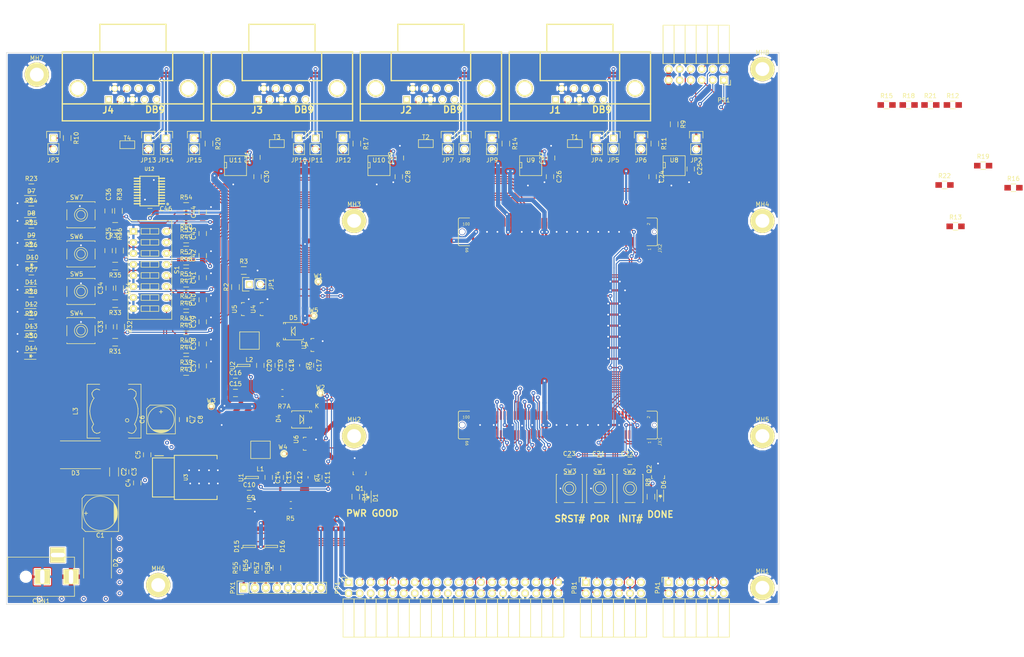
<source format=kicad_pcb>
(kicad_pcb (version 4) (host pcbnew 4.0.2-stable)

  (general
    (links 527)
    (no_connects 69)
    (area -177.850001 -63.550001 0.050001 63.550001)
    (thickness 1.5)
    (drawings 18)
    (tracks 3113)
    (zones 0)
    (modules 187)
    (nets 238)
  )

  (page A4)
  (title_block
    (title "MicroZed CAN Carrier Board")
    (rev A)
    (company "FEE CTU")
  )

  (layers
    (0 F.Cu signal)
    (31 B.Cu signal)
    (32 B.Adhes user)
    (33 F.Adhes user)
    (34 B.Paste user)
    (35 F.Paste user)
    (36 B.SilkS user)
    (37 F.SilkS user)
    (38 B.Mask user)
    (39 F.Mask user)
    (40 Dwgs.User user)
    (41 Cmts.User user)
    (42 Eco1.User user)
    (43 Eco2.User user)
    (44 Edge.Cuts user)
    (45 Margin user)
    (46 B.CrtYd user)
    (47 F.CrtYd user)
    (48 B.Fab user)
    (49 F.Fab user)
  )

  (setup
    (last_trace_width 0.254)
    (user_trace_width 0.254)
    (user_trace_width 0.508)
    (user_trace_width 0.762)
    (user_trace_width 1.016)
    (user_trace_width 1.27)
    (user_trace_width 1.524)
    (user_trace_width 2.54)
    (trace_clearance 0.254)
    (zone_clearance 0.254)
    (zone_45_only yes)
    (trace_min 0.127)
    (segment_width 0.2)
    (edge_width 0.1)
    (via_size 0.9144)
    (via_drill 0.4)
    (via_min_size 0.25)
    (via_min_drill 0.25)
    (uvia_size 0.3)
    (uvia_drill 0.1)
    (uvias_allowed no)
    (uvia_min_size 0)
    (uvia_min_drill 0)
    (pcb_text_width 0.3)
    (pcb_text_size 1.5 1.5)
    (mod_edge_width 0.15)
    (mod_text_size 1 1)
    (mod_text_width 0.15)
    (pad_size 8 2.41)
    (pad_drill 0)
    (pad_to_mask_clearance 0)
    (aux_axis_origin 0 0)
    (grid_origin 52.705 73.025)
    (visible_elements FFFEF77F)
    (pcbplotparams
      (layerselection 0x00030_80000001)
      (usegerberextensions false)
      (excludeedgelayer true)
      (linewidth 0.100000)
      (plotframeref false)
      (viasonmask false)
      (mode 1)
      (useauxorigin false)
      (hpglpennumber 1)
      (hpglpenspeed 20)
      (hpglpendiameter 15)
      (hpglpenoverlay 2)
      (psnegative false)
      (psa4output false)
      (plotreference true)
      (plotvalue true)
      (plotinvisibletext false)
      (padsonsilk false)
      (subtractmaskfromsilk false)
      (outputformat 1)
      (mirror false)
      (drillshape 1)
      (scaleselection 1)
      (outputdirectory ""))
  )

  (net 0 "")
  (net 1 "/MicroHeader JX2/PG_MODULE")
  (net 2 GND)
  (net 3 "/MicroHeader JX1/CARRIER_SRST#")
  (net 4 +5V)
  (net 5 VCCIO_34)
  (net 6 "/MicroHeader JX1/FPGA_DONE")
  (net 7 "/MicroHeader JX2/VCCIO_EN")
  (net 8 VCCIO_35)
  (net 9 "/MicroHeader JX2/INIT#")
  (net 10 "Net-(D1-Pad2)")
  (net 11 /Power/VIN_24)
  (net 12 "Net-(D1-Pad1)")
  (net 13 "Net-(CON1-Pad1)")
  (net 14 "Net-(D6-Pad2)")
  (net 15 "Net-(D6-Pad1)")
  (net 16 "Net-(D7-Pad2)")
  (net 17 "Net-(D8-Pad2)")
  (net 18 "Net-(D9-Pad2)")
  (net 19 "Net-(D10-Pad2)")
  (net 20 "Net-(D11-Pad2)")
  (net 21 "Net-(D12-Pad2)")
  (net 22 "Net-(D13-Pad2)")
  (net 23 "Net-(R23-Pad2)")
  (net 24 "Net-(R31-Pad2)")
  (net 25 /Power/PWR_EN)
  (net 26 "/MicroHeader JX2/PS2")
  (net 27 "/MicroHeader JX2/PS4")
  (net 28 "/MicroHeader JX2/PS8")
  (net 29 "/MicroHeader JX2/PS10")
  (net 30 "/MicroHeader JX2/PS9")
  (net 31 "/MicroHeader JX2/PS7")
  (net 32 "/MicroHeader JX2/PS3")
  (net 33 "/MicroHeader JX2/PS1")
  (net 34 "Net-(L1-Pad1)")
  (net 35 "Net-(D14-Pad2)")
  (net 36 "Net-(JP1-Pad1)")
  (net 37 "Net-(L2-Pad1)")
  (net 38 "Net-(R24-Pad2)")
  (net 39 "Net-(R25-Pad2)")
  (net 40 "Net-(R26-Pad2)")
  (net 41 "Net-(R27-Pad2)")
  (net 42 "Net-(R28-Pad2)")
  (net 43 "Net-(R29-Pad2)")
  (net 44 "Net-(R30-Pad2)")
  (net 45 "Net-(R33-Pad2)")
  (net 46 "Net-(R35-Pad2)")
  (net 47 "Net-(R37-Pad2)")
  (net 48 "Net-(R43-Pad2)")
  (net 49 "Net-(R44-Pad2)")
  (net 50 "Net-(R45-Pad2)")
  (net 51 "Net-(R46-Pad2)")
  (net 52 "Net-(R47-Pad2)")
  (net 53 "Net-(R48-Pad2)")
  (net 54 "Net-(R49-Pad2)")
  (net 55 "Net-(R50-Pad2)")
  (net 56 "Net-(C4-Pad1)")
  (net 57 "Net-(C5-Pad1)")
  (net 58 "Net-(C5-Pad2)")
  (net 59 "Net-(C11-Pad2)")
  (net 60 "Net-(C17-Pad2)")
  (net 61 "Net-(JP6-Pad1)")
  (net 62 "Net-(JP9-Pad1)")
  (net 63 "Net-(JP12-Pad1)")
  (net 64 "Net-(JP15-Pad1)")
  (net 65 "Net-(JP2-Pad1)")
  (net 66 "Net-(JP3-Pad1)")
  (net 67 "/MicroHeader JX2/sheet5713CF9B/KEY1")
  (net 68 "/MicroHeader JX2/sheet5713CF9B/KEY2")
  (net 69 "/MicroHeader JX2/sheet5713CF9B/KEY3")
  (net 70 "/MicroHeader JX2/sheet5713CF9B/KEY4")
  (net 71 "/MicroHeader JX2/sheet5713CF9B/SW1")
  (net 72 "/MicroHeader JX2/sheet5713CF9B/SW2")
  (net 73 "/MicroHeader JX2/sheet5713CF9B/SW3")
  (net 74 "/MicroHeader JX2/sheet5713CF9B/SW4")
  (net 75 "/MicroHeader JX2/sheet5713CF9B/SW5")
  (net 76 "/MicroHeader JX2/sheet5713CF9B/SW6")
  (net 77 "/MicroHeader JX2/sheet5713CF9B/SW7")
  (net 78 "/MicroHeader JX2/sheet5713CF9B/SW8")
  (net 79 "/MicroHeader JX2/sheet5713CF9A/CAN 1/CONN_CAN-")
  (net 80 "/MicroHeader JX2/sheet5713CF9A/CAN 1/CONN_CAN+")
  (net 81 "/MicroHeader JX2/sheet5713CF9A/CAN 2/CONN_CAN-")
  (net 82 "/MicroHeader JX2/sheet5713CF9A/CAN 2/CONN_CAN+")
  (net 83 "/MicroHeader JX2/sheet5713CF9A/CAN 3/CONN_CAN-")
  (net 84 "/MicroHeader JX2/sheet5713CF9A/CAN 3/CONN_CAN+")
  (net 85 "/MicroHeader JX2/sheet5713CF9A/CAN 4/CONN_CAN-")
  (net 86 "/MicroHeader JX2/sheet5713CF9A/CAN 4/CONN_CAN+")
  (net 87 "/MicroHeader JX2/sheet5713CF9A/CAN 1/COM_CAN-")
  (net 88 "/MicroHeader JX2/sheet5713CF9A/CAN 1/CAN-")
  (net 89 "/MicroHeader JX2/sheet5713CF9A/CAN 1/CAN+")
  (net 90 "/MicroHeader JX2/sheet5713CF9A/CAN 1/COM_CAN+")
  (net 91 "/MicroHeader JX2/sheet5713CF9A/CAN 2/CAN-")
  (net 92 "/MicroHeader JX2/sheet5713CF9A/CAN 2/CAN+")
  (net 93 "/MicroHeader JX2/sheet5713CF9A/CAN 3/CAN-")
  (net 94 "/MicroHeader JX2/sheet5713CF9A/CAN 3/CAN+")
  (net 95 "/MicroHeader JX2/sheet5713CF9A/CAN 4/CAN-")
  (net 96 "/MicroHeader JX2/sheet5713CF9A/CAN 4/CAN+")
  (net 97 "/MicroHeader JX1/PP_GPIO2_SDA")
  (net 98 "/MicroHeader JX1/PP_GPIO3_SCL")
  (net 99 "/MicroHeader JX1/PP_GPIO4")
  (net 100 "/MicroHeader JX1/PP_GPIO17")
  (net 101 "/MicroHeader JX1/PP_GPIO27")
  (net 102 "/MicroHeader JX1/PP_GPIO22")
  (net 103 "/MicroHeader JX1/PP_GPIO10_MOSI")
  (net 104 "/MicroHeader JX1/PP_GPIO9_MISO")
  (net 105 "/MicroHeader JX1/PP_GPIO11_SCLK")
  (net 106 "/MicroHeader JX1/PP_ID_SD")
  (net 107 "/MicroHeader JX1/PP_GPIO5")
  (net 108 "/MicroHeader JX1/PP_GPIO6")
  (net 109 "/MicroHeader JX1/PP_GPIO13")
  (net 110 "/MicroHeader JX1/PP_GPIO19")
  (net 111 "/MicroHeader JX1/PP_GPIO26")
  (net 112 "/MicroHeader JX1/PP_GPIO21")
  (net 113 "/MicroHeader JX1/PP_GPIO20")
  (net 114 "/MicroHeader JX1/PP_GPIO16")
  (net 115 "/MicroHeader JX1/PP_GPIO12")
  (net 116 "/MicroHeader JX1/PP_ID_SC")
  (net 117 "/MicroHeader JX1/PP_GPIO7_CE1")
  (net 118 "/MicroHeader JX1/PP_GPIO8_CE0")
  (net 119 "/MicroHeader JX1/PP_GPIO25")
  (net 120 "/MicroHeader JX1/PP_GPIO24")
  (net 121 "/MicroHeader JX1/PP_GPIO23")
  (net 122 "/MicroHeader JX1/PP_GPIO18_PWM")
  (net 123 "/MicroHeader JX1/PP_GPIO15_RXD")
  (net 124 "/MicroHeader JX1/PP_GPIO14_TXD")
  (net 125 "/MicroHeader JX1/PX4")
  (net 126 "/MicroHeader JX1/PX3")
  (net 127 "/MicroHeader JX1/PX2")
  (net 128 "/MicroHeader JX1/PX1")
  (net 129 "/MicroHeader JX2/sheet5713CF9A/CAN_STBY")
  (net 130 "/MicroHeader JX2/sheet5713CF9A/CAN4_RXD")
  (net 131 "/MicroHeader JX2/sheet5713CF9A/CAN4_TXD")
  (net 132 "/MicroHeader JX2/sheet5713CF9A/CAN3_RXD")
  (net 133 "/MicroHeader JX2/sheet5713CF9A/CAN3_TXD")
  (net 134 "/MicroHeader JX2/sheet5713CF9A/CAN2_RXD")
  (net 135 "/MicroHeader JX2/sheet5713CF9A/CAN2_TXD")
  (net 136 "/MicroHeader JX2/sheet5713CF9A/CAN1_RXD")
  (net 137 "/MicroHeader JX2/sheet5713CF9A/CAN1_TXD")
  (net 138 "/MicroHeader JX2/sheet5713CF9B/LED8")
  (net 139 "/MicroHeader JX2/sheet5713CF9B/LED7")
  (net 140 "/MicroHeader JX2/sheet5713CF9B/LED6")
  (net 141 "/MicroHeader JX2/sheet5713CF9B/LED5")
  (net 142 "/MicroHeader JX2/sheet5713CF9B/LED4")
  (net 143 "/MicroHeader JX2/sheet5713CF9B/LED3")
  (net 144 "/MicroHeader JX2/sheet5713CF9B/LED2")
  (net 145 "/MicroHeader JX2/sheet5713CF9B/LED1")
  (net 146 "Net-(CON1-Pad3)")
  (net 147 "Net-(J1-Pad1)")
  (net 148 "Net-(J1-Pad4)")
  (net 149 "Net-(J1-Pad5)")
  (net 150 "Net-(J1-Pad8)")
  (net 151 "Net-(J1-Pad9)")
  (net 152 "Net-(J2-Pad1)")
  (net 153 "Net-(J2-Pad4)")
  (net 154 "Net-(J2-Pad5)")
  (net 155 "Net-(J2-Pad8)")
  (net 156 "Net-(J2-Pad9)")
  (net 157 "Net-(J3-Pad1)")
  (net 158 "Net-(J3-Pad4)")
  (net 159 "Net-(J3-Pad5)")
  (net 160 "Net-(J3-Pad8)")
  (net 161 "Net-(J3-Pad9)")
  (net 162 "Net-(J4-Pad1)")
  (net 163 "Net-(J4-Pad4)")
  (net 164 "Net-(J4-Pad5)")
  (net 165 "Net-(J4-Pad8)")
  (net 166 "Net-(J4-Pad9)")
  (net 167 "Net-(JX1-Pad2)")
  (net 168 "Net-(JX1-Pad4)")
  (net 169 "Net-(JX1-Pad10)")
  (net 170 "Net-(JX1-Pad88)")
  (net 171 "Net-(JX1-Pad90)")
  (net 172 "Net-(JX1-Pad92)")
  (net 173 "Net-(JX1-Pad94)")
  (net 174 "Net-(JX1-Pad98)")
  (net 175 "Net-(JX1-Pad100)")
  (net 176 "Net-(JX1-Pad99)")
  (net 177 "Net-(JX1-Pad97)")
  (net 178 "Net-(JX1-Pad93)")
  (net 179 "Net-(JX1-Pad91)")
  (net 180 "Net-(JX1-Pad89)")
  (net 181 "Net-(JX1-Pad87)")
  (net 182 "Net-(JX1-Pad9)")
  (net 183 "Net-(JX1-Pad7)")
  (net 184 "Net-(JX1-Pad3)")
  (net 185 "Net-(JX1-Pad1)")
  (net 186 "Net-(JX2-Pad42)")
  (net 187 "Net-(JX2-Pad44)")
  (net 188 "Net-(JX2-Pad48)")
  (net 189 "Net-(JX2-Pad50)")
  (net 190 "Net-(JX2-Pad54)")
  (net 191 "Net-(JX2-Pad56)")
  (net 192 "Net-(JX2-Pad62)")
  (net 193 "Net-(JX2-Pad64)")
  (net 194 "Net-(JX2-Pad94)")
  (net 195 "Net-(JX2-Pad96)")
  (net 196 "Net-(JX2-Pad100)")
  (net 197 "Net-(JX2-Pad99)")
  (net 198 "Net-(JX2-Pad97)")
  (net 199 "Net-(JX2-Pad95)")
  (net 200 "Net-(JX2-Pad93)")
  (net 201 "Net-(JX2-Pad13)")
  (net 202 "Net-(JX2-Pad49)")
  (net 203 "Net-(JX2-Pad47)")
  (net 204 "Net-(JX2-Pad43)")
  (net 205 "Net-(JX2-Pad41)")
  (net 206 "Net-(JX2-Pad37)")
  (net 207 "Net-(JX2-Pad35)")
  (net 208 "Net-(JX2-Pad31)")
  (net 209 "Net-(JX2-Pad29)")
  (net 210 "Net-(JX2-Pad25)")
  (net 211 "Net-(JX2-Pad23)")
  (net 212 "Net-(JX2-Pad19)")
  (net 213 "Net-(JX2-Pad17)")
  (net 214 "/MicroHeader JX1/CON_PX1")
  (net 215 "/MicroHeader JX1/CON_PX2")
  (net 216 "/MicroHeader JX1/CON_PX3")
  (net 217 "/MicroHeader JX1/CON_PX4")
  (net 218 "Net-(PX1-Pad1)")
  (net 219 "Net-(PX1-Pad2)")
  (net 220 "Net-(PX1-Pad3)")
  (net 221 "Net-(PX1-Pad4)")
  (net 222 "/MicroHeader JX1/PB7_8_P")
  (net 223 "/MicroHeader JX1/PB7_8_N")
  (net 224 "/MicroHeader JX1/PB1_2_P")
  (net 225 "/MicroHeader JX1/PB1_2_N")
  (net 226 "/MicroHeader JX1/PB3_4_P")
  (net 227 "/MicroHeader JX1/PB3_4_N")
  (net 228 "/MicroHeader JX1/PB9_10_P")
  (net 229 "/MicroHeader JX1/PB9_10_N")
  (net 230 "/MicroHeader JX1/PA9_10_N")
  (net 231 "/MicroHeader JX1/PA9_10_P")
  (net 232 "/MicroHeader JX1/PA7_8_N")
  (net 233 "/MicroHeader JX1/PA7_8_P")
  (net 234 "/MicroHeader JX1/PA3_4_N")
  (net 235 "/MicroHeader JX1/PA3_4_P")
  (net 236 "/MicroHeader JX1/PA1_2_N")
  (net 237 "/MicroHeader JX1/PA1_2_P")

  (net_class Default "This is the default net class."
    (clearance 0.254)
    (trace_width 0.254)
    (via_dia 0.9144)
    (via_drill 0.4)
    (uvia_dia 0.3)
    (uvia_drill 0.1)
    (add_net "/MicroHeader JX1/CARRIER_SRST#")
    (add_net "/MicroHeader JX1/CON_PX1")
    (add_net "/MicroHeader JX1/CON_PX2")
    (add_net "/MicroHeader JX1/CON_PX3")
    (add_net "/MicroHeader JX1/CON_PX4")
    (add_net "/MicroHeader JX1/FPGA_DONE")
    (add_net "/MicroHeader JX1/PA1_2_N")
    (add_net "/MicroHeader JX1/PA1_2_P")
    (add_net "/MicroHeader JX1/PA3_4_N")
    (add_net "/MicroHeader JX1/PA3_4_P")
    (add_net "/MicroHeader JX1/PA7_8_N")
    (add_net "/MicroHeader JX1/PA7_8_P")
    (add_net "/MicroHeader JX1/PA9_10_N")
    (add_net "/MicroHeader JX1/PA9_10_P")
    (add_net "/MicroHeader JX1/PB1_2_N")
    (add_net "/MicroHeader JX1/PB1_2_P")
    (add_net "/MicroHeader JX1/PB3_4_N")
    (add_net "/MicroHeader JX1/PB3_4_P")
    (add_net "/MicroHeader JX1/PB7_8_N")
    (add_net "/MicroHeader JX1/PB7_8_P")
    (add_net "/MicroHeader JX1/PB9_10_N")
    (add_net "/MicroHeader JX1/PB9_10_P")
    (add_net "/MicroHeader JX1/PP_GPIO10_MOSI")
    (add_net "/MicroHeader JX1/PP_GPIO11_SCLK")
    (add_net "/MicroHeader JX1/PP_GPIO12")
    (add_net "/MicroHeader JX1/PP_GPIO13")
    (add_net "/MicroHeader JX1/PP_GPIO14_TXD")
    (add_net "/MicroHeader JX1/PP_GPIO15_RXD")
    (add_net "/MicroHeader JX1/PP_GPIO16")
    (add_net "/MicroHeader JX1/PP_GPIO17")
    (add_net "/MicroHeader JX1/PP_GPIO18_PWM")
    (add_net "/MicroHeader JX1/PP_GPIO19")
    (add_net "/MicroHeader JX1/PP_GPIO20")
    (add_net "/MicroHeader JX1/PP_GPIO21")
    (add_net "/MicroHeader JX1/PP_GPIO22")
    (add_net "/MicroHeader JX1/PP_GPIO23")
    (add_net "/MicroHeader JX1/PP_GPIO24")
    (add_net "/MicroHeader JX1/PP_GPIO25")
    (add_net "/MicroHeader JX1/PP_GPIO26")
    (add_net "/MicroHeader JX1/PP_GPIO27")
    (add_net "/MicroHeader JX1/PP_GPIO2_SDA")
    (add_net "/MicroHeader JX1/PP_GPIO3_SCL")
    (add_net "/MicroHeader JX1/PP_GPIO4")
    (add_net "/MicroHeader JX1/PP_GPIO5")
    (add_net "/MicroHeader JX1/PP_GPIO6")
    (add_net "/MicroHeader JX1/PP_GPIO7_CE1")
    (add_net "/MicroHeader JX1/PP_GPIO8_CE0")
    (add_net "/MicroHeader JX1/PP_GPIO9_MISO")
    (add_net "/MicroHeader JX1/PP_ID_SC")
    (add_net "/MicroHeader JX1/PP_ID_SD")
    (add_net "/MicroHeader JX1/PX1")
    (add_net "/MicroHeader JX1/PX2")
    (add_net "/MicroHeader JX1/PX3")
    (add_net "/MicroHeader JX1/PX4")
    (add_net "/MicroHeader JX2/INIT#")
    (add_net "/MicroHeader JX2/PG_MODULE")
    (add_net "/MicroHeader JX2/PS1")
    (add_net "/MicroHeader JX2/PS10")
    (add_net "/MicroHeader JX2/PS2")
    (add_net "/MicroHeader JX2/PS3")
    (add_net "/MicroHeader JX2/PS4")
    (add_net "/MicroHeader JX2/PS7")
    (add_net "/MicroHeader JX2/PS8")
    (add_net "/MicroHeader JX2/PS9")
    (add_net "/MicroHeader JX2/VCCIO_EN")
    (add_net "/MicroHeader JX2/sheet5713CF9A/CAN 1/CAN+")
    (add_net "/MicroHeader JX2/sheet5713CF9A/CAN 1/CAN-")
    (add_net "/MicroHeader JX2/sheet5713CF9A/CAN 1/CONN_CAN+")
    (add_net "/MicroHeader JX2/sheet5713CF9A/CAN 1/CONN_CAN-")
    (add_net "/MicroHeader JX2/sheet5713CF9A/CAN 2/CAN+")
    (add_net "/MicroHeader JX2/sheet5713CF9A/CAN 2/CAN-")
    (add_net "/MicroHeader JX2/sheet5713CF9A/CAN 2/CONN_CAN+")
    (add_net "/MicroHeader JX2/sheet5713CF9A/CAN 2/CONN_CAN-")
    (add_net "/MicroHeader JX2/sheet5713CF9A/CAN 3/CAN+")
    (add_net "/MicroHeader JX2/sheet5713CF9A/CAN 3/CAN-")
    (add_net "/MicroHeader JX2/sheet5713CF9A/CAN 3/CONN_CAN+")
    (add_net "/MicroHeader JX2/sheet5713CF9A/CAN 3/CONN_CAN-")
    (add_net "/MicroHeader JX2/sheet5713CF9A/CAN 4/CAN+")
    (add_net "/MicroHeader JX2/sheet5713CF9A/CAN 4/CAN-")
    (add_net "/MicroHeader JX2/sheet5713CF9A/CAN 4/CONN_CAN+")
    (add_net "/MicroHeader JX2/sheet5713CF9A/CAN 4/CONN_CAN-")
    (add_net "/MicroHeader JX2/sheet5713CF9A/CAN1_RXD")
    (add_net "/MicroHeader JX2/sheet5713CF9A/CAN1_TXD")
    (add_net "/MicroHeader JX2/sheet5713CF9A/CAN2_RXD")
    (add_net "/MicroHeader JX2/sheet5713CF9A/CAN2_TXD")
    (add_net "/MicroHeader JX2/sheet5713CF9A/CAN3_RXD")
    (add_net "/MicroHeader JX2/sheet5713CF9A/CAN3_TXD")
    (add_net "/MicroHeader JX2/sheet5713CF9A/CAN4_RXD")
    (add_net "/MicroHeader JX2/sheet5713CF9A/CAN4_TXD")
    (add_net "/MicroHeader JX2/sheet5713CF9A/CAN_STBY")
    (add_net "/MicroHeader JX2/sheet5713CF9B/KEY1")
    (add_net "/MicroHeader JX2/sheet5713CF9B/KEY2")
    (add_net "/MicroHeader JX2/sheet5713CF9B/KEY3")
    (add_net "/MicroHeader JX2/sheet5713CF9B/KEY4")
    (add_net "/MicroHeader JX2/sheet5713CF9B/LED1")
    (add_net "/MicroHeader JX2/sheet5713CF9B/LED2")
    (add_net "/MicroHeader JX2/sheet5713CF9B/LED3")
    (add_net "/MicroHeader JX2/sheet5713CF9B/LED4")
    (add_net "/MicroHeader JX2/sheet5713CF9B/LED5")
    (add_net "/MicroHeader JX2/sheet5713CF9B/LED6")
    (add_net "/MicroHeader JX2/sheet5713CF9B/LED7")
    (add_net "/MicroHeader JX2/sheet5713CF9B/LED8")
    (add_net "/MicroHeader JX2/sheet5713CF9B/SW1")
    (add_net "/MicroHeader JX2/sheet5713CF9B/SW2")
    (add_net "/MicroHeader JX2/sheet5713CF9B/SW3")
    (add_net "/MicroHeader JX2/sheet5713CF9B/SW4")
    (add_net "/MicroHeader JX2/sheet5713CF9B/SW5")
    (add_net "/MicroHeader JX2/sheet5713CF9B/SW6")
    (add_net "/MicroHeader JX2/sheet5713CF9B/SW7")
    (add_net "/MicroHeader JX2/sheet5713CF9B/SW8")
    (add_net /Power/PWR_EN)
    (add_net "Net-(C11-Pad2)")
    (add_net "Net-(C17-Pad2)")
    (add_net "Net-(C4-Pad1)")
    (add_net "Net-(C5-Pad2)")
    (add_net "Net-(CON1-Pad3)")
    (add_net "Net-(D1-Pad1)")
    (add_net "Net-(D1-Pad2)")
    (add_net "Net-(D10-Pad2)")
    (add_net "Net-(D11-Pad2)")
    (add_net "Net-(D12-Pad2)")
    (add_net "Net-(D13-Pad2)")
    (add_net "Net-(D14-Pad2)")
    (add_net "Net-(D6-Pad1)")
    (add_net "Net-(D6-Pad2)")
    (add_net "Net-(D7-Pad2)")
    (add_net "Net-(D8-Pad2)")
    (add_net "Net-(D9-Pad2)")
    (add_net "Net-(J1-Pad1)")
    (add_net "Net-(J1-Pad4)")
    (add_net "Net-(J1-Pad5)")
    (add_net "Net-(J1-Pad8)")
    (add_net "Net-(J1-Pad9)")
    (add_net "Net-(J2-Pad1)")
    (add_net "Net-(J2-Pad4)")
    (add_net "Net-(J2-Pad5)")
    (add_net "Net-(J2-Pad8)")
    (add_net "Net-(J2-Pad9)")
    (add_net "Net-(J3-Pad1)")
    (add_net "Net-(J3-Pad4)")
    (add_net "Net-(J3-Pad5)")
    (add_net "Net-(J3-Pad8)")
    (add_net "Net-(J3-Pad9)")
    (add_net "Net-(J4-Pad1)")
    (add_net "Net-(J4-Pad4)")
    (add_net "Net-(J4-Pad5)")
    (add_net "Net-(J4-Pad8)")
    (add_net "Net-(J4-Pad9)")
    (add_net "Net-(JP1-Pad1)")
    (add_net "Net-(JP12-Pad1)")
    (add_net "Net-(JP15-Pad1)")
    (add_net "Net-(JP2-Pad1)")
    (add_net "Net-(JP3-Pad1)")
    (add_net "Net-(JP6-Pad1)")
    (add_net "Net-(JP9-Pad1)")
    (add_net "Net-(JX1-Pad1)")
    (add_net "Net-(JX1-Pad10)")
    (add_net "Net-(JX1-Pad100)")
    (add_net "Net-(JX1-Pad2)")
    (add_net "Net-(JX1-Pad3)")
    (add_net "Net-(JX1-Pad4)")
    (add_net "Net-(JX1-Pad7)")
    (add_net "Net-(JX1-Pad87)")
    (add_net "Net-(JX1-Pad88)")
    (add_net "Net-(JX1-Pad89)")
    (add_net "Net-(JX1-Pad9)")
    (add_net "Net-(JX1-Pad90)")
    (add_net "Net-(JX1-Pad91)")
    (add_net "Net-(JX1-Pad92)")
    (add_net "Net-(JX1-Pad93)")
    (add_net "Net-(JX1-Pad94)")
    (add_net "Net-(JX1-Pad97)")
    (add_net "Net-(JX1-Pad98)")
    (add_net "Net-(JX1-Pad99)")
    (add_net "Net-(JX2-Pad100)")
    (add_net "Net-(JX2-Pad13)")
    (add_net "Net-(JX2-Pad17)")
    (add_net "Net-(JX2-Pad19)")
    (add_net "Net-(JX2-Pad23)")
    (add_net "Net-(JX2-Pad25)")
    (add_net "Net-(JX2-Pad29)")
    (add_net "Net-(JX2-Pad31)")
    (add_net "Net-(JX2-Pad35)")
    (add_net "Net-(JX2-Pad37)")
    (add_net "Net-(JX2-Pad41)")
    (add_net "Net-(JX2-Pad42)")
    (add_net "Net-(JX2-Pad43)")
    (add_net "Net-(JX2-Pad44)")
    (add_net "Net-(JX2-Pad47)")
    (add_net "Net-(JX2-Pad48)")
    (add_net "Net-(JX2-Pad49)")
    (add_net "Net-(JX2-Pad50)")
    (add_net "Net-(JX2-Pad54)")
    (add_net "Net-(JX2-Pad56)")
    (add_net "Net-(JX2-Pad62)")
    (add_net "Net-(JX2-Pad64)")
    (add_net "Net-(JX2-Pad93)")
    (add_net "Net-(JX2-Pad94)")
    (add_net "Net-(JX2-Pad95)")
    (add_net "Net-(JX2-Pad96)")
    (add_net "Net-(JX2-Pad97)")
    (add_net "Net-(JX2-Pad99)")
    (add_net "Net-(PX1-Pad1)")
    (add_net "Net-(PX1-Pad2)")
    (add_net "Net-(PX1-Pad3)")
    (add_net "Net-(PX1-Pad4)")
    (add_net "Net-(R23-Pad2)")
    (add_net "Net-(R24-Pad2)")
    (add_net "Net-(R25-Pad2)")
    (add_net "Net-(R26-Pad2)")
    (add_net "Net-(R27-Pad2)")
    (add_net "Net-(R28-Pad2)")
    (add_net "Net-(R29-Pad2)")
    (add_net "Net-(R30-Pad2)")
    (add_net "Net-(R31-Pad2)")
    (add_net "Net-(R33-Pad2)")
    (add_net "Net-(R35-Pad2)")
    (add_net "Net-(R37-Pad2)")
    (add_net "Net-(R43-Pad2)")
    (add_net "Net-(R44-Pad2)")
    (add_net "Net-(R45-Pad2)")
    (add_net "Net-(R46-Pad2)")
    (add_net "Net-(R47-Pad2)")
    (add_net "Net-(R48-Pad2)")
    (add_net "Net-(R49-Pad2)")
    (add_net "Net-(R50-Pad2)")
  )

  (net_class COM_CAN ""
    (clearance 0.254)
    (trace_width 0.508)
    (via_dia 0.9144)
    (via_drill 0.4)
    (uvia_dia 0.3)
    (uvia_drill 0.1)
    (add_net "/MicroHeader JX2/sheet5713CF9A/CAN 1/COM_CAN+")
    (add_net "/MicroHeader JX2/sheet5713CF9A/CAN 1/COM_CAN-")
  )

  (net_class Power ""
    (clearance 0.254)
    (trace_width 0.508)
    (via_dia 0.9144)
    (via_drill 0.4)
    (uvia_dia 0.3)
    (uvia_drill 0.1)
    (add_net GND)
    (add_net "Net-(C5-Pad1)")
    (add_net "Net-(L1-Pad1)")
    (add_net "Net-(L2-Pad1)")
    (add_net VCCIO_34)
  )

  (net_class "Power Strong" ""
    (clearance 0.254)
    (trace_width 1.016)
    (via_dia 0.9144)
    (via_drill 0.4)
    (uvia_dia 0.3)
    (uvia_drill 0.1)
    (add_net +5V)
    (add_net VCCIO_35)
  )

  (net_class "Power Xtra Strong" ""
    (clearance 0.254)
    (trace_width 2.54)
    (via_dia 0.9144)
    (via_drill 0.4)
    (uvia_dia 0.3)
    (uvia_drill 0.1)
    (add_net /Power/VIN_24)
    (add_net "Net-(CON1-Pad1)")
  )

  (module footprints:TO-263-7-TEXAS (layer F.Cu) (tedit 5717432B) (tstamp 570B58A1)
    (at -136.525 34.29 270)
    (path /56E8FE78/570B4386)
    (attr smd)
    (fp_text reference U3 (at 0 0 270) (layer F.SilkS)
      (effects (font (size 0.8 0.8) (thickness 0.15)))
    )
    (fp_text value LM2676S-5.0 (at 0 0 270) (layer F.Fab)
      (effects (font (size 0.8 0.8) (thickness 0.15)))
    )
    (fp_line (start 4.25 -7.45) (end 4.25 -8.5) (layer F.CrtYd) (width 0.2))
    (fp_line (start 4.25 -8.5) (end -4.25 -8.5) (layer F.CrtYd) (width 0.2))
    (fp_line (start -4.25 -8.5) (end -4.25 -7.45) (layer F.CrtYd) (width 0.2))
    (fp_line (start 4.25 -7.45) (end 5.33 -7.45) (layer F.CrtYd) (width 0.2))
    (fp_line (start -5.33 -7.45) (end -4.25 -7.45) (layer F.CrtYd) (width 0.2))
    (fp_line (start 4.25 -7.2) (end 5.08 -7.2) (layer F.SilkS) (width 0.2))
    (fp_line (start -5 7.15) (end -5 5.15) (layer F.SilkS) (width 0.2))
    (fp_line (start -4.5 2.65) (end -4.5 7.68) (layer F.SilkS) (width 0.2))
    (fp_line (start -4.5 7.68) (end 4.5 7.68) (layer F.SilkS) (width 0.2))
    (fp_line (start 4.5 7.68) (end 4.5 2.65) (layer F.SilkS) (width 0.2))
    (fp_line (start 5.08 -7.2) (end 5.08 2.65) (layer F.SilkS) (width 0.2))
    (fp_line (start 5.08 2.65) (end -5.08 2.65) (layer F.SilkS) (width 0.2))
    (fp_line (start -5.08 2.65) (end -5.08 -7.2) (layer F.SilkS) (width 0.2))
    (fp_line (start -5.08 -7.2) (end -4.25 -7.2) (layer F.SilkS) (width 0.2))
    (fp_line (start 5.33 -7.45) (end 5.33 7.68) (layer F.CrtYd) (width 0.2))
    (fp_line (start 5.33 7.68) (end -5.33 7.68) (layer F.CrtYd) (width 0.2))
    (fp_line (start -5.33 7.68) (end -5.33 -7.45) (layer F.CrtYd) (width 0.2))
    (fp_line (start -5.08 -7.2) (end 5.08 -7.2) (layer F.Fab) (width 0.2))
    (fp_line (start 5.08 -7.2) (end 5.08 2.65) (layer F.Fab) (width 0.2))
    (fp_line (start 5.08 2.65) (end -5.08 2.65) (layer F.Fab) (width 0.2))
    (fp_line (start -5.08 2.65) (end -5.08 -7.2) (layer F.Fab) (width 0.2))
    (pad 4 smd rect (at 0 -3 270) (size 5.59 6.35) (layers F.Cu F.Paste F.Mask)
      (net 2 GND))
    (pad 1 smd rect (at -3.81 6.225 270) (size 0.91 2.41) (layers F.Cu F.Paste F.Mask)
      (net 57 "Net-(C5-Pad1)"))
    (pad 2 smd rect (at -2.54 6.225 270) (size 0.91 2.41) (layers F.Cu F.Paste F.Mask)
      (net 11 /Power/VIN_24))
    (pad 3 smd rect (at -1.27 6.225 270) (size 0.91 2.41) (layers F.Cu F.Paste F.Mask)
      (net 58 "Net-(C5-Pad2)"))
    (pad 4 smd rect (at 0 6.225 270) (size 0.91 2.41) (layers F.Cu F.Paste F.Mask)
      (net 2 GND))
    (pad 5 smd rect (at 1.27 6.225 270) (size 0.91 2.41) (layers F.Cu F.Paste F.Mask))
    (pad 6 smd rect (at 2.54 6.225 270) (size 0.91 2.41) (layers F.Cu F.Paste F.Mask)
      (net 4 +5V))
    (pad 7 smd rect (at 3.81 6.225 270) (size 0.91 2.41) (layers F.Cu F.Paste F.Mask)
      (net 56 "Net-(C4-Pad1)"))
    (pad 4 smd rect (at 0 -7 270) (size 8 2.41) (layers F.Cu F.Paste F.Mask)
      (net 2 GND))
    (model smd_trans/d2-pak-7.wrl
      (at (xyz 0 0 0))
      (scale (xyz 1 1 1))
      (rotate (xyz 0 0 0))
    )
  )

  (module Socket_Strips:Socket_Strip_Angled_2x20 (layer F.Cu) (tedit 0) (tstamp 57078250)
    (at -99.06 58.42)
    (descr "Through hole socket strip")
    (tags "socket strip")
    (path /56EC0B74/57134CC1)
    (fp_text reference PP1 (at -2.54 1.27 90) (layer F.SilkS)
      (effects (font (size 1 1) (thickness 0.15)))
    )
    (fp_text value RPI_GPIO_HEADER_02X20 (at 0 -2.6) (layer F.Fab)
      (effects (font (size 1 1) (thickness 0.15)))
    )
    (fp_line (start -1.75 -1.35) (end -1.75 13.15) (layer F.CrtYd) (width 0.05))
    (fp_line (start 50.05 -1.35) (end 50.05 13.15) (layer F.CrtYd) (width 0.05))
    (fp_line (start -1.75 -1.35) (end 50.05 -1.35) (layer F.CrtYd) (width 0.05))
    (fp_line (start -1.75 13.15) (end 50.05 13.15) (layer F.CrtYd) (width 0.05))
    (fp_line (start 49.53 12.64) (end 49.53 3.81) (layer F.SilkS) (width 0.15))
    (fp_line (start 46.99 12.64) (end 49.53 12.64) (layer F.SilkS) (width 0.15))
    (fp_line (start 46.99 3.81) (end 49.53 3.81) (layer F.SilkS) (width 0.15))
    (fp_line (start 49.53 3.81) (end 49.53 12.64) (layer F.SilkS) (width 0.15))
    (fp_line (start 46.99 3.81) (end 46.99 12.64) (layer F.SilkS) (width 0.15))
    (fp_line (start 44.45 3.81) (end 46.99 3.81) (layer F.SilkS) (width 0.15))
    (fp_line (start 44.45 12.64) (end 46.99 12.64) (layer F.SilkS) (width 0.15))
    (fp_line (start 46.99 12.64) (end 46.99 3.81) (layer F.SilkS) (width 0.15))
    (fp_line (start 29.21 12.64) (end 29.21 3.81) (layer F.SilkS) (width 0.15))
    (fp_line (start 26.67 12.64) (end 29.21 12.64) (layer F.SilkS) (width 0.15))
    (fp_line (start 26.67 3.81) (end 29.21 3.81) (layer F.SilkS) (width 0.15))
    (fp_line (start 29.21 3.81) (end 29.21 12.64) (layer F.SilkS) (width 0.15))
    (fp_line (start 31.75 3.81) (end 31.75 12.64) (layer F.SilkS) (width 0.15))
    (fp_line (start 29.21 3.81) (end 31.75 3.81) (layer F.SilkS) (width 0.15))
    (fp_line (start 29.21 12.64) (end 31.75 12.64) (layer F.SilkS) (width 0.15))
    (fp_line (start 31.75 12.64) (end 31.75 3.81) (layer F.SilkS) (width 0.15))
    (fp_line (start 44.45 12.64) (end 44.45 3.81) (layer F.SilkS) (width 0.15))
    (fp_line (start 41.91 12.64) (end 44.45 12.64) (layer F.SilkS) (width 0.15))
    (fp_line (start 41.91 3.81) (end 44.45 3.81) (layer F.SilkS) (width 0.15))
    (fp_line (start 44.45 3.81) (end 44.45 12.64) (layer F.SilkS) (width 0.15))
    (fp_line (start 41.91 3.81) (end 41.91 12.64) (layer F.SilkS) (width 0.15))
    (fp_line (start 39.37 3.81) (end 41.91 3.81) (layer F.SilkS) (width 0.15))
    (fp_line (start 39.37 12.64) (end 41.91 12.64) (layer F.SilkS) (width 0.15))
    (fp_line (start 41.91 12.64) (end 41.91 3.81) (layer F.SilkS) (width 0.15))
    (fp_line (start 39.37 12.64) (end 39.37 3.81) (layer F.SilkS) (width 0.15))
    (fp_line (start 36.83 12.64) (end 39.37 12.64) (layer F.SilkS) (width 0.15))
    (fp_line (start 36.83 3.81) (end 39.37 3.81) (layer F.SilkS) (width 0.15))
    (fp_line (start 39.37 3.81) (end 39.37 12.64) (layer F.SilkS) (width 0.15))
    (fp_line (start 36.83 3.81) (end 36.83 12.64) (layer F.SilkS) (width 0.15))
    (fp_line (start 34.29 3.81) (end 36.83 3.81) (layer F.SilkS) (width 0.15))
    (fp_line (start 34.29 12.64) (end 36.83 12.64) (layer F.SilkS) (width 0.15))
    (fp_line (start 36.83 12.64) (end 36.83 3.81) (layer F.SilkS) (width 0.15))
    (fp_line (start 34.29 12.64) (end 34.29 3.81) (layer F.SilkS) (width 0.15))
    (fp_line (start 31.75 12.64) (end 34.29 12.64) (layer F.SilkS) (width 0.15))
    (fp_line (start 31.75 3.81) (end 34.29 3.81) (layer F.SilkS) (width 0.15))
    (fp_line (start 34.29 3.81) (end 34.29 12.64) (layer F.SilkS) (width 0.15))
    (fp_line (start 16.51 3.81) (end 16.51 12.64) (layer F.SilkS) (width 0.15))
    (fp_line (start 13.97 3.81) (end 16.51 3.81) (layer F.SilkS) (width 0.15))
    (fp_line (start 13.97 12.64) (end 16.51 12.64) (layer F.SilkS) (width 0.15))
    (fp_line (start 16.51 12.64) (end 16.51 3.81) (layer F.SilkS) (width 0.15))
    (fp_line (start 19.05 12.64) (end 19.05 3.81) (layer F.SilkS) (width 0.15))
    (fp_line (start 16.51 12.64) (end 19.05 12.64) (layer F.SilkS) (width 0.15))
    (fp_line (start 16.51 3.81) (end 19.05 3.81) (layer F.SilkS) (width 0.15))
    (fp_line (start 19.05 3.81) (end 19.05 12.64) (layer F.SilkS) (width 0.15))
    (fp_line (start 21.59 3.81) (end 21.59 12.64) (layer F.SilkS) (width 0.15))
    (fp_line (start 19.05 3.81) (end 21.59 3.81) (layer F.SilkS) (width 0.15))
    (fp_line (start 19.05 12.64) (end 21.59 12.64) (layer F.SilkS) (width 0.15))
    (fp_line (start 21.59 12.64) (end 21.59 3.81) (layer F.SilkS) (width 0.15))
    (fp_line (start 24.13 12.64) (end 24.13 3.81) (layer F.SilkS) (width 0.15))
    (fp_line (start 21.59 12.64) (end 24.13 12.64) (layer F.SilkS) (width 0.15))
    (fp_line (start 21.59 3.81) (end 24.13 3.81) (layer F.SilkS) (width 0.15))
    (fp_line (start 24.13 3.81) (end 24.13 12.64) (layer F.SilkS) (width 0.15))
    (fp_line (start 26.67 3.81) (end 26.67 12.64) (layer F.SilkS) (width 0.15))
    (fp_line (start 24.13 3.81) (end 26.67 3.81) (layer F.SilkS) (width 0.15))
    (fp_line (start 24.13 12.64) (end 26.67 12.64) (layer F.SilkS) (width 0.15))
    (fp_line (start 26.67 12.64) (end 26.67 3.81) (layer F.SilkS) (width 0.15))
    (fp_line (start 13.97 12.64) (end 13.97 3.81) (layer F.SilkS) (width 0.15))
    (fp_line (start 11.43 12.64) (end 13.97 12.64) (layer F.SilkS) (width 0.15))
    (fp_line (start 11.43 3.81) (end 13.97 3.81) (layer F.SilkS) (width 0.15))
    (fp_line (start 13.97 3.81) (end 13.97 12.64) (layer F.SilkS) (width 0.15))
    (fp_line (start 11.43 3.81) (end 11.43 12.64) (layer F.SilkS) (width 0.15))
    (fp_line (start 8.89 3.81) (end 11.43 3.81) (layer F.SilkS) (width 0.15))
    (fp_line (start 8.89 12.64) (end 11.43 12.64) (layer F.SilkS) (width 0.15))
    (fp_line (start 11.43 12.64) (end 11.43 3.81) (layer F.SilkS) (width 0.15))
    (fp_line (start 8.89 12.64) (end 8.89 3.81) (layer F.SilkS) (width 0.15))
    (fp_line (start 6.35 12.64) (end 8.89 12.64) (layer F.SilkS) (width 0.15))
    (fp_line (start 6.35 3.81) (end 8.89 3.81) (layer F.SilkS) (width 0.15))
    (fp_line (start 8.89 3.81) (end 8.89 12.64) (layer F.SilkS) (width 0.15))
    (fp_line (start 6.35 3.81) (end 6.35 12.64) (layer F.SilkS) (width 0.15))
    (fp_line (start 3.81 3.81) (end 6.35 3.81) (layer F.SilkS) (width 0.15))
    (fp_line (start 3.81 12.64) (end 6.35 12.64) (layer F.SilkS) (width 0.15))
    (fp_line (start 6.35 12.64) (end 6.35 3.81) (layer F.SilkS) (width 0.15))
    (fp_line (start 3.81 12.64) (end 3.81 3.81) (layer F.SilkS) (width 0.15))
    (fp_line (start 1.27 12.64) (end 3.81 12.64) (layer F.SilkS) (width 0.15))
    (fp_line (start 1.27 3.81) (end 3.81 3.81) (layer F.SilkS) (width 0.15))
    (fp_line (start 3.81 3.81) (end 3.81 12.64) (layer F.SilkS) (width 0.15))
    (fp_line (start 1.27 3.81) (end 1.27 12.64) (layer F.SilkS) (width 0.15))
    (fp_line (start -1.27 3.81) (end 1.27 3.81) (layer F.SilkS) (width 0.15))
    (fp_line (start 0 -1.15) (end -1.55 -1.15) (layer F.SilkS) (width 0.15))
    (fp_line (start -1.55 -1.15) (end -1.55 0) (layer F.SilkS) (width 0.15))
    (fp_line (start -1.27 3.81) (end -1.27 12.64) (layer F.SilkS) (width 0.15))
    (fp_line (start -1.27 12.64) (end 1.27 12.64) (layer F.SilkS) (width 0.15))
    (fp_line (start 1.27 12.64) (end 1.27 3.81) (layer F.SilkS) (width 0.15))
    (pad 1 thru_hole rect (at 0 0) (size 1.7272 1.7272) (drill 1.016) (layers *.Cu *.Mask F.SilkS)
      (net 5 VCCIO_34))
    (pad 2 thru_hole oval (at 0 2.54) (size 1.7272 1.7272) (drill 1.016) (layers *.Cu *.Mask F.SilkS)
      (net 4 +5V))
    (pad 3 thru_hole oval (at 2.54 0) (size 1.7272 1.7272) (drill 1.016) (layers *.Cu *.Mask F.SilkS)
      (net 97 "/MicroHeader JX1/PP_GPIO2_SDA"))
    (pad 4 thru_hole oval (at 2.54 2.54) (size 1.7272 1.7272) (drill 1.016) (layers *.Cu *.Mask F.SilkS)
      (net 4 +5V))
    (pad 5 thru_hole oval (at 5.08 0) (size 1.7272 1.7272) (drill 1.016) (layers *.Cu *.Mask F.SilkS)
      (net 98 "/MicroHeader JX1/PP_GPIO3_SCL"))
    (pad 6 thru_hole oval (at 5.08 2.54) (size 1.7272 1.7272) (drill 1.016) (layers *.Cu *.Mask F.SilkS)
      (net 2 GND))
    (pad 7 thru_hole oval (at 7.62 0) (size 1.7272 1.7272) (drill 1.016) (layers *.Cu *.Mask F.SilkS)
      (net 99 "/MicroHeader JX1/PP_GPIO4"))
    (pad 8 thru_hole oval (at 7.62 2.54) (size 1.7272 1.7272) (drill 1.016) (layers *.Cu *.Mask F.SilkS)
      (net 124 "/MicroHeader JX1/PP_GPIO14_TXD"))
    (pad 9 thru_hole oval (at 10.16 0) (size 1.7272 1.7272) (drill 1.016) (layers *.Cu *.Mask F.SilkS)
      (net 2 GND))
    (pad 10 thru_hole oval (at 10.16 2.54) (size 1.7272 1.7272) (drill 1.016) (layers *.Cu *.Mask F.SilkS)
      (net 123 "/MicroHeader JX1/PP_GPIO15_RXD"))
    (pad 11 thru_hole oval (at 12.7 0) (size 1.7272 1.7272) (drill 1.016) (layers *.Cu *.Mask F.SilkS)
      (net 100 "/MicroHeader JX1/PP_GPIO17"))
    (pad 12 thru_hole oval (at 12.7 2.54) (size 1.7272 1.7272) (drill 1.016) (layers *.Cu *.Mask F.SilkS)
      (net 122 "/MicroHeader JX1/PP_GPIO18_PWM"))
    (pad 13 thru_hole oval (at 15.24 0) (size 1.7272 1.7272) (drill 1.016) (layers *.Cu *.Mask F.SilkS)
      (net 101 "/MicroHeader JX1/PP_GPIO27"))
    (pad 14 thru_hole oval (at 15.24 2.54) (size 1.7272 1.7272) (drill 1.016) (layers *.Cu *.Mask F.SilkS)
      (net 2 GND))
    (pad 15 thru_hole oval (at 17.78 0) (size 1.7272 1.7272) (drill 1.016) (layers *.Cu *.Mask F.SilkS)
      (net 102 "/MicroHeader JX1/PP_GPIO22"))
    (pad 16 thru_hole oval (at 17.78 2.54) (size 1.7272 1.7272) (drill 1.016) (layers *.Cu *.Mask F.SilkS)
      (net 121 "/MicroHeader JX1/PP_GPIO23"))
    (pad 17 thru_hole oval (at 20.32 0) (size 1.7272 1.7272) (drill 1.016) (layers *.Cu *.Mask F.SilkS)
      (net 5 VCCIO_34))
    (pad 18 thru_hole oval (at 20.32 2.54) (size 1.7272 1.7272) (drill 1.016) (layers *.Cu *.Mask F.SilkS)
      (net 120 "/MicroHeader JX1/PP_GPIO24"))
    (pad 19 thru_hole oval (at 22.86 0) (size 1.7272 1.7272) (drill 1.016) (layers *.Cu *.Mask F.SilkS)
      (net 103 "/MicroHeader JX1/PP_GPIO10_MOSI"))
    (pad 20 thru_hole oval (at 22.86 2.54) (size 1.7272 1.7272) (drill 1.016) (layers *.Cu *.Mask F.SilkS)
      (net 2 GND))
    (pad 21 thru_hole oval (at 25.4 0) (size 1.7272 1.7272) (drill 1.016) (layers *.Cu *.Mask F.SilkS)
      (net 104 "/MicroHeader JX1/PP_GPIO9_MISO"))
    (pad 22 thru_hole oval (at 25.4 2.54) (size 1.7272 1.7272) (drill 1.016) (layers *.Cu *.Mask F.SilkS)
      (net 119 "/MicroHeader JX1/PP_GPIO25"))
    (pad 23 thru_hole oval (at 27.94 0) (size 1.7272 1.7272) (drill 1.016) (layers *.Cu *.Mask F.SilkS)
      (net 105 "/MicroHeader JX1/PP_GPIO11_SCLK"))
    (pad 24 thru_hole oval (at 27.94 2.54) (size 1.7272 1.7272) (drill 1.016) (layers *.Cu *.Mask F.SilkS)
      (net 118 "/MicroHeader JX1/PP_GPIO8_CE0"))
    (pad 25 thru_hole oval (at 30.48 0) (size 1.7272 1.7272) (drill 1.016) (layers *.Cu *.Mask F.SilkS)
      (net 2 GND))
    (pad 26 thru_hole oval (at 30.48 2.54) (size 1.7272 1.7272) (drill 1.016) (layers *.Cu *.Mask F.SilkS)
      (net 117 "/MicroHeader JX1/PP_GPIO7_CE1"))
    (pad 27 thru_hole oval (at 33.02 0) (size 1.7272 1.7272) (drill 1.016) (layers *.Cu *.Mask F.SilkS)
      (net 106 "/MicroHeader JX1/PP_ID_SD"))
    (pad 28 thru_hole oval (at 33.02 2.54) (size 1.7272 1.7272) (drill 1.016) (layers *.Cu *.Mask F.SilkS)
      (net 116 "/MicroHeader JX1/PP_ID_SC"))
    (pad 29 thru_hole oval (at 35.56 0) (size 1.7272 1.7272) (drill 1.016) (layers *.Cu *.Mask F.SilkS)
      (net 107 "/MicroHeader JX1/PP_GPIO5"))
    (pad 30 thru_hole oval (at 35.56 2.54) (size 1.7272 1.7272) (drill 1.016) (layers *.Cu *.Mask F.SilkS)
      (net 2 GND))
    (pad 31 thru_hole oval (at 38.1 0) (size 1.7272 1.7272) (drill 1.016) (layers *.Cu *.Mask F.SilkS)
      (net 108 "/MicroHeader JX1/PP_GPIO6"))
    (pad 32 thru_hole oval (at 38.1 2.54) (size 1.7272 1.7272) (drill 1.016) (layers *.Cu *.Mask F.SilkS)
      (net 115 "/MicroHeader JX1/PP_GPIO12"))
    (pad 33 thru_hole oval (at 40.64 0) (size 1.7272 1.7272) (drill 1.016) (layers *.Cu *.Mask F.SilkS)
      (net 109 "/MicroHeader JX1/PP_GPIO13"))
    (pad 34 thru_hole oval (at 40.64 2.54) (size 1.7272 1.7272) (drill 1.016) (layers *.Cu *.Mask F.SilkS)
      (net 2 GND))
    (pad 35 thru_hole oval (at 43.18 0) (size 1.7272 1.7272) (drill 1.016) (layers *.Cu *.Mask F.SilkS)
      (net 110 "/MicroHeader JX1/PP_GPIO19"))
    (pad 36 thru_hole oval (at 43.18 2.54) (size 1.7272 1.7272) (drill 1.016) (layers *.Cu *.Mask F.SilkS)
      (net 114 "/MicroHeader JX1/PP_GPIO16"))
    (pad 37 thru_hole oval (at 45.72 0) (size 1.7272 1.7272) (drill 1.016) (layers *.Cu *.Mask F.SilkS)
      (net 111 "/MicroHeader JX1/PP_GPIO26"))
    (pad 38 thru_hole oval (at 45.72 2.54) (size 1.7272 1.7272) (drill 1.016) (layers *.Cu *.Mask F.SilkS)
      (net 113 "/MicroHeader JX1/PP_GPIO20"))
    (pad 39 thru_hole oval (at 48.26 0) (size 1.7272 1.7272) (drill 1.016) (layers *.Cu *.Mask F.SilkS)
      (net 2 GND))
    (pad 40 thru_hole oval (at 48.26 2.54) (size 1.7272 1.7272) (drill 1.016) (layers *.Cu *.Mask F.SilkS)
      (net 112 "/MicroHeader JX1/PP_GPIO21"))
    (model Socket_Strips.3dshapes/Socket_Strip_Angled_2x20.wrl
      (at (xyz 0.95 -0.05 0))
      (scale (xyz 1 1 1))
      (rotate (xyz 0 0 180))
    )
  )

  (module Capacitors_SMD:C_0805_HandSoldering (layer F.Cu) (tedit 541A9B8D) (tstamp 5704428C)
    (at -132.635 3.556 90)
    (descr "Capacitor SMD 0805, hand soldering")
    (tags "capacitor 0805")
    (path /56EC20E2/5713D01F/57035AC6)
    (attr smd)
    (fp_text reference C38 (at 0 -2.1 90) (layer F.SilkS)
      (effects (font (size 1 1) (thickness 0.15)))
    )
    (fp_text value 10n (at 0 2.1 90) (layer F.Fab)
      (effects (font (size 1 1) (thickness 0.15)))
    )
    (fp_line (start -2.3 -1) (end 2.3 -1) (layer F.CrtYd) (width 0.05))
    (fp_line (start -2.3 1) (end 2.3 1) (layer F.CrtYd) (width 0.05))
    (fp_line (start -2.3 -1) (end -2.3 1) (layer F.CrtYd) (width 0.05))
    (fp_line (start 2.3 -1) (end 2.3 1) (layer F.CrtYd) (width 0.05))
    (fp_line (start 0.5 -0.85) (end -0.5 -0.85) (layer F.SilkS) (width 0.15))
    (fp_line (start -0.5 0.85) (end 0.5 0.85) (layer F.SilkS) (width 0.15))
    (pad 1 smd rect (at -1.25 0 90) (size 1.5 1.25) (layers F.Cu F.Paste F.Mask)
      (net 72 "/MicroHeader JX2/sheet5713CF9B/SW2"))
    (pad 2 smd rect (at 1.25 0 90) (size 1.5 1.25) (layers F.Cu F.Paste F.Mask)
      (net 2 GND))
    (model Capacitors_SMD.3dshapes/C_0805_HandSoldering.wrl
      (at (xyz 0 0 0))
      (scale (xyz 1 1 1))
      (rotate (xyz 0 0 0))
    )
  )

  (module Buttons_Switches_SMD:SW_SPST_EVQP0 (layer F.Cu) (tedit 55DAF695) (tstamp 5704457C)
    (at -160.655 -26.162)
    (descr "Light Touch Switch")
    (path /56EC20E2/5713D01F/570630C2)
    (attr smd)
    (fp_text reference SW7 (at -1 -4) (layer F.SilkS)
      (effects (font (size 1 1) (thickness 0.15)))
    )
    (fp_text value SW_PUSH (at 0 0) (layer F.Fab)
      (effects (font (size 1 1) (thickness 0.15)))
    )
    (fp_line (start -5.25 -3.25) (end 5.25 -3.25) (layer F.CrtYd) (width 0.05))
    (fp_line (start 5.25 -3.25) (end 5.25 3.25) (layer F.CrtYd) (width 0.05))
    (fp_line (start 5.25 3.25) (end -5.25 3.25) (layer F.CrtYd) (width 0.05))
    (fp_line (start -5.25 3.25) (end -5.25 -3.25) (layer F.CrtYd) (width 0.05))
    (fp_line (start 3.25 -3) (end 3.25 -2.8) (layer F.SilkS) (width 0.15))
    (fp_line (start 3.25 3) (end 3.25 2.8) (layer F.SilkS) (width 0.15))
    (fp_line (start -3.25 3) (end -3.25 2.8) (layer F.SilkS) (width 0.15))
    (fp_line (start -3.25 -3) (end -3.25 -2.8) (layer F.SilkS) (width 0.15))
    (fp_line (start -3.25 -1.2) (end -3.25 1.2) (layer F.SilkS) (width 0.15))
    (fp_line (start 3.25 -1.2) (end 3.25 1.2) (layer F.SilkS) (width 0.15))
    (fp_line (start 3.25 -3) (end -3.25 -3) (layer F.SilkS) (width 0.15))
    (fp_line (start -3.25 3) (end 3.25 3) (layer F.SilkS) (width 0.15))
    (fp_circle (center 0 0) (end 1 0) (layer F.SilkS) (width 0.15))
    (fp_circle (center 0 0) (end 1.5 0) (layer F.SilkS) (width 0.15))
    (pad 1 smd rect (at 3.4 -2) (size 3.2 1) (layers F.Cu F.Paste F.Mask)
      (net 2 GND))
    (pad 1 smd rect (at -3.4 -2) (size 3.2 1) (layers F.Cu F.Paste F.Mask)
      (net 2 GND))
    (pad 2 smd rect (at -3.4 2) (size 3.2 1) (layers F.Cu F.Paste F.Mask)
      (net 47 "Net-(R37-Pad2)"))
    (pad 2 smd rect (at 3.4 2) (size 3.2 1) (layers F.Cu F.Paste F.Mask)
      (net 47 "Net-(R37-Pad2)"))
  )

  (module Resistors_SMD:R_0805_HandSoldering (layer F.Cu) (tedit 54189DEE) (tstamp 570444FC)
    (at -152.781 -23.495 180)
    (descr "Resistor SMD 0805, hand soldering")
    (tags "resistor 0805")
    (path /56EC20E2/5713D01F/570630AF)
    (attr smd)
    (fp_text reference R37 (at 0 -2.1 180) (layer F.SilkS)
      (effects (font (size 1 1) (thickness 0.15)))
    )
    (fp_text value 100R (at 0 2.1 180) (layer F.Fab)
      (effects (font (size 1 1) (thickness 0.15)))
    )
    (fp_line (start -2.4 -1) (end 2.4 -1) (layer F.CrtYd) (width 0.05))
    (fp_line (start -2.4 1) (end 2.4 1) (layer F.CrtYd) (width 0.05))
    (fp_line (start -2.4 -1) (end -2.4 1) (layer F.CrtYd) (width 0.05))
    (fp_line (start 2.4 -1) (end 2.4 1) (layer F.CrtYd) (width 0.05))
    (fp_line (start 0.6 0.875) (end -0.6 0.875) (layer F.SilkS) (width 0.15))
    (fp_line (start -0.6 -0.875) (end 0.6 -0.875) (layer F.SilkS) (width 0.15))
    (pad 1 smd rect (at -1.35 0 180) (size 1.5 1.3) (layers F.Cu F.Paste F.Mask)
      (net 70 "/MicroHeader JX2/sheet5713CF9B/KEY4"))
    (pad 2 smd rect (at 1.35 0 180) (size 1.5 1.3) (layers F.Cu F.Paste F.Mask)
      (net 47 "Net-(R37-Pad2)"))
    (model Resistors_SMD.3dshapes/R_0805_HandSoldering.wrl
      (at (xyz 0 0 0))
      (scale (xyz 1 1 1))
      (rotate (xyz 0 0 0))
    )
  )

  (module Capacitors_SMD:C_0805_HandSoldering (layer F.Cu) (tedit 541A9B8D) (tstamp 5709144A)
    (at -34.29 30.48 180)
    (descr "Capacitor SMD 0805, hand soldering")
    (tags "capacitor 0805")
    (path /57114B2C)
    (attr smd)
    (fp_text reference C22 (at 0.635 1.651 180) (layer F.SilkS)
      (effects (font (size 1 1) (thickness 0.15)))
    )
    (fp_text value 10n (at 0 2.1 180) (layer F.Fab)
      (effects (font (size 1 1) (thickness 0.15)))
    )
    (fp_line (start -2.3 -1) (end 2.3 -1) (layer F.CrtYd) (width 0.05))
    (fp_line (start -2.3 1) (end 2.3 1) (layer F.CrtYd) (width 0.05))
    (fp_line (start -2.3 -1) (end -2.3 1) (layer F.CrtYd) (width 0.05))
    (fp_line (start 2.3 -1) (end 2.3 1) (layer F.CrtYd) (width 0.05))
    (fp_line (start 0.5 -0.85) (end -0.5 -0.85) (layer F.SilkS) (width 0.15))
    (fp_line (start -0.5 0.85) (end 0.5 0.85) (layer F.SilkS) (width 0.15))
    (pad 1 smd rect (at -1.25 0 180) (size 1.5 1.25) (layers F.Cu F.Paste F.Mask)
      (net 9 "/MicroHeader JX2/INIT#"))
    (pad 2 smd rect (at 1.25 0 180) (size 1.5 1.25) (layers F.Cu F.Paste F.Mask)
      (net 2 GND))
    (model Capacitors_SMD.3dshapes/C_0805_HandSoldering.wrl
      (at (xyz 0 0 0))
      (scale (xyz 1 1 1))
      (rotate (xyz 0 0 0))
    )
  )

  (module Capacitors_SMD:C_0805_HandSoldering (layer F.Cu) (tedit 541A9B8D) (tstamp 570ED5CC)
    (at -48.26 30.48 180)
    (descr "Capacitor SMD 0805, hand soldering")
    (tags "capacitor 0805")
    (path /56EC0B74/57134D75)
    (attr smd)
    (fp_text reference C23 (at 0 1.651 180) (layer F.SilkS)
      (effects (font (size 1 1) (thickness 0.15)))
    )
    (fp_text value 10n (at 0 2.1 180) (layer F.Fab)
      (effects (font (size 1 1) (thickness 0.15)))
    )
    (fp_line (start -2.3 -1) (end 2.3 -1) (layer F.CrtYd) (width 0.05))
    (fp_line (start -2.3 1) (end 2.3 1) (layer F.CrtYd) (width 0.05))
    (fp_line (start -2.3 -1) (end -2.3 1) (layer F.CrtYd) (width 0.05))
    (fp_line (start 2.3 -1) (end 2.3 1) (layer F.CrtYd) (width 0.05))
    (fp_line (start 0.5 -0.85) (end -0.5 -0.85) (layer F.SilkS) (width 0.15))
    (fp_line (start -0.5 0.85) (end 0.5 0.85) (layer F.SilkS) (width 0.15))
    (pad 1 smd rect (at -1.25 0 180) (size 1.5 1.25) (layers F.Cu F.Paste F.Mask)
      (net 3 "/MicroHeader JX1/CARRIER_SRST#"))
    (pad 2 smd rect (at 1.25 0 180) (size 1.5 1.25) (layers F.Cu F.Paste F.Mask)
      (net 2 GND))
    (model Capacitors_SMD.3dshapes/C_0805_HandSoldering.wrl
      (at (xyz 0 0 0))
      (scale (xyz 1 1 1))
      (rotate (xyz 0 0 0))
    )
  )

  (module TO_SOT_Packages_SMD:SOT-23-6 (layer F.Cu) (tedit 53DE8DE3) (tstamp 571757B6)
    (at -116.84 50.165 90)
    (descr "6-pin SOT-23 package")
    (tags SOT-23-6)
    (path /56EC0B74/571867C6)
    (attr smd)
    (fp_text reference D16 (at 0 2.54 90) (layer F.SilkS)
      (effects (font (size 1 1) (thickness 0.15)))
    )
    (fp_text value USBLC6-2 (at 0 2.9 90) (layer F.Fab)
      (effects (font (size 1 1) (thickness 0.15)))
    )
    (fp_circle (center -0.4 -1.7) (end -0.3 -1.7) (layer F.SilkS) (width 0.15))
    (fp_line (start 0.25 -1.45) (end -0.25 -1.45) (layer F.SilkS) (width 0.15))
    (fp_line (start 0.25 1.45) (end 0.25 -1.45) (layer F.SilkS) (width 0.15))
    (fp_line (start -0.25 1.45) (end 0.25 1.45) (layer F.SilkS) (width 0.15))
    (fp_line (start -0.25 -1.45) (end -0.25 1.45) (layer F.SilkS) (width 0.15))
    (pad 1 smd rect (at -1.1 -0.95 90) (size 1.06 0.65) (layers F.Cu F.Paste F.Mask)
      (net 216 "/MicroHeader JX1/CON_PX3"))
    (pad 2 smd rect (at -1.1 0 90) (size 1.06 0.65) (layers F.Cu F.Paste F.Mask)
      (net 2 GND))
    (pad 3 smd rect (at -1.1 0.95 90) (size 1.06 0.65) (layers F.Cu F.Paste F.Mask)
      (net 217 "/MicroHeader JX1/CON_PX4"))
    (pad 4 smd rect (at 1.1 0.95 90) (size 1.06 0.65) (layers F.Cu F.Paste F.Mask)
      (net 125 "/MicroHeader JX1/PX4"))
    (pad 6 smd rect (at 1.1 -0.95 90) (size 1.06 0.65) (layers F.Cu F.Paste F.Mask)
      (net 126 "/MicroHeader JX1/PX3"))
    (pad 5 smd rect (at 1.1 0 90) (size 1.06 0.65) (layers F.Cu F.Paste F.Mask)
      (net 5 VCCIO_34))
    (model TO_SOT_Packages_SMD.3dshapes/SOT-23-6.wrl
      (at (xyz 0 0 0))
      (scale (xyz 1 1 1))
      (rotate (xyz 0 0 0))
    )
  )

  (module Buttons_Switches_ThroughHole:SW_DIP_x8_Slide placed (layer F.Cu) (tedit 54BB66BF) (tstamp 570451B6)
    (at -148.59 -22.352 270)
    (descr "CTS Electrocomponents, Series 206/208")
    (path /56EC20E2/5713D01F/5702E44E)
    (fp_text reference S1 (at 8.87 -10 270) (layer F.SilkS)
      (effects (font (size 1 1) (thickness 0.15)))
    )
    (fp_text value SW_DIP_x8 (at 2 2.4 270) (layer F.Fab)
      (effects (font (size 1 1) (thickness 0.15)))
    )
    (fp_line (start -0.64 -5.84) (end -0.64 -1.78) (layer F.SilkS) (width 0.15))
    (fp_line (start -0.64 -3.81) (end 0.64 -3.81) (layer F.SilkS) (width 0.15))
    (fp_line (start -0.64 -1.78) (end 0.64 -1.78) (layer F.SilkS) (width 0.15))
    (fp_line (start 0.64 -1.78) (end 0.64 -5.84) (layer F.SilkS) (width 0.15))
    (fp_line (start 0.64 -5.84) (end -0.64 -5.84) (layer F.SilkS) (width 0.15))
    (fp_line (start 1.9 -5.84) (end 1.9 -1.78) (layer F.SilkS) (width 0.15))
    (fp_line (start 1.9 -3.81) (end 3.18 -3.81) (layer F.SilkS) (width 0.15))
    (fp_line (start 1.9 -1.78) (end 3.18 -1.78) (layer F.SilkS) (width 0.15))
    (fp_line (start 3.18 -1.78) (end 3.18 -5.84) (layer F.SilkS) (width 0.15))
    (fp_line (start 3.18 -5.84) (end 1.9 -5.84) (layer F.SilkS) (width 0.15))
    (fp_line (start 4.44 -5.84) (end 4.44 -1.78) (layer F.SilkS) (width 0.15))
    (fp_line (start 4.44 -3.81) (end 5.72 -3.81) (layer F.SilkS) (width 0.15))
    (fp_line (start 4.44 -1.78) (end 5.72 -1.78) (layer F.SilkS) (width 0.15))
    (fp_line (start 5.72 -1.78) (end 5.72 -5.84) (layer F.SilkS) (width 0.15))
    (fp_line (start 5.72 -5.84) (end 4.44 -5.84) (layer F.SilkS) (width 0.15))
    (fp_line (start 6.98 -5.84) (end 6.98 -1.78) (layer F.SilkS) (width 0.15))
    (fp_line (start 6.98 -3.81) (end 8.26 -3.81) (layer F.SilkS) (width 0.15))
    (fp_line (start 6.98 -1.78) (end 8.26 -1.78) (layer F.SilkS) (width 0.15))
    (fp_line (start 8.26 -1.78) (end 8.26 -5.84) (layer F.SilkS) (width 0.15))
    (fp_line (start 8.26 -5.84) (end 6.98 -5.84) (layer F.SilkS) (width 0.15))
    (fp_line (start 9.52 -5.84) (end 9.52 -1.78) (layer F.SilkS) (width 0.15))
    (fp_line (start 9.52 -3.81) (end 10.8 -3.81) (layer F.SilkS) (width 0.15))
    (fp_line (start 9.52 -1.78) (end 10.8 -1.78) (layer F.SilkS) (width 0.15))
    (fp_line (start 10.8 -1.78) (end 10.8 -5.84) (layer F.SilkS) (width 0.15))
    (fp_line (start 10.8 -5.84) (end 9.52 -5.84) (layer F.SilkS) (width 0.15))
    (fp_line (start 12.06 -5.84) (end 12.06 -1.78) (layer F.SilkS) (width 0.15))
    (fp_line (start 12.06 -3.81) (end 13.34 -3.81) (layer F.SilkS) (width 0.15))
    (fp_line (start 12.06 -1.78) (end 13.34 -1.78) (layer F.SilkS) (width 0.15))
    (fp_line (start 13.34 -1.78) (end 13.34 -5.84) (layer F.SilkS) (width 0.15))
    (fp_line (start 13.34 -5.84) (end 12.06 -5.84) (layer F.SilkS) (width 0.15))
    (fp_line (start 14.6 -5.84) (end 14.6 -1.78) (layer F.SilkS) (width 0.15))
    (fp_line (start 14.6 -3.81) (end 15.88 -3.81) (layer F.SilkS) (width 0.15))
    (fp_line (start 14.6 -1.78) (end 15.88 -1.78) (layer F.SilkS) (width 0.15))
    (fp_line (start 15.88 -1.78) (end 15.88 -5.84) (layer F.SilkS) (width 0.15))
    (fp_line (start 15.88 -5.84) (end 14.6 -5.84) (layer F.SilkS) (width 0.15))
    (fp_line (start 17.14 -5.84) (end 17.14 -1.78) (layer F.SilkS) (width 0.15))
    (fp_line (start 17.14 -3.81) (end 18.42 -3.81) (layer F.SilkS) (width 0.15))
    (fp_line (start 17.14 -1.78) (end 18.42 -1.78) (layer F.SilkS) (width 0.15))
    (fp_line (start 18.42 -1.78) (end 18.42 -5.84) (layer F.SilkS) (width 0.15))
    (fp_line (start 18.42 -5.84) (end 17.14 -5.84) (layer F.SilkS) (width 0.15))
    (fp_line (start -2.8 -9.15) (end -2.8 1.55) (layer F.CrtYd) (width 0.05))
    (fp_line (start -2.8 1.55) (end 20.6 1.55) (layer F.CrtYd) (width 0.05))
    (fp_line (start 20.6 1.55) (end 20.6 -9.15) (layer F.CrtYd) (width 0.05))
    (fp_line (start 20.6 -9.15) (end -2.8 -9.15) (layer F.CrtYd) (width 0.05))
    (fp_line (start -2.48 1.21) (end -2.48 -8.83) (layer F.SilkS) (width 0.15))
    (fp_line (start -2.48 -8.83) (end 20.26 -8.83) (layer F.SilkS) (width 0.15))
    (fp_line (start 20.26 -8.83) (end 20.26 1.21) (layer F.SilkS) (width 0.15))
    (fp_line (start 20.26 1.21) (end 0 1.21) (layer F.SilkS) (width 0.15))
    (pad 1 thru_hole rect (at 0 0 270) (size 1.524 1.824) (drill 0.762) (layers *.Cu *.Mask F.SilkS)
      (net 2 GND))
    (pad 16 thru_hole oval (at 0 -7.62 270) (size 1.524 1.824) (drill 0.762) (layers *.Cu *.Mask F.SilkS)
      (net 55 "Net-(R50-Pad2)"))
    (pad 2 thru_hole oval (at 2.54 0 270) (size 1.524 1.824) (drill 0.762) (layers *.Cu *.Mask F.SilkS)
      (net 2 GND))
    (pad 15 thru_hole oval (at 2.54 -7.62 270) (size 1.524 1.824) (drill 0.762) (layers *.Cu *.Mask F.SilkS)
      (net 54 "Net-(R49-Pad2)"))
    (pad 3 thru_hole oval (at 5.08 0 270) (size 1.524 1.824) (drill 0.762) (layers *.Cu *.Mask F.SilkS)
      (net 2 GND))
    (pad 14 thru_hole oval (at 5.08 -7.62 270) (size 1.524 1.824) (drill 0.762) (layers *.Cu *.Mask F.SilkS)
      (net 53 "Net-(R48-Pad2)"))
    (pad 4 thru_hole oval (at 7.62 0 270) (size 1.524 1.824) (drill 0.762) (layers *.Cu *.Mask F.SilkS)
      (net 2 GND))
    (pad 13 thru_hole oval (at 7.62 -7.62 270) (size 1.524 1.824) (drill 0.762) (layers *.Cu *.Mask F.SilkS)
      (net 52 "Net-(R47-Pad2)"))
    (pad 5 thru_hole oval (at 10.16 0 270) (size 1.524 1.824) (drill 0.762) (layers *.Cu *.Mask F.SilkS)
      (net 2 GND))
    (pad 12 thru_hole oval (at 10.16 -7.62 270) (size 1.524 1.824) (drill 0.762) (layers *.Cu *.Mask F.SilkS)
      (net 51 "Net-(R46-Pad2)"))
    (pad 6 thru_hole oval (at 12.7 0 270) (size 1.524 1.824) (drill 0.762) (layers *.Cu *.Mask F.SilkS)
      (net 2 GND))
    (pad 11 thru_hole oval (at 12.7 -7.62 270) (size 1.524 1.824) (drill 0.762) (layers *.Cu *.Mask F.SilkS)
      (net 50 "Net-(R45-Pad2)"))
    (pad 7 thru_hole oval (at 15.24 0 270) (size 1.524 1.824) (drill 0.762) (layers *.Cu *.Mask F.SilkS)
      (net 2 GND))
    (pad 10 thru_hole oval (at 15.24 -7.62 270) (size 1.524 1.824) (drill 0.762) (layers *.Cu *.Mask F.SilkS)
      (net 49 "Net-(R44-Pad2)"))
    (pad 8 thru_hole oval (at 17.78 0 270) (size 1.524 1.824) (drill 0.762) (layers *.Cu *.Mask F.SilkS)
      (net 2 GND))
    (pad 9 thru_hole oval (at 17.78 -7.62 270) (size 1.524 1.824) (drill 0.762) (layers *.Cu *.Mask F.SilkS)
      (net 48 "Net-(R43-Pad2)"))
    (model Buttons_Switches_ThroughHole.3dshapes/SW_DIP_x8_Slide.wrl
      (at (xyz 0 0 0))
      (scale (xyz 1 1 1))
      (rotate (xyz 0 0 0))
    )
  )

  (module footprints:PMOD_Angled (layer F.Cu) (tedit 571642A2) (tstamp 571662A4)
    (at -12.7 -57.15 180)
    (descr "Through hole socket strip")
    (tags "socket strip")
    (path /56EC20E2/5713D108)
    (fp_text reference PS1 (at 0 -4.6 180) (layer F.SilkS)
      (effects (font (size 1 1) (thickness 0.15)))
    )
    (fp_text value PMOD (at 0 -2.6 180) (layer F.Fab)
      (effects (font (size 1 1) (thickness 0.15)))
    )
    (fp_line (start -1.75 -1.35) (end -1.75 13.15) (layer F.CrtYd) (width 0.05))
    (fp_line (start 14.45 -1.35) (end 14.45 13.15) (layer F.CrtYd) (width 0.05))
    (fp_line (start -1.75 -1.35) (end 14.45 -1.35) (layer F.CrtYd) (width 0.05))
    (fp_line (start -1.75 13.15) (end 14.45 13.15) (layer F.CrtYd) (width 0.05))
    (fp_line (start 13.97 12.64) (end 13.97 3.81) (layer F.SilkS) (width 0.15))
    (fp_line (start 11.43 12.64) (end 13.97 12.64) (layer F.SilkS) (width 0.15))
    (fp_line (start 11.43 3.81) (end 13.97 3.81) (layer F.SilkS) (width 0.15))
    (fp_line (start 13.97 3.81) (end 13.97 12.64) (layer F.SilkS) (width 0.15))
    (fp_line (start 11.43 3.81) (end 11.43 12.64) (layer F.SilkS) (width 0.15))
    (fp_line (start 8.89 3.81) (end 11.43 3.81) (layer F.SilkS) (width 0.15))
    (fp_line (start 8.89 12.64) (end 11.43 12.64) (layer F.SilkS) (width 0.15))
    (fp_line (start 11.43 12.64) (end 11.43 3.81) (layer F.SilkS) (width 0.15))
    (fp_line (start 8.89 12.64) (end 8.89 3.81) (layer F.SilkS) (width 0.15))
    (fp_line (start 6.35 12.64) (end 8.89 12.64) (layer F.SilkS) (width 0.15))
    (fp_line (start 6.35 3.81) (end 8.89 3.81) (layer F.SilkS) (width 0.15))
    (fp_line (start 8.89 3.81) (end 8.89 12.64) (layer F.SilkS) (width 0.15))
    (fp_line (start 6.35 3.81) (end 6.35 12.64) (layer F.SilkS) (width 0.15))
    (fp_line (start 3.81 3.81) (end 6.35 3.81) (layer F.SilkS) (width 0.15))
    (fp_line (start 3.81 12.64) (end 6.35 12.64) (layer F.SilkS) (width 0.15))
    (fp_line (start 6.35 12.64) (end 6.35 3.81) (layer F.SilkS) (width 0.15))
    (fp_line (start 3.81 12.64) (end 3.81 3.81) (layer F.SilkS) (width 0.15))
    (fp_line (start 1.27 12.64) (end 3.81 12.64) (layer F.SilkS) (width 0.15))
    (fp_line (start 1.27 3.81) (end 3.81 3.81) (layer F.SilkS) (width 0.15))
    (fp_line (start 3.81 3.81) (end 3.81 12.64) (layer F.SilkS) (width 0.15))
    (fp_line (start 1.27 3.81) (end 1.27 12.64) (layer F.SilkS) (width 0.15))
    (fp_line (start -1.27 3.81) (end 1.27 3.81) (layer F.SilkS) (width 0.15))
    (fp_line (start 0 -1.15) (end -1.55 -1.15) (layer F.SilkS) (width 0.15))
    (fp_line (start -1.55 -1.15) (end -1.55 0) (layer F.SilkS) (width 0.15))
    (fp_line (start -1.27 3.81) (end -1.27 12.64) (layer F.SilkS) (width 0.15))
    (fp_line (start -1.27 12.64) (end 1.27 12.64) (layer F.SilkS) (width 0.15))
    (fp_line (start 1.27 12.64) (end 1.27 3.81) (layer F.SilkS) (width 0.15))
    (pad 1 thru_hole rect (at 0 0 180) (size 1.7272 1.7272) (drill 1.016) (layers *.Cu *.Mask F.SilkS)
      (net 33 "/MicroHeader JX2/PS1"))
    (pad 7 thru_hole oval (at 0 2.54 180) (size 1.7272 1.7272) (drill 1.016) (layers *.Cu *.Mask F.SilkS)
      (net 31 "/MicroHeader JX2/PS7"))
    (pad 2 thru_hole oval (at 2.54 0 180) (size 1.7272 1.7272) (drill 1.016) (layers *.Cu *.Mask F.SilkS)
      (net 26 "/MicroHeader JX2/PS2"))
    (pad 8 thru_hole oval (at 2.54 2.54 180) (size 1.7272 1.7272) (drill 1.016) (layers *.Cu *.Mask F.SilkS)
      (net 28 "/MicroHeader JX2/PS8"))
    (pad 3 thru_hole oval (at 5.08 0 180) (size 1.7272 1.7272) (drill 1.016) (layers *.Cu *.Mask F.SilkS)
      (net 32 "/MicroHeader JX2/PS3"))
    (pad 9 thru_hole oval (at 5.08 2.54 180) (size 1.7272 1.7272) (drill 1.016) (layers *.Cu *.Mask F.SilkS)
      (net 30 "/MicroHeader JX2/PS9"))
    (pad 4 thru_hole oval (at 7.62 0 180) (size 1.7272 1.7272) (drill 1.016) (layers *.Cu *.Mask F.SilkS)
      (net 27 "/MicroHeader JX2/PS4"))
    (pad 10 thru_hole oval (at 7.62 2.54 180) (size 1.7272 1.7272) (drill 1.016) (layers *.Cu *.Mask F.SilkS)
      (net 29 "/MicroHeader JX2/PS10"))
    (pad 5 thru_hole oval (at 10.16 0 180) (size 1.7272 1.7272) (drill 1.016) (layers *.Cu *.Mask F.SilkS)
      (net 2 GND))
    (pad 11 thru_hole oval (at 10.16 2.54 180) (size 1.7272 1.7272) (drill 1.016) (layers *.Cu *.Mask F.SilkS)
      (net 2 GND))
    (pad 6 thru_hole oval (at 12.7 0 180) (size 1.7272 1.7272) (drill 1.016) (layers *.Cu *.Mask F.SilkS)
      (net 8 VCCIO_35))
    (pad 12 thru_hole oval (at 12.7 2.54 180) (size 1.7272 1.7272) (drill 1.016) (layers *.Cu *.Mask F.SilkS)
      (net 8 VCCIO_35))
    (model Socket_Strips.3dshapes/Socket_Strip_Angled_2x06.wrl
      (at (xyz 0.25 -0.05 0))
      (scale (xyz 1 1 1))
      (rotate (xyz 0 0 180))
    )
  )

  (module Buttons_Switches_SMD:SW_SPST_EVQP0 (layer F.Cu) (tedit 55DAF695) (tstamp 5704456C)
    (at -160.655 -8.509)
    (descr "Light Touch Switch")
    (path /56EC20E2/5713D01F/57061E83)
    (attr smd)
    (fp_text reference SW5 (at -1 -4) (layer F.SilkS)
      (effects (font (size 1 1) (thickness 0.15)))
    )
    (fp_text value SW_PUSH (at 0 0) (layer F.Fab)
      (effects (font (size 1 1) (thickness 0.15)))
    )
    (fp_line (start -5.25 -3.25) (end 5.25 -3.25) (layer F.CrtYd) (width 0.05))
    (fp_line (start 5.25 -3.25) (end 5.25 3.25) (layer F.CrtYd) (width 0.05))
    (fp_line (start 5.25 3.25) (end -5.25 3.25) (layer F.CrtYd) (width 0.05))
    (fp_line (start -5.25 3.25) (end -5.25 -3.25) (layer F.CrtYd) (width 0.05))
    (fp_line (start 3.25 -3) (end 3.25 -2.8) (layer F.SilkS) (width 0.15))
    (fp_line (start 3.25 3) (end 3.25 2.8) (layer F.SilkS) (width 0.15))
    (fp_line (start -3.25 3) (end -3.25 2.8) (layer F.SilkS) (width 0.15))
    (fp_line (start -3.25 -3) (end -3.25 -2.8) (layer F.SilkS) (width 0.15))
    (fp_line (start -3.25 -1.2) (end -3.25 1.2) (layer F.SilkS) (width 0.15))
    (fp_line (start 3.25 -1.2) (end 3.25 1.2) (layer F.SilkS) (width 0.15))
    (fp_line (start 3.25 -3) (end -3.25 -3) (layer F.SilkS) (width 0.15))
    (fp_line (start -3.25 3) (end 3.25 3) (layer F.SilkS) (width 0.15))
    (fp_circle (center 0 0) (end 1 0) (layer F.SilkS) (width 0.15))
    (fp_circle (center 0 0) (end 1.5 0) (layer F.SilkS) (width 0.15))
    (pad 1 smd rect (at 3.4 -2) (size 3.2 1) (layers F.Cu F.Paste F.Mask)
      (net 2 GND))
    (pad 1 smd rect (at -3.4 -2) (size 3.2 1) (layers F.Cu F.Paste F.Mask)
      (net 2 GND))
    (pad 2 smd rect (at -3.4 2) (size 3.2 1) (layers F.Cu F.Paste F.Mask)
      (net 45 "Net-(R33-Pad2)"))
    (pad 2 smd rect (at 3.4 2) (size 3.2 1) (layers F.Cu F.Paste F.Mask)
      (net 45 "Net-(R33-Pad2)"))
  )

  (module conn_DBxx:DB9FU_small (layer F.Cu) (tedit 570D4674) (tstamp 570D6497)
    (at -148.818358 -53.965142)
    (descr "Connector DB9 female universal")
    (tags "CONN DB9")
    (path /56EC20E2/5713CFE4/5709853A/570FA364)
    (fp_text reference J4 (at -5.6 3.7) (layer F.SilkS)
      (effects (font (thickness 0.3048)))
    )
    (fp_text value DB9 (at 5.2 3.6) (layer F.SilkS)
      (effects (font (thickness 0.3048)))
    )
    (fp_line (start -16.129 2.286) (end 16.383 2.286) (layer F.SilkS) (width 0.3048))
    (fp_line (start -16.129 6.186) (end 16.383 6.186) (layer F.SilkS) (width 0.3048))
    (fp_line (start 16.383 6.2) (end 16.383 -9.694) (layer F.SilkS) (width 0.3048))
    (fp_line (start 16.383 -9.694) (end -16.129 -9.694) (layer F.SilkS) (width 0.3048))
    (fp_line (start -16.129 -9.694) (end -16.129 6.2) (layer F.SilkS) (width 0.3048))
    (fp_line (start -9.017 -9.694) (end -9.017 -3.074) (layer F.SilkS) (width 0.3048))
    (fp_line (start -9.017 -3.074) (end 9.271 -3.074) (layer F.SilkS) (width 0.3048))
    (fp_line (start 9.271 -3.074) (end 9.271 -9.694) (layer F.SilkS) (width 0.3048))
    (fp_line (start -7.493 -9.694) (end -7.493 -16.03) (layer F.SilkS) (width 0.3048))
    (fp_line (start -7.493 -16.03) (end 7.747 -16.03) (layer F.SilkS) (width 0.3048))
    (fp_line (start 7.747 -16.03) (end 7.747 -9.694) (layer F.SilkS) (width 0.3048))
    (pad "" thru_hole circle (at 12.827 -1.27) (size 3.81 3.81) (drill 3.048) (layers *.Cu *.Mask F.SilkS))
    (pad "" thru_hole circle (at -12.573 -1.27) (size 3.81 3.81) (drill 3.048) (layers *.Cu *.Mask F.SilkS))
    (pad 1 thru_hole rect (at -5.461 1.27) (size 1.524 1.524) (drill 1.016) (layers *.Cu *.Mask F.SilkS)
      (net 162 "Net-(J4-Pad1)"))
    (pad 2 thru_hole circle (at -2.667 1.27) (size 1.524 1.524) (drill 1.016) (layers *.Cu *.Mask F.SilkS)
      (net 85 "/MicroHeader JX2/sheet5713CF9A/CAN 4/CONN_CAN-"))
    (pad 3 thru_hole circle (at 0 1.27) (size 1.524 1.524) (drill 1.016) (layers *.Cu *.Mask F.SilkS)
      (net 2 GND))
    (pad 4 thru_hole circle (at 2.794 1.27) (size 1.524 1.524) (drill 1.016) (layers *.Cu *.Mask F.SilkS)
      (net 163 "Net-(J4-Pad4)"))
    (pad 5 thru_hole circle (at 5.588 1.27) (size 1.524 1.524) (drill 1.016) (layers *.Cu *.Mask F.SilkS)
      (net 164 "Net-(J4-Pad5)"))
    (pad 6 thru_hole circle (at -4.064 -1.27) (size 1.524 1.524) (drill 1.016) (layers *.Cu *.Mask F.SilkS)
      (net 2 GND))
    (pad 7 thru_hole circle (at -1.27 -1.27) (size 1.524 1.524) (drill 1.016) (layers *.Cu *.Mask F.SilkS)
      (net 86 "/MicroHeader JX2/sheet5713CF9A/CAN 4/CONN_CAN+"))
    (pad 8 thru_hole circle (at 1.397 -1.27) (size 1.524 1.524) (drill 1.016) (layers *.Cu *.Mask F.SilkS)
      (net 165 "Net-(J4-Pad8)"))
    (pad 9 thru_hole circle (at 4.191 -1.27) (size 1.524 1.524) (drill 1.016) (layers *.Cu *.Mask F.SilkS)
      (net 166 "Net-(J4-Pad9)"))
    (model Connect.3dshapes/DB9FC.wrl
      (at (xyz 0 0 0))
      (scale (xyz 1 1 1))
      (rotate (xyz 0 0 0))
    )
  )

  (module footprints:Pin_Header_Straight_1x02 (layer F.Cu) (tedit 571628BF) (tstamp 5716346C)
    (at -167.005 -43.815)
    (descr "Through hole pin header")
    (tags "pin header")
    (path /56EC20E2/5713CFE4/570CC4EE)
    (fp_text reference JP3 (at 0 5.08) (layer F.SilkS)
      (effects (font (size 1 1) (thickness 0.15)))
    )
    (fp_text value Jumper_NC_Small (at 0 -3.1) (layer F.Fab)
      (effects (font (size 1 1) (thickness 0.15)))
    )
    (fp_line (start 1.27 1.27) (end 1.27 3.81) (layer F.SilkS) (width 0.15))
    (fp_line (start 1.55 -1.55) (end 1.55 0) (layer F.SilkS) (width 0.15))
    (fp_line (start -1.75 -1.75) (end -1.75 4.3) (layer F.CrtYd) (width 0.05))
    (fp_line (start 1.75 -1.75) (end 1.75 4.3) (layer F.CrtYd) (width 0.05))
    (fp_line (start -1.75 -1.75) (end 1.75 -1.75) (layer F.CrtYd) (width 0.05))
    (fp_line (start -1.75 4.3) (end 1.75 4.3) (layer F.CrtYd) (width 0.05))
    (fp_line (start 1.27 1.27) (end -1.27 1.27) (layer F.SilkS) (width 0.15))
    (fp_line (start -1.55 0) (end -1.55 -1.55) (layer F.SilkS) (width 0.15))
    (fp_line (start -1.55 -1.55) (end 1.55 -1.55) (layer F.SilkS) (width 0.15))
    (fp_line (start -1.27 1.27) (end -1.27 3.81) (layer F.SilkS) (width 0.15))
    (fp_line (start -1.27 3.81) (end 1.27 3.81) (layer F.SilkS) (width 0.15))
    (pad 1 thru_hole rect (at 0 0) (size 1.524 1.524) (drill 1.016) (layers *.Cu *.Mask F.SilkS)
      (net 66 "Net-(JP3-Pad1)"))
    (pad 2 thru_hole oval (at 0 2.54) (size 1.524 1.524) (drill 1.016) (layers *.Cu *.Mask F.SilkS)
      (net 87 "/MicroHeader JX2/sheet5713CF9A/CAN 1/COM_CAN-"))
    (model Pin_Headers.3dshapes/Pin_Header_Straight_1x02.wrl
      (at (xyz 0 -0.05 0))
      (scale (xyz 1 1 1))
      (rotate (xyz 0 0 90))
    )
  )

  (module SMD_Packages:SOIC-8-N (layer F.Cu) (tedit 0) (tstamp 570445D5)
    (at -125.095 -37.465)
    (descr "Module Narrow CMS SOJ 8 pins large")
    (tags "CMS SOJ")
    (path /56EC20E2/5713CFE4/5709853A/56E6BD6C)
    (attr smd)
    (fp_text reference U11 (at 0 -1.27) (layer F.SilkS)
      (effects (font (size 1 1) (thickness 0.15)))
    )
    (fp_text value MCP2562FD (at 0 1.27) (layer F.Fab)
      (effects (font (size 1 1) (thickness 0.15)))
    )
    (fp_line (start -2.54 -2.286) (end 2.54 -2.286) (layer F.SilkS) (width 0.15))
    (fp_line (start 2.54 -2.286) (end 2.54 2.286) (layer F.SilkS) (width 0.15))
    (fp_line (start 2.54 2.286) (end -2.54 2.286) (layer F.SilkS) (width 0.15))
    (fp_line (start -2.54 2.286) (end -2.54 -2.286) (layer F.SilkS) (width 0.15))
    (fp_line (start -2.54 -0.762) (end -2.032 -0.762) (layer F.SilkS) (width 0.15))
    (fp_line (start -2.032 -0.762) (end -2.032 0.508) (layer F.SilkS) (width 0.15))
    (fp_line (start -2.032 0.508) (end -2.54 0.508) (layer F.SilkS) (width 0.15))
    (pad 8 smd rect (at -1.905 -3.175) (size 0.508 1.143) (layers F.Cu F.Paste F.Mask)
      (net 129 "/MicroHeader JX2/sheet5713CF9A/CAN_STBY"))
    (pad 7 smd rect (at -0.635 -3.175) (size 0.508 1.143) (layers F.Cu F.Paste F.Mask)
      (net 96 "/MicroHeader JX2/sheet5713CF9A/CAN 4/CAN+"))
    (pad 6 smd rect (at 0.635 -3.175) (size 0.508 1.143) (layers F.Cu F.Paste F.Mask)
      (net 95 "/MicroHeader JX2/sheet5713CF9A/CAN 4/CAN-"))
    (pad 5 smd rect (at 1.905 -3.175) (size 0.508 1.143) (layers F.Cu F.Paste F.Mask)
      (net 8 VCCIO_35))
    (pad 4 smd rect (at 1.905 3.175) (size 0.508 1.143) (layers F.Cu F.Paste F.Mask)
      (net 130 "/MicroHeader JX2/sheet5713CF9A/CAN4_RXD"))
    (pad 3 smd rect (at 0.635 3.175) (size 0.508 1.143) (layers F.Cu F.Paste F.Mask)
      (net 4 +5V))
    (pad 2 smd rect (at -0.635 3.175) (size 0.508 1.143) (layers F.Cu F.Paste F.Mask)
      (net 2 GND))
    (pad 1 smd rect (at -1.905 3.175) (size 0.508 1.143) (layers F.Cu F.Paste F.Mask)
      (net 131 "/MicroHeader JX2/sheet5713CF9A/CAN4_TXD"))
    (model SMD_Packages.3dshapes/SOIC-8-N.wrl
      (at (xyz 0 0 0))
      (scale (xyz 0.5 0.38 0.5))
      (rotate (xyz 0 0 0))
    )
  )

  (module Resistors_SMD:R_0805_HandSoldering (layer F.Cu) (tedit 54189DEE) (tstamp 5707BE10)
    (at -163.83 -43.815 270)
    (descr "Resistor SMD 0805, hand soldering")
    (tags "resistor 0805")
    (path /56EC20E2/5713CFE4/5707BAE6)
    (attr smd)
    (fp_text reference R10 (at 0 -2.1 270) (layer F.SilkS)
      (effects (font (size 1 1) (thickness 0.15)))
    )
    (fp_text value 120R (at 0 2.1 270) (layer F.Fab)
      (effects (font (size 1 1) (thickness 0.15)))
    )
    (fp_line (start -2.4 -1) (end 2.4 -1) (layer F.CrtYd) (width 0.05))
    (fp_line (start -2.4 1) (end 2.4 1) (layer F.CrtYd) (width 0.05))
    (fp_line (start -2.4 -1) (end -2.4 1) (layer F.CrtYd) (width 0.05))
    (fp_line (start 2.4 -1) (end 2.4 1) (layer F.CrtYd) (width 0.05))
    (fp_line (start 0.6 0.875) (end -0.6 0.875) (layer F.SilkS) (width 0.15))
    (fp_line (start -0.6 -0.875) (end 0.6 -0.875) (layer F.SilkS) (width 0.15))
    (pad 1 smd rect (at -1.35 0 270) (size 1.5 1.3) (layers F.Cu F.Paste F.Mask)
      (net 90 "/MicroHeader JX2/sheet5713CF9A/CAN 1/COM_CAN+"))
    (pad 2 smd rect (at 1.35 0 270) (size 1.5 1.3) (layers F.Cu F.Paste F.Mask)
      (net 66 "Net-(JP3-Pad1)"))
    (model Resistors_SMD.3dshapes/R_0805_HandSoldering.wrl
      (at (xyz 0 0 0))
      (scale (xyz 1 1 1))
      (rotate (xyz 0 0 0))
    )
  )

  (module conn_DBxx:DB9FU_small (layer F.Cu) (tedit 570D4674) (tstamp 570D644C)
    (at -45.948358 -53.965142)
    (descr "Connector DB9 female universal")
    (tags "CONN DB9")
    (path /56EC20E2/5713CFE4/56F326CC/570FA364)
    (fp_text reference J1 (at -5.6 3.7) (layer F.SilkS)
      (effects (font (thickness 0.3048)))
    )
    (fp_text value DB9 (at 5.2 3.6) (layer F.SilkS)
      (effects (font (thickness 0.3048)))
    )
    (fp_line (start -16.129 2.286) (end 16.383 2.286) (layer F.SilkS) (width 0.3048))
    (fp_line (start -16.129 6.186) (end 16.383 6.186) (layer F.SilkS) (width 0.3048))
    (fp_line (start 16.383 6.2) (end 16.383 -9.694) (layer F.SilkS) (width 0.3048))
    (fp_line (start 16.383 -9.694) (end -16.129 -9.694) (layer F.SilkS) (width 0.3048))
    (fp_line (start -16.129 -9.694) (end -16.129 6.2) (layer F.SilkS) (width 0.3048))
    (fp_line (start -9.017 -9.694) (end -9.017 -3.074) (layer F.SilkS) (width 0.3048))
    (fp_line (start -9.017 -3.074) (end 9.271 -3.074) (layer F.SilkS) (width 0.3048))
    (fp_line (start 9.271 -3.074) (end 9.271 -9.694) (layer F.SilkS) (width 0.3048))
    (fp_line (start -7.493 -9.694) (end -7.493 -16.03) (layer F.SilkS) (width 0.3048))
    (fp_line (start -7.493 -16.03) (end 7.747 -16.03) (layer F.SilkS) (width 0.3048))
    (fp_line (start 7.747 -16.03) (end 7.747 -9.694) (layer F.SilkS) (width 0.3048))
    (pad "" thru_hole circle (at 12.827 -1.27) (size 3.81 3.81) (drill 3.048) (layers *.Cu *.Mask F.SilkS))
    (pad "" thru_hole circle (at -12.573 -1.27) (size 3.81 3.81) (drill 3.048) (layers *.Cu *.Mask F.SilkS))
    (pad 1 thru_hole rect (at -5.461 1.27) (size 1.524 1.524) (drill 1.016) (layers *.Cu *.Mask F.SilkS)
      (net 147 "Net-(J1-Pad1)"))
    (pad 2 thru_hole circle (at -2.667 1.27) (size 1.524 1.524) (drill 1.016) (layers *.Cu *.Mask F.SilkS)
      (net 79 "/MicroHeader JX2/sheet5713CF9A/CAN 1/CONN_CAN-"))
    (pad 3 thru_hole circle (at 0 1.27) (size 1.524 1.524) (drill 1.016) (layers *.Cu *.Mask F.SilkS)
      (net 2 GND))
    (pad 4 thru_hole circle (at 2.794 1.27) (size 1.524 1.524) (drill 1.016) (layers *.Cu *.Mask F.SilkS)
      (net 148 "Net-(J1-Pad4)"))
    (pad 5 thru_hole circle (at 5.588 1.27) (size 1.524 1.524) (drill 1.016) (layers *.Cu *.Mask F.SilkS)
      (net 149 "Net-(J1-Pad5)"))
    (pad 6 thru_hole circle (at -4.064 -1.27) (size 1.524 1.524) (drill 1.016) (layers *.Cu *.Mask F.SilkS)
      (net 2 GND))
    (pad 7 thru_hole circle (at -1.27 -1.27) (size 1.524 1.524) (drill 1.016) (layers *.Cu *.Mask F.SilkS)
      (net 80 "/MicroHeader JX2/sheet5713CF9A/CAN 1/CONN_CAN+"))
    (pad 8 thru_hole circle (at 1.397 -1.27) (size 1.524 1.524) (drill 1.016) (layers *.Cu *.Mask F.SilkS)
      (net 150 "Net-(J1-Pad8)"))
    (pad 9 thru_hole circle (at 4.191 -1.27) (size 1.524 1.524) (drill 1.016) (layers *.Cu *.Mask F.SilkS)
      (net 151 "Net-(J1-Pad9)"))
    (model Connect.3dshapes/DB9FC.wrl
      (at (xyz 0 0 0))
      (scale (xyz 1 1 1))
      (rotate (xyz 0 0 0))
    )
  )

  (module conn_DBxx:DB9FU_small (layer F.Cu) (tedit 570D4674) (tstamp 570D647E)
    (at -114.528358 -53.965142)
    (descr "Connector DB9 female universal")
    (tags "CONN DB9")
    (path /56EC20E2/5713CFE4/57098102/570FA364)
    (fp_text reference J3 (at -5.6 3.7) (layer F.SilkS)
      (effects (font (thickness 0.3048)))
    )
    (fp_text value DB9 (at 5.2 3.6) (layer F.SilkS)
      (effects (font (thickness 0.3048)))
    )
    (fp_line (start -16.129 2.286) (end 16.383 2.286) (layer F.SilkS) (width 0.3048))
    (fp_line (start -16.129 6.186) (end 16.383 6.186) (layer F.SilkS) (width 0.3048))
    (fp_line (start 16.383 6.2) (end 16.383 -9.694) (layer F.SilkS) (width 0.3048))
    (fp_line (start 16.383 -9.694) (end -16.129 -9.694) (layer F.SilkS) (width 0.3048))
    (fp_line (start -16.129 -9.694) (end -16.129 6.2) (layer F.SilkS) (width 0.3048))
    (fp_line (start -9.017 -9.694) (end -9.017 -3.074) (layer F.SilkS) (width 0.3048))
    (fp_line (start -9.017 -3.074) (end 9.271 -3.074) (layer F.SilkS) (width 0.3048))
    (fp_line (start 9.271 -3.074) (end 9.271 -9.694) (layer F.SilkS) (width 0.3048))
    (fp_line (start -7.493 -9.694) (end -7.493 -16.03) (layer F.SilkS) (width 0.3048))
    (fp_line (start -7.493 -16.03) (end 7.747 -16.03) (layer F.SilkS) (width 0.3048))
    (fp_line (start 7.747 -16.03) (end 7.747 -9.694) (layer F.SilkS) (width 0.3048))
    (pad "" thru_hole circle (at 12.827 -1.27) (size 3.81 3.81) (drill 3.048) (layers *.Cu *.Mask F.SilkS))
    (pad "" thru_hole circle (at -12.573 -1.27) (size 3.81 3.81) (drill 3.048) (layers *.Cu *.Mask F.SilkS))
    (pad 1 thru_hole rect (at -5.461 1.27) (size 1.524 1.524) (drill 1.016) (layers *.Cu *.Mask F.SilkS)
      (net 157 "Net-(J3-Pad1)"))
    (pad 2 thru_hole circle (at -2.667 1.27) (size 1.524 1.524) (drill 1.016) (layers *.Cu *.Mask F.SilkS)
      (net 83 "/MicroHeader JX2/sheet5713CF9A/CAN 3/CONN_CAN-"))
    (pad 3 thru_hole circle (at 0 1.27) (size 1.524 1.524) (drill 1.016) (layers *.Cu *.Mask F.SilkS)
      (net 2 GND))
    (pad 4 thru_hole circle (at 2.794 1.27) (size 1.524 1.524) (drill 1.016) (layers *.Cu *.Mask F.SilkS)
      (net 158 "Net-(J3-Pad4)"))
    (pad 5 thru_hole circle (at 5.588 1.27) (size 1.524 1.524) (drill 1.016) (layers *.Cu *.Mask F.SilkS)
      (net 159 "Net-(J3-Pad5)"))
    (pad 6 thru_hole circle (at -4.064 -1.27) (size 1.524 1.524) (drill 1.016) (layers *.Cu *.Mask F.SilkS)
      (net 2 GND))
    (pad 7 thru_hole circle (at -1.27 -1.27) (size 1.524 1.524) (drill 1.016) (layers *.Cu *.Mask F.SilkS)
      (net 84 "/MicroHeader JX2/sheet5713CF9A/CAN 3/CONN_CAN+"))
    (pad 8 thru_hole circle (at 1.397 -1.27) (size 1.524 1.524) (drill 1.016) (layers *.Cu *.Mask F.SilkS)
      (net 160 "Net-(J3-Pad8)"))
    (pad 9 thru_hole circle (at 4.191 -1.27) (size 1.524 1.524) (drill 1.016) (layers *.Cu *.Mask F.SilkS)
      (net 161 "Net-(J3-Pad9)"))
    (model Connect.3dshapes/DB9FC.wrl
      (at (xyz 0 0 0))
      (scale (xyz 1 1 1))
      (rotate (xyz 0 0 0))
    )
  )

  (module Capacitors_SMD:c_elec_8x10 (layer F.Cu) (tedit 55729723) (tstamp 570CEA24)
    (at -156.21 42.545 180)
    (descr "SMT capacitor, aluminium electrolytic, 8x10")
    (path /56E8FE78/570CA185)
    (attr smd)
    (fp_text reference C1 (at 0 -5.08 180) (layer F.SilkS)
      (effects (font (size 1 1) (thickness 0.15)))
    )
    (fp_text value 220u (at 0 5.08 180) (layer F.Fab)
      (effects (font (size 1 1) (thickness 0.15)))
    )
    (fp_line (start -5.35 -4.55) (end 5.35 -4.55) (layer F.CrtYd) (width 0.05))
    (fp_line (start 5.35 -4.55) (end 5.35 4.55) (layer F.CrtYd) (width 0.05))
    (fp_line (start 5.35 4.55) (end -5.35 4.55) (layer F.CrtYd) (width 0.05))
    (fp_line (start -5.35 4.55) (end -5.35 -4.55) (layer F.CrtYd) (width 0.05))
    (fp_line (start -3.81 -1.016) (end -3.81 1.016) (layer F.SilkS) (width 0.15))
    (fp_line (start -3.683 1.397) (end -3.683 -1.397) (layer F.SilkS) (width 0.15))
    (fp_line (start -3.556 -1.651) (end -3.556 1.651) (layer F.SilkS) (width 0.15))
    (fp_line (start -3.429 1.905) (end -3.429 -1.905) (layer F.SilkS) (width 0.15))
    (fp_line (start -3.302 2.032) (end -3.302 -2.032) (layer F.SilkS) (width 0.15))
    (fp_line (start -3.175 -2.286) (end -3.175 2.286) (layer F.SilkS) (width 0.15))
    (fp_line (start -4.191 -4.191) (end -4.191 4.191) (layer F.SilkS) (width 0.15))
    (fp_line (start -4.191 4.191) (end 3.429 4.191) (layer F.SilkS) (width 0.15))
    (fp_line (start 3.429 4.191) (end 4.191 3.429) (layer F.SilkS) (width 0.15))
    (fp_line (start 4.191 3.429) (end 4.191 -3.429) (layer F.SilkS) (width 0.15))
    (fp_line (start 4.191 -3.429) (end 3.429 -4.191) (layer F.SilkS) (width 0.15))
    (fp_line (start 3.429 -4.191) (end -4.191 -4.191) (layer F.SilkS) (width 0.15))
    (fp_line (start 3.683 0) (end 2.921 0) (layer F.SilkS) (width 0.15))
    (fp_line (start 3.302 -0.381) (end 3.302 0.381) (layer F.SilkS) (width 0.15))
    (fp_circle (center 0 0) (end 3.937 0) (layer F.SilkS) (width 0.15))
    (pad 1 smd rect (at 3.2512 0 180) (size 3.50012 2.4003) (layers F.Cu F.Paste F.Mask)
      (net 11 /Power/VIN_24))
    (pad 2 smd rect (at -3.2512 0 180) (size 3.50012 2.4003) (layers F.Cu F.Paste F.Mask)
      (net 2 GND))
    (model Capacitors_SMD.3dshapes/c_elec_8x10.wrl
      (at (xyz 0 0 0))
      (scale (xyz 1 1 1))
      (rotate (xyz 0 0 0))
    )
  )

  (module Diodes_SMD:SMB_Handsoldering (layer F.Cu) (tedit 552FF2F0) (tstamp 570BF658)
    (at -109.855 20.955 180)
    (descr "Diode SMB Handsoldering")
    (tags "Diode SMB Handsoldering")
    (path /56E8FE78/5717B426)
    (attr smd)
    (fp_text reference D4 (at 5.334 0.254 270) (layer F.SilkS)
      (effects (font (size 1 1) (thickness 0.15)))
    )
    (fp_text value SK13 (at 0.1 4.75 180) (layer F.Fab)
      (effects (font (size 1 1) (thickness 0.15)))
    )
    (fp_line (start -4.7 -2.25) (end 4.7 -2.25) (layer F.CrtYd) (width 0.05))
    (fp_line (start 4.7 -2.25) (end 4.7 2.25) (layer F.CrtYd) (width 0.05))
    (fp_line (start 4.7 2.25) (end -4.7 2.25) (layer F.CrtYd) (width 0.05))
    (fp_line (start -4.7 2.25) (end -4.7 -2.25) (layer F.CrtYd) (width 0.05))
    (fp_line (start -0.44958 0) (end 0.39878 -1.00076) (layer F.SilkS) (width 0.15))
    (fp_line (start 0.39878 -1.00076) (end 0.39878 1.00076) (layer F.SilkS) (width 0.15))
    (fp_line (start 0.39878 1.00076) (end -0.44958 0) (layer F.SilkS) (width 0.15))
    (fp_line (start -0.44958 0) (end -0.44958 1.00076) (layer F.SilkS) (width 0.15))
    (fp_line (start -0.44958 0) (end -0.44958 -1.00076) (layer F.SilkS) (width 0.15))
    (fp_text user K (at -3.5 3.1 180) (layer F.SilkS)
      (effects (font (size 1 1) (thickness 0.15)))
    )
    (fp_text user A (at 3 3.05 180) (layer F.SilkS)
      (effects (font (size 1 1) (thickness 0.15)))
    )
    (fp_line (start -2.30632 1.8) (end -2.30632 1.6002) (layer F.SilkS) (width 0.15))
    (fp_line (start -1.84928 1.8) (end -1.84928 1.601) (layer F.SilkS) (width 0.15))
    (fp_line (start 2.30124 1.8) (end 2.30124 1.651) (layer F.SilkS) (width 0.15))
    (fp_line (start -2.30124 -1.8) (end -2.30124 -1.651) (layer F.SilkS) (width 0.15))
    (fp_line (start -1.84928 -1.8) (end -1.84928 -1.651) (layer F.SilkS) (width 0.15))
    (fp_line (start 2.30124 -1.8) (end 2.30124 -1.651) (layer F.SilkS) (width 0.15))
    (fp_line (start -1.84928 1.94898) (end -1.84928 1.75086) (layer F.SilkS) (width 0.15))
    (fp_line (start -1.84928 -1.99898) (end -1.84928 -1.80086) (layer F.SilkS) (width 0.15))
    (fp_line (start 2.29616 1.99644) (end 2.29616 1.79832) (layer F.SilkS) (width 0.15))
    (fp_line (start -2.30632 1.99644) (end 2.29616 1.99644) (layer F.SilkS) (width 0.15))
    (fp_line (start -2.30632 1.99644) (end -2.30632 1.79832) (layer F.SilkS) (width 0.15))
    (fp_line (start -2.30124 -1.99898) (end -2.30124 -1.80086) (layer F.SilkS) (width 0.15))
    (fp_line (start -2.30124 -1.99898) (end 2.30124 -1.99898) (layer F.SilkS) (width 0.15))
    (fp_line (start 2.30124 -1.99898) (end 2.30124 -1.80086) (layer F.SilkS) (width 0.15))
    (pad 1 smd rect (at -2.70002 0 180) (size 3.50012 2.30124) (layers F.Cu F.Paste F.Mask)
      (net 4 +5V))
    (pad 2 smd rect (at 2.70002 0 180) (size 3.50012 2.30124) (layers F.Cu F.Paste F.Mask)
      (net 5 VCCIO_34))
    (model Diodes_SMD.3dshapes/SMB_Handsoldering.wrl
      (at (xyz 0 0 0))
      (scale (xyz 0.3937 0.3937 0.3937))
      (rotate (xyz 0 0 180))
    )
  )

  (module Resistors_SMD:R_0805_HandSoldering (layer F.Cu) (tedit 54189DEE) (tstamp 5704449C)
    (at -172.085 -27.305)
    (descr "Resistor SMD 0805, hand soldering")
    (tags "resistor 0805")
    (path /56EC20E2/5713D01F/56FF5291)
    (attr smd)
    (fp_text reference R24 (at 0 -2.1) (layer F.SilkS)
      (effects (font (size 1 1) (thickness 0.15)))
    )
    (fp_text value 560R (at 0 2.1) (layer F.Fab)
      (effects (font (size 1 1) (thickness 0.15)))
    )
    (fp_line (start -2.4 -1) (end 2.4 -1) (layer F.CrtYd) (width 0.05))
    (fp_line (start -2.4 1) (end 2.4 1) (layer F.CrtYd) (width 0.05))
    (fp_line (start -2.4 -1) (end -2.4 1) (layer F.CrtYd) (width 0.05))
    (fp_line (start 2.4 -1) (end 2.4 1) (layer F.CrtYd) (width 0.05))
    (fp_line (start 0.6 0.875) (end -0.6 0.875) (layer F.SilkS) (width 0.15))
    (fp_line (start -0.6 -0.875) (end 0.6 -0.875) (layer F.SilkS) (width 0.15))
    (pad 1 smd rect (at -1.35 0) (size 1.5 1.3) (layers F.Cu F.Paste F.Mask)
      (net 17 "Net-(D8-Pad2)"))
    (pad 2 smd rect (at 1.35 0) (size 1.5 1.3) (layers F.Cu F.Paste F.Mask)
      (net 38 "Net-(R24-Pad2)"))
    (model Resistors_SMD.3dshapes/R_0805_HandSoldering.wrl
      (at (xyz 0 0 0))
      (scale (xyz 1 1 1))
      (rotate (xyz 0 0 0))
    )
  )

  (module Capacitors_SMD:C_0805_HandSoldering (layer F.Cu) (tedit 541A9B8D) (tstamp 56F05A5F)
    (at -41.275 30.48 180)
    (descr "Capacitor SMD 0805, hand soldering")
    (tags "capacitor 0805")
    (path /56E96856)
    (attr smd)
    (fp_text reference C21 (at 0.254 1.651 180) (layer F.SilkS)
      (effects (font (size 1 1) (thickness 0.15)))
    )
    (fp_text value 10n (at 0 2.1 180) (layer F.Fab)
      (effects (font (size 1 1) (thickness 0.15)))
    )
    (fp_line (start -2.3 -1) (end 2.3 -1) (layer F.CrtYd) (width 0.05))
    (fp_line (start -2.3 1) (end 2.3 1) (layer F.CrtYd) (width 0.05))
    (fp_line (start -2.3 -1) (end -2.3 1) (layer F.CrtYd) (width 0.05))
    (fp_line (start 2.3 -1) (end 2.3 1) (layer F.CrtYd) (width 0.05))
    (fp_line (start 0.5 -0.85) (end -0.5 -0.85) (layer F.SilkS) (width 0.15))
    (fp_line (start -0.5 0.85) (end 0.5 0.85) (layer F.SilkS) (width 0.15))
    (pad 1 smd rect (at -1.25 0 180) (size 1.5 1.25) (layers F.Cu F.Paste F.Mask)
      (net 1 "/MicroHeader JX2/PG_MODULE"))
    (pad 2 smd rect (at 1.25 0 180) (size 1.5 1.25) (layers F.Cu F.Paste F.Mask)
      (net 2 GND))
    (model Capacitors_SMD.3dshapes/C_0805_HandSoldering.wrl
      (at (xyz 0 0 0))
      (scale (xyz 1 1 1))
      (rotate (xyz 0 0 0))
    )
  )

  (module Capacitors_SMD:C_0805_HandSoldering (layer F.Cu) (tedit 541A9B8D) (tstamp 56F05A65)
    (at -29.083 -34.925 270)
    (descr "Capacitor SMD 0805, hand soldering")
    (tags "capacitor 0805")
    (path /56EC20E2/5713CFE4/56F326CC/56E6C88E)
    (attr smd)
    (fp_text reference C24 (at 0 -2.1 270) (layer F.SilkS)
      (effects (font (size 1 1) (thickness 0.15)))
    )
    (fp_text value 100n (at 0 2.1 270) (layer F.Fab)
      (effects (font (size 1 1) (thickness 0.15)))
    )
    (fp_line (start -2.3 -1) (end 2.3 -1) (layer F.CrtYd) (width 0.05))
    (fp_line (start -2.3 1) (end 2.3 1) (layer F.CrtYd) (width 0.05))
    (fp_line (start -2.3 -1) (end -2.3 1) (layer F.CrtYd) (width 0.05))
    (fp_line (start 2.3 -1) (end 2.3 1) (layer F.CrtYd) (width 0.05))
    (fp_line (start 0.5 -0.85) (end -0.5 -0.85) (layer F.SilkS) (width 0.15))
    (fp_line (start -0.5 0.85) (end 0.5 0.85) (layer F.SilkS) (width 0.15))
    (pad 1 smd rect (at -1.25 0 270) (size 1.5 1.25) (layers F.Cu F.Paste F.Mask)
      (net 4 +5V))
    (pad 2 smd rect (at 1.25 0 270) (size 1.5 1.25) (layers F.Cu F.Paste F.Mask)
      (net 2 GND))
    (model Capacitors_SMD.3dshapes/C_0805_HandSoldering.wrl
      (at (xyz 0 0 0))
      (scale (xyz 1 1 1))
      (rotate (xyz 0 0 0))
    )
  )

  (module Capacitors_SMD:C_0805_HandSoldering (layer F.Cu) (tedit 541A9B8D) (tstamp 56F05A83)
    (at -150.495 33.02 270)
    (descr "Capacitor SMD 0805, hand soldering")
    (tags "capacitor 0805")
    (path /56E8FE78/56FE9335)
    (attr smd)
    (fp_text reference C3 (at 0 -2.1 270) (layer F.SilkS)
      (effects (font (size 1 1) (thickness 0.15)))
    )
    (fp_text value 470n (at 0 2.1 270) (layer F.Fab)
      (effects (font (size 1 1) (thickness 0.15)))
    )
    (fp_line (start -2.3 -1) (end 2.3 -1) (layer F.CrtYd) (width 0.05))
    (fp_line (start -2.3 1) (end 2.3 1) (layer F.CrtYd) (width 0.05))
    (fp_line (start -2.3 -1) (end -2.3 1) (layer F.CrtYd) (width 0.05))
    (fp_line (start 2.3 -1) (end 2.3 1) (layer F.CrtYd) (width 0.05))
    (fp_line (start 0.5 -0.85) (end -0.5 -0.85) (layer F.SilkS) (width 0.15))
    (fp_line (start -0.5 0.85) (end 0.5 0.85) (layer F.SilkS) (width 0.15))
    (pad 1 smd rect (at -1.25 0 270) (size 1.5 1.25) (layers F.Cu F.Paste F.Mask)
      (net 11 /Power/VIN_24))
    (pad 2 smd rect (at 1.25 0 270) (size 1.5 1.25) (layers F.Cu F.Paste F.Mask)
      (net 2 GND))
    (model Capacitors_SMD.3dshapes/C_0805_HandSoldering.wrl
      (at (xyz 0 0 0))
      (scale (xyz 1 1 1))
      (rotate (xyz 0 0 0))
    )
  )

  (module Capacitors_SMD:C_0805_HandSoldering (layer F.Cu) (tedit 541A9B8D) (tstamp 56F05A89)
    (at -147.701 35.56 90)
    (descr "Capacitor SMD 0805, hand soldering")
    (tags "capacitor 0805")
    (path /56E8FE78/56FE928B)
    (attr smd)
    (fp_text reference C4 (at 0 -2.1 90) (layer F.SilkS)
      (effects (font (size 1 1) (thickness 0.15)))
    )
    (fp_text value 10n (at 0 2.1 90) (layer F.Fab)
      (effects (font (size 1 1) (thickness 0.15)))
    )
    (fp_line (start -2.3 -1) (end 2.3 -1) (layer F.CrtYd) (width 0.05))
    (fp_line (start -2.3 1) (end 2.3 1) (layer F.CrtYd) (width 0.05))
    (fp_line (start -2.3 -1) (end -2.3 1) (layer F.CrtYd) (width 0.05))
    (fp_line (start 2.3 -1) (end 2.3 1) (layer F.CrtYd) (width 0.05))
    (fp_line (start 0.5 -0.85) (end -0.5 -0.85) (layer F.SilkS) (width 0.15))
    (fp_line (start -0.5 0.85) (end 0.5 0.85) (layer F.SilkS) (width 0.15))
    (pad 1 smd rect (at -1.25 0 90) (size 1.5 1.25) (layers F.Cu F.Paste F.Mask)
      (net 56 "Net-(C4-Pad1)"))
    (pad 2 smd rect (at 1.25 0 90) (size 1.5 1.25) (layers F.Cu F.Paste F.Mask)
      (net 2 GND))
    (model Capacitors_SMD.3dshapes/C_0805_HandSoldering.wrl
      (at (xyz 0 0 0))
      (scale (xyz 1 1 1))
      (rotate (xyz 0 0 0))
    )
  )

  (module Capacitors_SMD:C_0805_HandSoldering (layer F.Cu) (tedit 541A9B8D) (tstamp 56F05A8F)
    (at -145.415 29.083 90)
    (descr "Capacitor SMD 0805, hand soldering")
    (tags "capacitor 0805")
    (path /56E8FE78/56FE95A0)
    (attr smd)
    (fp_text reference C5 (at 0 -2.1 90) (layer F.SilkS)
      (effects (font (size 1 1) (thickness 0.15)))
    )
    (fp_text value 10n (at 0 2.1 90) (layer F.Fab)
      (effects (font (size 1 1) (thickness 0.15)))
    )
    (fp_line (start -2.3 -1) (end 2.3 -1) (layer F.CrtYd) (width 0.05))
    (fp_line (start -2.3 1) (end 2.3 1) (layer F.CrtYd) (width 0.05))
    (fp_line (start -2.3 -1) (end -2.3 1) (layer F.CrtYd) (width 0.05))
    (fp_line (start 2.3 -1) (end 2.3 1) (layer F.CrtYd) (width 0.05))
    (fp_line (start 0.5 -0.85) (end -0.5 -0.85) (layer F.SilkS) (width 0.15))
    (fp_line (start -0.5 0.85) (end 0.5 0.85) (layer F.SilkS) (width 0.15))
    (pad 1 smd rect (at -1.25 0 90) (size 1.5 1.25) (layers F.Cu F.Paste F.Mask)
      (net 57 "Net-(C5-Pad1)"))
    (pad 2 smd rect (at 1.25 0 90) (size 1.5 1.25) (layers F.Cu F.Paste F.Mask)
      (net 58 "Net-(C5-Pad2)"))
    (model Capacitors_SMD.3dshapes/C_0805_HandSoldering.wrl
      (at (xyz 0 0 0))
      (scale (xyz 1 1 1))
      (rotate (xyz 0 0 0))
    )
  )

  (module Resistors_SMD:R_0805_HandSoldering (layer F.Cu) (tedit 54189DEE) (tstamp 56F05BB9)
    (at -97.409 38.735 270)
    (descr "Resistor SMD 0805, hand soldering")
    (tags "resistor 0805")
    (path /56E95ED5)
    (attr smd)
    (fp_text reference R1 (at 0 -2.1 270) (layer F.SilkS)
      (effects (font (size 1 1) (thickness 0.15)))
    )
    (fp_text value 560R (at 0 2.1 270) (layer F.Fab)
      (effects (font (size 1 1) (thickness 0.15)))
    )
    (fp_line (start -2.4 -1) (end 2.4 -1) (layer F.CrtYd) (width 0.05))
    (fp_line (start -2.4 1) (end 2.4 1) (layer F.CrtYd) (width 0.05))
    (fp_line (start -2.4 -1) (end -2.4 1) (layer F.CrtYd) (width 0.05))
    (fp_line (start 2.4 -1) (end 2.4 1) (layer F.CrtYd) (width 0.05))
    (fp_line (start 0.6 0.875) (end -0.6 0.875) (layer F.SilkS) (width 0.15))
    (fp_line (start -0.6 -0.875) (end 0.6 -0.875) (layer F.SilkS) (width 0.15))
    (pad 1 smd rect (at -1.35 0 270) (size 1.5 1.3) (layers F.Cu F.Paste F.Mask)
      (net 10 "Net-(D1-Pad2)"))
    (pad 2 smd rect (at 1.35 0 270) (size 1.5 1.3) (layers F.Cu F.Paste F.Mask)
      (net 4 +5V))
    (model Resistors_SMD.3dshapes/R_0805_HandSoldering.wrl
      (at (xyz 0 0 0))
      (scale (xyz 1 1 1))
      (rotate (xyz 0 0 0))
    )
  )

  (module Resistors_SMD:R_0805_HandSoldering (layer F.Cu) (tedit 54189DEE) (tstamp 56F05BBF)
    (at -29.464 38.735 90)
    (descr "Resistor SMD 0805, hand soldering")
    (tags "resistor 0805")
    (path /56EC0B74/57134D8A)
    (attr smd)
    (fp_text reference R8 (at 3.302 -0.635 270) (layer F.SilkS)
      (effects (font (size 1 1) (thickness 0.15)))
    )
    (fp_text value 270R (at 0 2.1 90) (layer F.Fab)
      (effects (font (size 1 1) (thickness 0.15)))
    )
    (fp_line (start -2.4 -1) (end 2.4 -1) (layer F.CrtYd) (width 0.05))
    (fp_line (start -2.4 1) (end 2.4 1) (layer F.CrtYd) (width 0.05))
    (fp_line (start -2.4 -1) (end -2.4 1) (layer F.CrtYd) (width 0.05))
    (fp_line (start 2.4 -1) (end 2.4 1) (layer F.CrtYd) (width 0.05))
    (fp_line (start 0.6 0.875) (end -0.6 0.875) (layer F.SilkS) (width 0.15))
    (fp_line (start -0.6 -0.875) (end 0.6 -0.875) (layer F.SilkS) (width 0.15))
    (pad 1 smd rect (at -1.35 0 90) (size 1.5 1.3) (layers F.Cu F.Paste F.Mask)
      (net 14 "Net-(D6-Pad2)"))
    (pad 2 smd rect (at 1.35 0 90) (size 1.5 1.3) (layers F.Cu F.Paste F.Mask)
      (net 4 +5V))
    (model Resistors_SMD.3dshapes/R_0805_HandSoldering.wrl
      (at (xyz 0 0 0))
      (scale (xyz 1 1 1))
      (rotate (xyz 0 0 0))
    )
  )

  (module Buttons_Switches_SMD:SW_SPST_EVQP0 (layer F.Cu) (tedit 55DAF695) (tstamp 56F07C70)
    (at -41.275 36.83 90)
    (descr "Light Touch Switch")
    (path /56E96850)
    (attr smd)
    (fp_text reference SW1 (at 3.937 0 180) (layer F.SilkS)
      (effects (font (size 1 1) (thickness 0.15)))
    )
    (fp_text value SW_PUSH (at 0 0 90) (layer F.Fab)
      (effects (font (size 1 1) (thickness 0.15)))
    )
    (fp_line (start -5.25 -3.25) (end 5.25 -3.25) (layer F.CrtYd) (width 0.05))
    (fp_line (start 5.25 -3.25) (end 5.25 3.25) (layer F.CrtYd) (width 0.05))
    (fp_line (start 5.25 3.25) (end -5.25 3.25) (layer F.CrtYd) (width 0.05))
    (fp_line (start -5.25 3.25) (end -5.25 -3.25) (layer F.CrtYd) (width 0.05))
    (fp_line (start 3.25 -3) (end 3.25 -2.8) (layer F.SilkS) (width 0.15))
    (fp_line (start 3.25 3) (end 3.25 2.8) (layer F.SilkS) (width 0.15))
    (fp_line (start -3.25 3) (end -3.25 2.8) (layer F.SilkS) (width 0.15))
    (fp_line (start -3.25 -3) (end -3.25 -2.8) (layer F.SilkS) (width 0.15))
    (fp_line (start -3.25 -1.2) (end -3.25 1.2) (layer F.SilkS) (width 0.15))
    (fp_line (start 3.25 -1.2) (end 3.25 1.2) (layer F.SilkS) (width 0.15))
    (fp_line (start 3.25 -3) (end -3.25 -3) (layer F.SilkS) (width 0.15))
    (fp_line (start -3.25 3) (end 3.25 3) (layer F.SilkS) (width 0.15))
    (fp_circle (center 0 0) (end 1 0) (layer F.SilkS) (width 0.15))
    (fp_circle (center 0 0) (end 1.5 0) (layer F.SilkS) (width 0.15))
    (pad 1 smd rect (at 3.4 -2 90) (size 3.2 1) (layers F.Cu F.Paste F.Mask)
      (net 2 GND))
    (pad 1 smd rect (at -3.4 -2 90) (size 3.2 1) (layers F.Cu F.Paste F.Mask)
      (net 2 GND))
    (pad 2 smd rect (at -3.4 2 90) (size 3.2 1) (layers F.Cu F.Paste F.Mask)
      (net 1 "/MicroHeader JX2/PG_MODULE"))
    (pad 2 smd rect (at 3.4 2 90) (size 3.2 1) (layers F.Cu F.Paste F.Mask)
      (net 1 "/MicroHeader JX2/PG_MODULE"))
  )

  (module SMD_Packages:SOIC-8-N (layer F.Cu) (tedit 0) (tstamp 56F07CA8)
    (at -24.13 -37.465)
    (descr "Module Narrow CMS SOJ 8 pins large")
    (tags "CMS SOJ")
    (path /56EC20E2/5713CFE4/56F326CC/56E6BD6C)
    (attr smd)
    (fp_text reference U8 (at 0 -1.27) (layer F.SilkS)
      (effects (font (size 1 1) (thickness 0.15)))
    )
    (fp_text value MCP2562FD (at 0 1.27) (layer F.Fab)
      (effects (font (size 1 1) (thickness 0.15)))
    )
    (fp_line (start -2.54 -2.286) (end 2.54 -2.286) (layer F.SilkS) (width 0.15))
    (fp_line (start 2.54 -2.286) (end 2.54 2.286) (layer F.SilkS) (width 0.15))
    (fp_line (start 2.54 2.286) (end -2.54 2.286) (layer F.SilkS) (width 0.15))
    (fp_line (start -2.54 2.286) (end -2.54 -2.286) (layer F.SilkS) (width 0.15))
    (fp_line (start -2.54 -0.762) (end -2.032 -0.762) (layer F.SilkS) (width 0.15))
    (fp_line (start -2.032 -0.762) (end -2.032 0.508) (layer F.SilkS) (width 0.15))
    (fp_line (start -2.032 0.508) (end -2.54 0.508) (layer F.SilkS) (width 0.15))
    (pad 8 smd rect (at -1.905 -3.175) (size 0.508 1.143) (layers F.Cu F.Paste F.Mask)
      (net 129 "/MicroHeader JX2/sheet5713CF9A/CAN_STBY"))
    (pad 7 smd rect (at -0.635 -3.175) (size 0.508 1.143) (layers F.Cu F.Paste F.Mask)
      (net 89 "/MicroHeader JX2/sheet5713CF9A/CAN 1/CAN+"))
    (pad 6 smd rect (at 0.635 -3.175) (size 0.508 1.143) (layers F.Cu F.Paste F.Mask)
      (net 88 "/MicroHeader JX2/sheet5713CF9A/CAN 1/CAN-"))
    (pad 5 smd rect (at 1.905 -3.175) (size 0.508 1.143) (layers F.Cu F.Paste F.Mask)
      (net 8 VCCIO_35))
    (pad 4 smd rect (at 1.905 3.175) (size 0.508 1.143) (layers F.Cu F.Paste F.Mask)
      (net 136 "/MicroHeader JX2/sheet5713CF9A/CAN1_RXD"))
    (pad 3 smd rect (at 0.635 3.175) (size 0.508 1.143) (layers F.Cu F.Paste F.Mask)
      (net 4 +5V))
    (pad 2 smd rect (at -0.635 3.175) (size 0.508 1.143) (layers F.Cu F.Paste F.Mask)
      (net 2 GND))
    (pad 1 smd rect (at -1.905 3.175) (size 0.508 1.143) (layers F.Cu F.Paste F.Mask)
      (net 137 "/MicroHeader JX2/sheet5713CF9A/CAN1_TXD"))
    (model SMD_Packages.3dshapes/SOIC-8-N.wrl
      (at (xyz 0 0 0))
      (scale (xyz 0.5 0.38 0.5))
      (rotate (xyz 0 0 0))
    )
  )

  (module Capacitors_SMD:C_0805_HandSoldering (layer F.Cu) (tedit 541A9B8D) (tstamp 5704426E)
    (at -137.16 20.975 270)
    (descr "Capacitor SMD 0805, hand soldering")
    (tags "capacitor 0805")
    (path /56E8FE78/56FE9EA2)
    (attr smd)
    (fp_text reference C7 (at 0 -2.1 270) (layer F.SilkS)
      (effects (font (size 1 1) (thickness 0.15)))
    )
    (fp_text value 100n (at 0 2.1 270) (layer F.Fab)
      (effects (font (size 1 1) (thickness 0.15)))
    )
    (fp_line (start -2.3 -1) (end 2.3 -1) (layer F.CrtYd) (width 0.05))
    (fp_line (start -2.3 1) (end 2.3 1) (layer F.CrtYd) (width 0.05))
    (fp_line (start -2.3 -1) (end -2.3 1) (layer F.CrtYd) (width 0.05))
    (fp_line (start 2.3 -1) (end 2.3 1) (layer F.CrtYd) (width 0.05))
    (fp_line (start 0.5 -0.85) (end -0.5 -0.85) (layer F.SilkS) (width 0.15))
    (fp_line (start -0.5 0.85) (end 0.5 0.85) (layer F.SilkS) (width 0.15))
    (pad 1 smd rect (at -1.25 0 270) (size 1.5 1.25) (layers F.Cu F.Paste F.Mask)
      (net 4 +5V))
    (pad 2 smd rect (at 1.25 0 270) (size 1.5 1.25) (layers F.Cu F.Paste F.Mask)
      (net 2 GND))
    (model Capacitors_SMD.3dshapes/C_0805_HandSoldering.wrl
      (at (xyz 0 0 0))
      (scale (xyz 1 1 1))
      (rotate (xyz 0 0 0))
    )
  )

  (module Capacitors_SMD:C_0805_HandSoldering (layer F.Cu) (tedit 541A9B8D) (tstamp 57044274)
    (at -135.255 20.975 270)
    (descr "Capacitor SMD 0805, hand soldering")
    (tags "capacitor 0805")
    (path /56E8FE78/56FE9EE2)
    (attr smd)
    (fp_text reference C8 (at 0 -2.1 270) (layer F.SilkS)
      (effects (font (size 1 1) (thickness 0.15)))
    )
    (fp_text value 10u (at 0 2.1 270) (layer F.Fab)
      (effects (font (size 1 1) (thickness 0.15)))
    )
    (fp_line (start -2.3 -1) (end 2.3 -1) (layer F.CrtYd) (width 0.05))
    (fp_line (start -2.3 1) (end 2.3 1) (layer F.CrtYd) (width 0.05))
    (fp_line (start -2.3 -1) (end -2.3 1) (layer F.CrtYd) (width 0.05))
    (fp_line (start 2.3 -1) (end 2.3 1) (layer F.CrtYd) (width 0.05))
    (fp_line (start 0.5 -0.85) (end -0.5 -0.85) (layer F.SilkS) (width 0.15))
    (fp_line (start -0.5 0.85) (end 0.5 0.85) (layer F.SilkS) (width 0.15))
    (pad 1 smd rect (at -1.25 0 270) (size 1.5 1.25) (layers F.Cu F.Paste F.Mask)
      (net 4 +5V))
    (pad 2 smd rect (at 1.25 0 270) (size 1.5 1.25) (layers F.Cu F.Paste F.Mask)
      (net 2 GND))
    (model Capacitors_SMD.3dshapes/C_0805_HandSoldering.wrl
      (at (xyz 0 0 0))
      (scale (xyz 1 1 1))
      (rotate (xyz 0 0 0))
    )
  )

  (module Capacitors_SMD:C_0805_HandSoldering (layer F.Cu) (tedit 541A9B8D) (tstamp 5704427A)
    (at -154.051 -0.381 90)
    (descr "Capacitor SMD 0805, hand soldering")
    (tags "capacitor 0805")
    (path /56EC20E2/5713D01F/57006559)
    (attr smd)
    (fp_text reference C33 (at 0 -2.1 90) (layer F.SilkS)
      (effects (font (size 1 1) (thickness 0.15)))
    )
    (fp_text value 10n (at 0 2.1 90) (layer F.Fab)
      (effects (font (size 1 1) (thickness 0.15)))
    )
    (fp_line (start -2.3 -1) (end 2.3 -1) (layer F.CrtYd) (width 0.05))
    (fp_line (start -2.3 1) (end 2.3 1) (layer F.CrtYd) (width 0.05))
    (fp_line (start -2.3 -1) (end -2.3 1) (layer F.CrtYd) (width 0.05))
    (fp_line (start 2.3 -1) (end 2.3 1) (layer F.CrtYd) (width 0.05))
    (fp_line (start 0.5 -0.85) (end -0.5 -0.85) (layer F.SilkS) (width 0.15))
    (fp_line (start -0.5 0.85) (end 0.5 0.85) (layer F.SilkS) (width 0.15))
    (pad 1 smd rect (at -1.25 0 90) (size 1.5 1.25) (layers F.Cu F.Paste F.Mask)
      (net 67 "/MicroHeader JX2/sheet5713CF9B/KEY1"))
    (pad 2 smd rect (at 1.25 0 90) (size 1.5 1.25) (layers F.Cu F.Paste F.Mask)
      (net 2 GND))
    (model Capacitors_SMD.3dshapes/C_0805_HandSoldering.wrl
      (at (xyz 0 0 0))
      (scale (xyz 1 1 1))
      (rotate (xyz 0 0 0))
    )
  )

  (module Capacitors_SMD:C_0805_HandSoldering (layer F.Cu) (tedit 541A9B8D) (tstamp 57044280)
    (at -154.051 -9.271 90)
    (descr "Capacitor SMD 0805, hand soldering")
    (tags "capacitor 0805")
    (path /56EC20E2/5713D01F/57061E76)
    (attr smd)
    (fp_text reference C34 (at 0 -2.1 90) (layer F.SilkS)
      (effects (font (size 1 1) (thickness 0.15)))
    )
    (fp_text value 10n (at 0 2.1 90) (layer F.Fab)
      (effects (font (size 1 1) (thickness 0.15)))
    )
    (fp_line (start -2.3 -1) (end 2.3 -1) (layer F.CrtYd) (width 0.05))
    (fp_line (start -2.3 1) (end 2.3 1) (layer F.CrtYd) (width 0.05))
    (fp_line (start -2.3 -1) (end -2.3 1) (layer F.CrtYd) (width 0.05))
    (fp_line (start 2.3 -1) (end 2.3 1) (layer F.CrtYd) (width 0.05))
    (fp_line (start 0.5 -0.85) (end -0.5 -0.85) (layer F.SilkS) (width 0.15))
    (fp_line (start -0.5 0.85) (end 0.5 0.85) (layer F.SilkS) (width 0.15))
    (pad 1 smd rect (at -1.25 0 90) (size 1.5 1.25) (layers F.Cu F.Paste F.Mask)
      (net 68 "/MicroHeader JX2/sheet5713CF9B/KEY2"))
    (pad 2 smd rect (at 1.25 0 90) (size 1.5 1.25) (layers F.Cu F.Paste F.Mask)
      (net 2 GND))
    (model Capacitors_SMD.3dshapes/C_0805_HandSoldering.wrl
      (at (xyz 0 0 0))
      (scale (xyz 1 1 1))
      (rotate (xyz 0 0 0))
    )
  )

  (module Capacitors_SMD:C_0805_HandSoldering (layer F.Cu) (tedit 541A9B8D) (tstamp 57044286)
    (at -132.635 8.636 90)
    (descr "Capacitor SMD 0805, hand soldering")
    (tags "capacitor 0805")
    (path /56EC20E2/5713D01F/57035540)
    (attr smd)
    (fp_text reference C37 (at 0 -2.1 90) (layer F.SilkS)
      (effects (font (size 1 1) (thickness 0.15)))
    )
    (fp_text value 10n (at 0 2.1 90) (layer F.Fab)
      (effects (font (size 1 1) (thickness 0.15)))
    )
    (fp_line (start -2.3 -1) (end 2.3 -1) (layer F.CrtYd) (width 0.05))
    (fp_line (start -2.3 1) (end 2.3 1) (layer F.CrtYd) (width 0.05))
    (fp_line (start -2.3 -1) (end -2.3 1) (layer F.CrtYd) (width 0.05))
    (fp_line (start 2.3 -1) (end 2.3 1) (layer F.CrtYd) (width 0.05))
    (fp_line (start 0.5 -0.85) (end -0.5 -0.85) (layer F.SilkS) (width 0.15))
    (fp_line (start -0.5 0.85) (end 0.5 0.85) (layer F.SilkS) (width 0.15))
    (pad 1 smd rect (at -1.25 0 90) (size 1.5 1.25) (layers F.Cu F.Paste F.Mask)
      (net 71 "/MicroHeader JX2/sheet5713CF9B/SW1"))
    (pad 2 smd rect (at 1.25 0 90) (size 1.5 1.25) (layers F.Cu F.Paste F.Mask)
      (net 2 GND))
    (model Capacitors_SMD.3dshapes/C_0805_HandSoldering.wrl
      (at (xyz 0 0 0))
      (scale (xyz 1 1 1))
      (rotate (xyz 0 0 0))
    )
  )

  (module Capacitors_SMD:C_0805_HandSoldering (layer F.Cu) (tedit 541A9B8D) (tstamp 57044292)
    (at -132.635 -1.524 90)
    (descr "Capacitor SMD 0805, hand soldering")
    (tags "capacitor 0805")
    (path /56EC20E2/5713D01F/57035B3C)
    (attr smd)
    (fp_text reference C39 (at 0 -2.1 90) (layer F.SilkS)
      (effects (font (size 1 1) (thickness 0.15)))
    )
    (fp_text value 10n (at 0 2.1 90) (layer F.Fab)
      (effects (font (size 1 1) (thickness 0.15)))
    )
    (fp_line (start -2.3 -1) (end 2.3 -1) (layer F.CrtYd) (width 0.05))
    (fp_line (start -2.3 1) (end 2.3 1) (layer F.CrtYd) (width 0.05))
    (fp_line (start -2.3 -1) (end -2.3 1) (layer F.CrtYd) (width 0.05))
    (fp_line (start 2.3 -1) (end 2.3 1) (layer F.CrtYd) (width 0.05))
    (fp_line (start 0.5 -0.85) (end -0.5 -0.85) (layer F.SilkS) (width 0.15))
    (fp_line (start -0.5 0.85) (end 0.5 0.85) (layer F.SilkS) (width 0.15))
    (pad 1 smd rect (at -1.25 0 90) (size 1.5 1.25) (layers F.Cu F.Paste F.Mask)
      (net 73 "/MicroHeader JX2/sheet5713CF9B/SW3"))
    (pad 2 smd rect (at 1.25 0 90) (size 1.5 1.25) (layers F.Cu F.Paste F.Mask)
      (net 2 GND))
    (model Capacitors_SMD.3dshapes/C_0805_HandSoldering.wrl
      (at (xyz 0 0 0))
      (scale (xyz 1 1 1))
      (rotate (xyz 0 0 0))
    )
  )

  (module Capacitors_SMD:C_0805_HandSoldering (layer F.Cu) (tedit 541A9B8D) (tstamp 57044298)
    (at -154.305 -17.907 90)
    (descr "Capacitor SMD 0805, hand soldering")
    (tags "capacitor 0805")
    (path /56EC20E2/5713D01F/57063085)
    (attr smd)
    (fp_text reference C35 (at 3.937 0 90) (layer F.SilkS)
      (effects (font (size 1 1) (thickness 0.15)))
    )
    (fp_text value 10n (at 0 2.1 90) (layer F.Fab)
      (effects (font (size 1 1) (thickness 0.15)))
    )
    (fp_line (start -2.3 -1) (end 2.3 -1) (layer F.CrtYd) (width 0.05))
    (fp_line (start -2.3 1) (end 2.3 1) (layer F.CrtYd) (width 0.05))
    (fp_line (start -2.3 -1) (end -2.3 1) (layer F.CrtYd) (width 0.05))
    (fp_line (start 2.3 -1) (end 2.3 1) (layer F.CrtYd) (width 0.05))
    (fp_line (start 0.5 -0.85) (end -0.5 -0.85) (layer F.SilkS) (width 0.15))
    (fp_line (start -0.5 0.85) (end 0.5 0.85) (layer F.SilkS) (width 0.15))
    (pad 1 smd rect (at -1.25 0 90) (size 1.5 1.25) (layers F.Cu F.Paste F.Mask)
      (net 69 "/MicroHeader JX2/sheet5713CF9B/KEY3"))
    (pad 2 smd rect (at 1.25 0 90) (size 1.5 1.25) (layers F.Cu F.Paste F.Mask)
      (net 2 GND))
    (model Capacitors_SMD.3dshapes/C_0805_HandSoldering.wrl
      (at (xyz 0 0 0))
      (scale (xyz 1 1 1))
      (rotate (xyz 0 0 0))
    )
  )

  (module Capacitors_SMD:C_0805_HandSoldering (layer F.Cu) (tedit 541A9B8D) (tstamp 5704429E)
    (at -132.635 -6.604 90)
    (descr "Capacitor SMD 0805, hand soldering")
    (tags "capacitor 0805")
    (path /56EC20E2/5713D01F/57035C48)
    (attr smd)
    (fp_text reference C40 (at 0 -2.1 90) (layer F.SilkS)
      (effects (font (size 1 1) (thickness 0.15)))
    )
    (fp_text value 10n (at 0 2.1 90) (layer F.Fab)
      (effects (font (size 1 1) (thickness 0.15)))
    )
    (fp_line (start -2.3 -1) (end 2.3 -1) (layer F.CrtYd) (width 0.05))
    (fp_line (start -2.3 1) (end 2.3 1) (layer F.CrtYd) (width 0.05))
    (fp_line (start -2.3 -1) (end -2.3 1) (layer F.CrtYd) (width 0.05))
    (fp_line (start 2.3 -1) (end 2.3 1) (layer F.CrtYd) (width 0.05))
    (fp_line (start 0.5 -0.85) (end -0.5 -0.85) (layer F.SilkS) (width 0.15))
    (fp_line (start -0.5 0.85) (end 0.5 0.85) (layer F.SilkS) (width 0.15))
    (pad 1 smd rect (at -1.25 0 90) (size 1.5 1.25) (layers F.Cu F.Paste F.Mask)
      (net 74 "/MicroHeader JX2/sheet5713CF9B/SW4"))
    (pad 2 smd rect (at 1.25 0 90) (size 1.5 1.25) (layers F.Cu F.Paste F.Mask)
      (net 2 GND))
    (model Capacitors_SMD.3dshapes/C_0805_HandSoldering.wrl
      (at (xyz 0 0 0))
      (scale (xyz 1 1 1))
      (rotate (xyz 0 0 0))
    )
  )

  (module Capacitors_SMD:C_0805_HandSoldering (layer F.Cu) (tedit 541A9B8D) (tstamp 570442A4)
    (at -132.635 -11.684 90)
    (descr "Capacitor SMD 0805, hand soldering")
    (tags "capacitor 0805")
    (path /56EC20E2/5713D01F/5703912A)
    (attr smd)
    (fp_text reference C41 (at 0 -2.1 90) (layer F.SilkS)
      (effects (font (size 1 1) (thickness 0.15)))
    )
    (fp_text value 10n (at 0 2.1 90) (layer F.Fab)
      (effects (font (size 1 1) (thickness 0.15)))
    )
    (fp_line (start -2.3 -1) (end 2.3 -1) (layer F.CrtYd) (width 0.05))
    (fp_line (start -2.3 1) (end 2.3 1) (layer F.CrtYd) (width 0.05))
    (fp_line (start -2.3 -1) (end -2.3 1) (layer F.CrtYd) (width 0.05))
    (fp_line (start 2.3 -1) (end 2.3 1) (layer F.CrtYd) (width 0.05))
    (fp_line (start 0.5 -0.85) (end -0.5 -0.85) (layer F.SilkS) (width 0.15))
    (fp_line (start -0.5 0.85) (end 0.5 0.85) (layer F.SilkS) (width 0.15))
    (pad 1 smd rect (at -1.25 0 90) (size 1.5 1.25) (layers F.Cu F.Paste F.Mask)
      (net 75 "/MicroHeader JX2/sheet5713CF9B/SW5"))
    (pad 2 smd rect (at 1.25 0 90) (size 1.5 1.25) (layers F.Cu F.Paste F.Mask)
      (net 2 GND))
    (model Capacitors_SMD.3dshapes/C_0805_HandSoldering.wrl
      (at (xyz 0 0 0))
      (scale (xyz 1 1 1))
      (rotate (xyz 0 0 0))
    )
  )

  (module Capacitors_SMD:C_0805_HandSoldering (layer F.Cu) (tedit 541A9B8D) (tstamp 570442AA)
    (at -132.635 -16.764 90)
    (descr "Capacitor SMD 0805, hand soldering")
    (tags "capacitor 0805")
    (path /56EC20E2/5713D01F/57039141)
    (attr smd)
    (fp_text reference C42 (at 0 -2.1 90) (layer F.SilkS)
      (effects (font (size 1 1) (thickness 0.15)))
    )
    (fp_text value 10n (at 0 2.1 90) (layer F.Fab)
      (effects (font (size 1 1) (thickness 0.15)))
    )
    (fp_line (start -2.3 -1) (end 2.3 -1) (layer F.CrtYd) (width 0.05))
    (fp_line (start -2.3 1) (end 2.3 1) (layer F.CrtYd) (width 0.05))
    (fp_line (start -2.3 -1) (end -2.3 1) (layer F.CrtYd) (width 0.05))
    (fp_line (start 2.3 -1) (end 2.3 1) (layer F.CrtYd) (width 0.05))
    (fp_line (start 0.5 -0.85) (end -0.5 -0.85) (layer F.SilkS) (width 0.15))
    (fp_line (start -0.5 0.85) (end 0.5 0.85) (layer F.SilkS) (width 0.15))
    (pad 1 smd rect (at -1.25 0 90) (size 1.5 1.25) (layers F.Cu F.Paste F.Mask)
      (net 76 "/MicroHeader JX2/sheet5713CF9B/SW6"))
    (pad 2 smd rect (at 1.25 0 90) (size 1.5 1.25) (layers F.Cu F.Paste F.Mask)
      (net 2 GND))
    (model Capacitors_SMD.3dshapes/C_0805_HandSoldering.wrl
      (at (xyz 0 0 0))
      (scale (xyz 1 1 1))
      (rotate (xyz 0 0 0))
    )
  )

  (module Capacitors_SMD:C_0805_HandSoldering (layer F.Cu) (tedit 541A9B8D) (tstamp 570442B0)
    (at -154.305 -27.051 90)
    (descr "Capacitor SMD 0805, hand soldering")
    (tags "capacitor 0805")
    (path /56EC20E2/5713D01F/570630B5)
    (attr smd)
    (fp_text reference C36 (at 3.81 0 90) (layer F.SilkS)
      (effects (font (size 1 1) (thickness 0.15)))
    )
    (fp_text value 10n (at 0 2.1 90) (layer F.Fab)
      (effects (font (size 1 1) (thickness 0.15)))
    )
    (fp_line (start -2.3 -1) (end 2.3 -1) (layer F.CrtYd) (width 0.05))
    (fp_line (start -2.3 1) (end 2.3 1) (layer F.CrtYd) (width 0.05))
    (fp_line (start -2.3 -1) (end -2.3 1) (layer F.CrtYd) (width 0.05))
    (fp_line (start 2.3 -1) (end 2.3 1) (layer F.CrtYd) (width 0.05))
    (fp_line (start 0.5 -0.85) (end -0.5 -0.85) (layer F.SilkS) (width 0.15))
    (fp_line (start -0.5 0.85) (end 0.5 0.85) (layer F.SilkS) (width 0.15))
    (pad 1 smd rect (at -1.25 0 90) (size 1.5 1.25) (layers F.Cu F.Paste F.Mask)
      (net 70 "/MicroHeader JX2/sheet5713CF9B/KEY4"))
    (pad 2 smd rect (at 1.25 0 90) (size 1.5 1.25) (layers F.Cu F.Paste F.Mask)
      (net 2 GND))
    (model Capacitors_SMD.3dshapes/C_0805_HandSoldering.wrl
      (at (xyz 0 0 0))
      (scale (xyz 1 1 1))
      (rotate (xyz 0 0 0))
    )
  )

  (module Capacitors_SMD:C_0805_HandSoldering (layer F.Cu) (tedit 541A9B8D) (tstamp 570442B6)
    (at -132.635 -21.844 90)
    (descr "Capacitor SMD 0805, hand soldering")
    (tags "capacitor 0805")
    (path /56EC20E2/5713D01F/57039158)
    (attr smd)
    (fp_text reference C43 (at 0 -2.1 90) (layer F.SilkS)
      (effects (font (size 1 1) (thickness 0.15)))
    )
    (fp_text value 10n (at 0 2.1 90) (layer F.Fab)
      (effects (font (size 1 1) (thickness 0.15)))
    )
    (fp_line (start -2.3 -1) (end 2.3 -1) (layer F.CrtYd) (width 0.05))
    (fp_line (start -2.3 1) (end 2.3 1) (layer F.CrtYd) (width 0.05))
    (fp_line (start -2.3 -1) (end -2.3 1) (layer F.CrtYd) (width 0.05))
    (fp_line (start 2.3 -1) (end 2.3 1) (layer F.CrtYd) (width 0.05))
    (fp_line (start 0.5 -0.85) (end -0.5 -0.85) (layer F.SilkS) (width 0.15))
    (fp_line (start -0.5 0.85) (end 0.5 0.85) (layer F.SilkS) (width 0.15))
    (pad 1 smd rect (at -1.25 0 90) (size 1.5 1.25) (layers F.Cu F.Paste F.Mask)
      (net 77 "/MicroHeader JX2/sheet5713CF9B/SW7"))
    (pad 2 smd rect (at 1.25 0 90) (size 1.5 1.25) (layers F.Cu F.Paste F.Mask)
      (net 2 GND))
    (model Capacitors_SMD.3dshapes/C_0805_HandSoldering.wrl
      (at (xyz 0 0 0))
      (scale (xyz 1 1 1))
      (rotate (xyz 0 0 0))
    )
  )

  (module Capacitors_SMD:C_0805_HandSoldering (layer F.Cu) (tedit 541A9B8D) (tstamp 570442BC)
    (at -132.635 -26.797 90)
    (descr "Capacitor SMD 0805, hand soldering")
    (tags "capacitor 0805")
    (path /56EC20E2/5713D01F/5703916F)
    (attr smd)
    (fp_text reference C44 (at 0 -2.1 90) (layer F.SilkS)
      (effects (font (size 1 1) (thickness 0.15)))
    )
    (fp_text value 10n (at 0 2.1 90) (layer F.Fab)
      (effects (font (size 1 1) (thickness 0.15)))
    )
    (fp_line (start -2.3 -1) (end 2.3 -1) (layer F.CrtYd) (width 0.05))
    (fp_line (start -2.3 1) (end 2.3 1) (layer F.CrtYd) (width 0.05))
    (fp_line (start -2.3 -1) (end -2.3 1) (layer F.CrtYd) (width 0.05))
    (fp_line (start 2.3 -1) (end 2.3 1) (layer F.CrtYd) (width 0.05))
    (fp_line (start 0.5 -0.85) (end -0.5 -0.85) (layer F.SilkS) (width 0.15))
    (fp_line (start -0.5 0.85) (end 0.5 0.85) (layer F.SilkS) (width 0.15))
    (pad 1 smd rect (at -1.25 0 90) (size 1.5 1.25) (layers F.Cu F.Paste F.Mask)
      (net 78 "/MicroHeader JX2/sheet5713CF9B/SW8"))
    (pad 2 smd rect (at 1.25 0 90) (size 1.5 1.25) (layers F.Cu F.Paste F.Mask)
      (net 2 GND))
    (model Capacitors_SMD.3dshapes/C_0805_HandSoldering.wrl
      (at (xyz 0 0 0))
      (scale (xyz 1 1 1))
      (rotate (xyz 0 0 0))
    )
  )

  (module Capacitors_SMD:C_0805_HandSoldering (layer F.Cu) (tedit 541A9B8D) (tstamp 570442C2)
    (at -20.32 -36.703 270)
    (descr "Capacitor SMD 0805, hand soldering")
    (tags "capacitor 0805")
    (path /56EC20E2/5713CFE4/56F326CC/56E6CD41)
    (attr smd)
    (fp_text reference C25 (at 0 -2.1 270) (layer F.SilkS)
      (effects (font (size 1 1) (thickness 0.15)))
    )
    (fp_text value 100n (at 0 2.1 270) (layer F.Fab)
      (effects (font (size 1 1) (thickness 0.15)))
    )
    (fp_line (start -2.3 -1) (end 2.3 -1) (layer F.CrtYd) (width 0.05))
    (fp_line (start -2.3 1) (end 2.3 1) (layer F.CrtYd) (width 0.05))
    (fp_line (start -2.3 -1) (end -2.3 1) (layer F.CrtYd) (width 0.05))
    (fp_line (start 2.3 -1) (end 2.3 1) (layer F.CrtYd) (width 0.05))
    (fp_line (start 0.5 -0.85) (end -0.5 -0.85) (layer F.SilkS) (width 0.15))
    (fp_line (start -0.5 0.85) (end 0.5 0.85) (layer F.SilkS) (width 0.15))
    (pad 1 smd rect (at -1.25 0 270) (size 1.5 1.25) (layers F.Cu F.Paste F.Mask)
      (net 8 VCCIO_35))
    (pad 2 smd rect (at 1.25 0 270) (size 1.5 1.25) (layers F.Cu F.Paste F.Mask)
      (net 2 GND))
    (model Capacitors_SMD.3dshapes/C_0805_HandSoldering.wrl
      (at (xyz 0 0 0))
      (scale (xyz 1 1 1))
      (rotate (xyz 0 0 0))
    )
  )

  (module Capacitors_SMD:C_0805_HandSoldering (layer F.Cu) (tedit 541A9B8D) (tstamp 570442C8)
    (at -52.705 -34.925 270)
    (descr "Capacitor SMD 0805, hand soldering")
    (tags "capacitor 0805")
    (path /56EC20E2/5713CFE4/570971DE/56E6C88E)
    (attr smd)
    (fp_text reference C26 (at 0 -2.1 270) (layer F.SilkS)
      (effects (font (size 1 1) (thickness 0.15)))
    )
    (fp_text value 100n (at 0 2.1 270) (layer F.Fab)
      (effects (font (size 1 1) (thickness 0.15)))
    )
    (fp_line (start -2.3 -1) (end 2.3 -1) (layer F.CrtYd) (width 0.05))
    (fp_line (start -2.3 1) (end 2.3 1) (layer F.CrtYd) (width 0.05))
    (fp_line (start -2.3 -1) (end -2.3 1) (layer F.CrtYd) (width 0.05))
    (fp_line (start 2.3 -1) (end 2.3 1) (layer F.CrtYd) (width 0.05))
    (fp_line (start 0.5 -0.85) (end -0.5 -0.85) (layer F.SilkS) (width 0.15))
    (fp_line (start -0.5 0.85) (end 0.5 0.85) (layer F.SilkS) (width 0.15))
    (pad 1 smd rect (at -1.25 0 270) (size 1.5 1.25) (layers F.Cu F.Paste F.Mask)
      (net 4 +5V))
    (pad 2 smd rect (at 1.25 0 270) (size 1.5 1.25) (layers F.Cu F.Paste F.Mask)
      (net 2 GND))
    (model Capacitors_SMD.3dshapes/C_0805_HandSoldering.wrl
      (at (xyz 0 0 0))
      (scale (xyz 1 1 1))
      (rotate (xyz 0 0 0))
    )
  )

  (module Capacitors_SMD:C_0805_HandSoldering (layer F.Cu) (tedit 541A9B8D) (tstamp 570442CE)
    (at -52.451 -39.243 90)
    (descr "Capacitor SMD 0805, hand soldering")
    (tags "capacitor 0805")
    (path /56EC20E2/5713CFE4/570971DE/56E6CD41)
    (attr smd)
    (fp_text reference C27 (at 0 -2.1 90) (layer F.SilkS)
      (effects (font (size 1 1) (thickness 0.15)))
    )
    (fp_text value 100n (at 0 2.1 90) (layer F.Fab)
      (effects (font (size 1 1) (thickness 0.15)))
    )
    (fp_line (start -2.3 -1) (end 2.3 -1) (layer F.CrtYd) (width 0.05))
    (fp_line (start -2.3 1) (end 2.3 1) (layer F.CrtYd) (width 0.05))
    (fp_line (start -2.3 -1) (end -2.3 1) (layer F.CrtYd) (width 0.05))
    (fp_line (start 2.3 -1) (end 2.3 1) (layer F.CrtYd) (width 0.05))
    (fp_line (start 0.5 -0.85) (end -0.5 -0.85) (layer F.SilkS) (width 0.15))
    (fp_line (start -0.5 0.85) (end 0.5 0.85) (layer F.SilkS) (width 0.15))
    (pad 1 smd rect (at -1.25 0 90) (size 1.5 1.25) (layers F.Cu F.Paste F.Mask)
      (net 8 VCCIO_35))
    (pad 2 smd rect (at 1.25 0 90) (size 1.5 1.25) (layers F.Cu F.Paste F.Mask)
      (net 2 GND))
    (model Capacitors_SMD.3dshapes/C_0805_HandSoldering.wrl
      (at (xyz 0 0 0))
      (scale (xyz 1 1 1))
      (rotate (xyz 0 0 0))
    )
  )

  (module Capacitors_SMD:C_0805_HandSoldering (layer F.Cu) (tedit 541A9B8D) (tstamp 570442D4)
    (at -87.503 -34.925 270)
    (descr "Capacitor SMD 0805, hand soldering")
    (tags "capacitor 0805")
    (path /56EC20E2/5713CFE4/57098102/56E6C88E)
    (attr smd)
    (fp_text reference C28 (at 0 -2.1 270) (layer F.SilkS)
      (effects (font (size 1 1) (thickness 0.15)))
    )
    (fp_text value 100n (at 0 2.1 270) (layer F.Fab)
      (effects (font (size 1 1) (thickness 0.15)))
    )
    (fp_line (start -2.3 -1) (end 2.3 -1) (layer F.CrtYd) (width 0.05))
    (fp_line (start -2.3 1) (end 2.3 1) (layer F.CrtYd) (width 0.05))
    (fp_line (start -2.3 -1) (end -2.3 1) (layer F.CrtYd) (width 0.05))
    (fp_line (start 2.3 -1) (end 2.3 1) (layer F.CrtYd) (width 0.05))
    (fp_line (start 0.5 -0.85) (end -0.5 -0.85) (layer F.SilkS) (width 0.15))
    (fp_line (start -0.5 0.85) (end 0.5 0.85) (layer F.SilkS) (width 0.15))
    (pad 1 smd rect (at -1.25 0 270) (size 1.5 1.25) (layers F.Cu F.Paste F.Mask)
      (net 4 +5V))
    (pad 2 smd rect (at 1.25 0 270) (size 1.5 1.25) (layers F.Cu F.Paste F.Mask)
      (net 2 GND))
    (model Capacitors_SMD.3dshapes/C_0805_HandSoldering.wrl
      (at (xyz 0 0 0))
      (scale (xyz 1 1 1))
      (rotate (xyz 0 0 0))
    )
  )

  (module Capacitors_SMD:C_0805_HandSoldering (layer F.Cu) (tedit 541A9B8D) (tstamp 570442DA)
    (at -87.249 -39.243 90)
    (descr "Capacitor SMD 0805, hand soldering")
    (tags "capacitor 0805")
    (path /56EC20E2/5713CFE4/57098102/56E6CD41)
    (attr smd)
    (fp_text reference C29 (at 0 -2.1 90) (layer F.SilkS)
      (effects (font (size 1 1) (thickness 0.15)))
    )
    (fp_text value 100n (at 0 2.1 90) (layer F.Fab)
      (effects (font (size 1 1) (thickness 0.15)))
    )
    (fp_line (start -2.3 -1) (end 2.3 -1) (layer F.CrtYd) (width 0.05))
    (fp_line (start -2.3 1) (end 2.3 1) (layer F.CrtYd) (width 0.05))
    (fp_line (start -2.3 -1) (end -2.3 1) (layer F.CrtYd) (width 0.05))
    (fp_line (start 2.3 -1) (end 2.3 1) (layer F.CrtYd) (width 0.05))
    (fp_line (start 0.5 -0.85) (end -0.5 -0.85) (layer F.SilkS) (width 0.15))
    (fp_line (start -0.5 0.85) (end 0.5 0.85) (layer F.SilkS) (width 0.15))
    (pad 1 smd rect (at -1.25 0 90) (size 1.5 1.25) (layers F.Cu F.Paste F.Mask)
      (net 8 VCCIO_35))
    (pad 2 smd rect (at 1.25 0 90) (size 1.5 1.25) (layers F.Cu F.Paste F.Mask)
      (net 2 GND))
    (model Capacitors_SMD.3dshapes/C_0805_HandSoldering.wrl
      (at (xyz 0 0 0))
      (scale (xyz 1 1 1))
      (rotate (xyz 0 0 0))
    )
  )

  (module Capacitors_SMD:C_0805_HandSoldering (layer F.Cu) (tedit 541A9B8D) (tstamp 570442E0)
    (at -120.015 -34.925 270)
    (descr "Capacitor SMD 0805, hand soldering")
    (tags "capacitor 0805")
    (path /56EC20E2/5713CFE4/5709853A/56E6C88E)
    (attr smd)
    (fp_text reference C30 (at 0 -2.1 270) (layer F.SilkS)
      (effects (font (size 1 1) (thickness 0.15)))
    )
    (fp_text value 100n (at 0 2.1 270) (layer F.Fab)
      (effects (font (size 1 1) (thickness 0.15)))
    )
    (fp_line (start -2.3 -1) (end 2.3 -1) (layer F.CrtYd) (width 0.05))
    (fp_line (start -2.3 1) (end 2.3 1) (layer F.CrtYd) (width 0.05))
    (fp_line (start -2.3 -1) (end -2.3 1) (layer F.CrtYd) (width 0.05))
    (fp_line (start 2.3 -1) (end 2.3 1) (layer F.CrtYd) (width 0.05))
    (fp_line (start 0.5 -0.85) (end -0.5 -0.85) (layer F.SilkS) (width 0.15))
    (fp_line (start -0.5 0.85) (end 0.5 0.85) (layer F.SilkS) (width 0.15))
    (pad 1 smd rect (at -1.25 0 270) (size 1.5 1.25) (layers F.Cu F.Paste F.Mask)
      (net 4 +5V))
    (pad 2 smd rect (at 1.25 0 270) (size 1.5 1.25) (layers F.Cu F.Paste F.Mask)
      (net 2 GND))
    (model Capacitors_SMD.3dshapes/C_0805_HandSoldering.wrl
      (at (xyz 0 0 0))
      (scale (xyz 1 1 1))
      (rotate (xyz 0 0 0))
    )
  )

  (module Capacitors_SMD:C_0805_HandSoldering (layer F.Cu) (tedit 541A9B8D) (tstamp 570442E6)
    (at -120.269 -39.37 90)
    (descr "Capacitor SMD 0805, hand soldering")
    (tags "capacitor 0805")
    (path /56EC20E2/5713CFE4/5709853A/56E6CD41)
    (attr smd)
    (fp_text reference C31 (at 0 -2.1 90) (layer F.SilkS)
      (effects (font (size 1 1) (thickness 0.15)))
    )
    (fp_text value 100n (at 0 2.1 90) (layer F.Fab)
      (effects (font (size 1 1) (thickness 0.15)))
    )
    (fp_line (start -2.3 -1) (end 2.3 -1) (layer F.CrtYd) (width 0.05))
    (fp_line (start -2.3 1) (end 2.3 1) (layer F.CrtYd) (width 0.05))
    (fp_line (start -2.3 -1) (end -2.3 1) (layer F.CrtYd) (width 0.05))
    (fp_line (start 2.3 -1) (end 2.3 1) (layer F.CrtYd) (width 0.05))
    (fp_line (start 0.5 -0.85) (end -0.5 -0.85) (layer F.SilkS) (width 0.15))
    (fp_line (start -0.5 0.85) (end 0.5 0.85) (layer F.SilkS) (width 0.15))
    (pad 1 smd rect (at -1.25 0 90) (size 1.5 1.25) (layers F.Cu F.Paste F.Mask)
      (net 8 VCCIO_35))
    (pad 2 smd rect (at 1.25 0 90) (size 1.5 1.25) (layers F.Cu F.Paste F.Mask)
      (net 2 GND))
    (model Capacitors_SMD.3dshapes/C_0805_HandSoldering.wrl
      (at (xyz 0 0 0))
      (scale (xyz 1 1 1))
      (rotate (xyz 0 0 0))
    )
  )

  (module LEDs:LED_0805 (layer F.Cu) (tedit 55BDE1C2) (tstamp 570442F8)
    (at -94.615 38.989 270)
    (descr "LED 0805 smd package")
    (tags "LED 0805 SMD")
    (path /56E95EEA)
    (attr smd)
    (fp_text reference D1 (at 0 -1.75 270) (layer F.SilkS)
      (effects (font (size 1 1) (thickness 0.15)))
    )
    (fp_text value LED_GREEN (at 0 1.75 270) (layer F.Fab)
      (effects (font (size 1 1) (thickness 0.15)))
    )
    (fp_line (start -1.6 0.75) (end 1.1 0.75) (layer F.SilkS) (width 0.15))
    (fp_line (start -1.6 -0.75) (end 1.1 -0.75) (layer F.SilkS) (width 0.15))
    (fp_line (start -0.1 0.15) (end -0.1 -0.1) (layer F.SilkS) (width 0.15))
    (fp_line (start -0.1 -0.1) (end -0.25 0.05) (layer F.SilkS) (width 0.15))
    (fp_line (start -0.35 -0.35) (end -0.35 0.35) (layer F.SilkS) (width 0.15))
    (fp_line (start 0 0) (end 0.35 0) (layer F.SilkS) (width 0.15))
    (fp_line (start -0.35 0) (end 0 -0.35) (layer F.SilkS) (width 0.15))
    (fp_line (start 0 -0.35) (end 0 0.35) (layer F.SilkS) (width 0.15))
    (fp_line (start 0 0.35) (end -0.35 0) (layer F.SilkS) (width 0.15))
    (fp_line (start 1.9 -0.95) (end 1.9 0.95) (layer F.CrtYd) (width 0.05))
    (fp_line (start 1.9 0.95) (end -1.9 0.95) (layer F.CrtYd) (width 0.05))
    (fp_line (start -1.9 0.95) (end -1.9 -0.95) (layer F.CrtYd) (width 0.05))
    (fp_line (start -1.9 -0.95) (end 1.9 -0.95) (layer F.CrtYd) (width 0.05))
    (pad 2 smd rect (at 1.04902 0 90) (size 1.19888 1.19888) (layers F.Cu F.Paste F.Mask)
      (net 10 "Net-(D1-Pad2)"))
    (pad 1 smd rect (at -1.04902 0 90) (size 1.19888 1.19888) (layers F.Cu F.Paste F.Mask)
      (net 12 "Net-(D1-Pad1)"))
    (model LEDs.3dshapes/LED_0805.wrl
      (at (xyz 0 0 0))
      (scale (xyz 1 1 1))
      (rotate (xyz 0 0 0))
    )
  )

  (module LEDs:LED_0805 (layer F.Cu) (tedit 55BDE1C2) (tstamp 570442FE)
    (at -27.305 38.735 270)
    (descr "LED 0805 smd package")
    (tags "LED 0805 SMD")
    (path /56EC0B74/57134D9F)
    (attr smd)
    (fp_text reference D6 (at -2.794 -0.762 270) (layer F.SilkS)
      (effects (font (size 1 1) (thickness 0.15)))
    )
    (fp_text value LED_BLUE (at 0 1.75 270) (layer F.Fab)
      (effects (font (size 1 1) (thickness 0.15)))
    )
    (fp_line (start -1.6 0.75) (end 1.1 0.75) (layer F.SilkS) (width 0.15))
    (fp_line (start -1.6 -0.75) (end 1.1 -0.75) (layer F.SilkS) (width 0.15))
    (fp_line (start -0.1 0.15) (end -0.1 -0.1) (layer F.SilkS) (width 0.15))
    (fp_line (start -0.1 -0.1) (end -0.25 0.05) (layer F.SilkS) (width 0.15))
    (fp_line (start -0.35 -0.35) (end -0.35 0.35) (layer F.SilkS) (width 0.15))
    (fp_line (start 0 0) (end 0.35 0) (layer F.SilkS) (width 0.15))
    (fp_line (start -0.35 0) (end 0 -0.35) (layer F.SilkS) (width 0.15))
    (fp_line (start 0 -0.35) (end 0 0.35) (layer F.SilkS) (width 0.15))
    (fp_line (start 0 0.35) (end -0.35 0) (layer F.SilkS) (width 0.15))
    (fp_line (start 1.9 -0.95) (end 1.9 0.95) (layer F.CrtYd) (width 0.05))
    (fp_line (start 1.9 0.95) (end -1.9 0.95) (layer F.CrtYd) (width 0.05))
    (fp_line (start -1.9 0.95) (end -1.9 -0.95) (layer F.CrtYd) (width 0.05))
    (fp_line (start -1.9 -0.95) (end 1.9 -0.95) (layer F.CrtYd) (width 0.05))
    (pad 2 smd rect (at 1.04902 0 90) (size 1.19888 1.19888) (layers F.Cu F.Paste F.Mask)
      (net 14 "Net-(D6-Pad2)"))
    (pad 1 smd rect (at -1.04902 0 90) (size 1.19888 1.19888) (layers F.Cu F.Paste F.Mask)
      (net 15 "Net-(D6-Pad1)"))
    (model LEDs.3dshapes/LED_0805.wrl
      (at (xyz 0 0 0))
      (scale (xyz 1 1 1))
      (rotate (xyz 0 0 0))
    )
  )

  (module LEDs:LED_0805 (layer F.Cu) (tedit 55BDE1C2) (tstamp 57044316)
    (at -172.085 -29.845)
    (descr "LED 0805 smd package")
    (tags "LED 0805 SMD")
    (path /56EC20E2/5713D01F/56FF46EC)
    (attr smd)
    (fp_text reference D7 (at 0 -1.75) (layer F.SilkS)
      (effects (font (size 1 1) (thickness 0.15)))
    )
    (fp_text value LED_RED (at 0 1.75) (layer F.Fab)
      (effects (font (size 1 1) (thickness 0.15)))
    )
    (fp_line (start -1.6 0.75) (end 1.1 0.75) (layer F.SilkS) (width 0.15))
    (fp_line (start -1.6 -0.75) (end 1.1 -0.75) (layer F.SilkS) (width 0.15))
    (fp_line (start -0.1 0.15) (end -0.1 -0.1) (layer F.SilkS) (width 0.15))
    (fp_line (start -0.1 -0.1) (end -0.25 0.05) (layer F.SilkS) (width 0.15))
    (fp_line (start -0.35 -0.35) (end -0.35 0.35) (layer F.SilkS) (width 0.15))
    (fp_line (start 0 0) (end 0.35 0) (layer F.SilkS) (width 0.15))
    (fp_line (start -0.35 0) (end 0 -0.35) (layer F.SilkS) (width 0.15))
    (fp_line (start 0 -0.35) (end 0 0.35) (layer F.SilkS) (width 0.15))
    (fp_line (start 0 0.35) (end -0.35 0) (layer F.SilkS) (width 0.15))
    (fp_line (start 1.9 -0.95) (end 1.9 0.95) (layer F.CrtYd) (width 0.05))
    (fp_line (start 1.9 0.95) (end -1.9 0.95) (layer F.CrtYd) (width 0.05))
    (fp_line (start -1.9 0.95) (end -1.9 -0.95) (layer F.CrtYd) (width 0.05))
    (fp_line (start -1.9 -0.95) (end 1.9 -0.95) (layer F.CrtYd) (width 0.05))
    (pad 2 smd rect (at 1.04902 0 180) (size 1.19888 1.19888) (layers F.Cu F.Paste F.Mask)
      (net 16 "Net-(D7-Pad2)"))
    (pad 1 smd rect (at -1.04902 0 180) (size 1.19888 1.19888) (layers F.Cu F.Paste F.Mask)
      (net 2 GND))
    (model LEDs.3dshapes/LED_0805.wrl
      (at (xyz 0 0 0))
      (scale (xyz 1 1 1))
      (rotate (xyz 0 0 0))
    )
  )

  (module LEDs:LED_0805 (layer F.Cu) (tedit 55BDE1C2) (tstamp 57044322)
    (at -172.085 -24.765)
    (descr "LED 0805 smd package")
    (tags "LED 0805 SMD")
    (path /56EC20E2/5713D01F/56FF527E)
    (attr smd)
    (fp_text reference D8 (at 0 -1.75) (layer F.SilkS)
      (effects (font (size 1 1) (thickness 0.15)))
    )
    (fp_text value LED_RED (at 0 1.75) (layer F.Fab)
      (effects (font (size 1 1) (thickness 0.15)))
    )
    (fp_line (start -1.6 0.75) (end 1.1 0.75) (layer F.SilkS) (width 0.15))
    (fp_line (start -1.6 -0.75) (end 1.1 -0.75) (layer F.SilkS) (width 0.15))
    (fp_line (start -0.1 0.15) (end -0.1 -0.1) (layer F.SilkS) (width 0.15))
    (fp_line (start -0.1 -0.1) (end -0.25 0.05) (layer F.SilkS) (width 0.15))
    (fp_line (start -0.35 -0.35) (end -0.35 0.35) (layer F.SilkS) (width 0.15))
    (fp_line (start 0 0) (end 0.35 0) (layer F.SilkS) (width 0.15))
    (fp_line (start -0.35 0) (end 0 -0.35) (layer F.SilkS) (width 0.15))
    (fp_line (start 0 -0.35) (end 0 0.35) (layer F.SilkS) (width 0.15))
    (fp_line (start 0 0.35) (end -0.35 0) (layer F.SilkS) (width 0.15))
    (fp_line (start 1.9 -0.95) (end 1.9 0.95) (layer F.CrtYd) (width 0.05))
    (fp_line (start 1.9 0.95) (end -1.9 0.95) (layer F.CrtYd) (width 0.05))
    (fp_line (start -1.9 0.95) (end -1.9 -0.95) (layer F.CrtYd) (width 0.05))
    (fp_line (start -1.9 -0.95) (end 1.9 -0.95) (layer F.CrtYd) (width 0.05))
    (pad 2 smd rect (at 1.04902 0 180) (size 1.19888 1.19888) (layers F.Cu F.Paste F.Mask)
      (net 17 "Net-(D8-Pad2)"))
    (pad 1 smd rect (at -1.04902 0 180) (size 1.19888 1.19888) (layers F.Cu F.Paste F.Mask)
      (net 2 GND))
    (model LEDs.3dshapes/LED_0805.wrl
      (at (xyz 0 0 0))
      (scale (xyz 1 1 1))
      (rotate (xyz 0 0 0))
    )
  )

  (module LEDs:LED_0805 (layer F.Cu) (tedit 55BDE1C2) (tstamp 5704432E)
    (at -172.085 -19.685)
    (descr "LED 0805 smd package")
    (tags "LED 0805 SMD")
    (path /56EC20E2/5713D01F/56FF5875)
    (attr smd)
    (fp_text reference D9 (at 0 -1.75) (layer F.SilkS)
      (effects (font (size 1 1) (thickness 0.15)))
    )
    (fp_text value LED_RED (at 0 1.75) (layer F.Fab)
      (effects (font (size 1 1) (thickness 0.15)))
    )
    (fp_line (start -1.6 0.75) (end 1.1 0.75) (layer F.SilkS) (width 0.15))
    (fp_line (start -1.6 -0.75) (end 1.1 -0.75) (layer F.SilkS) (width 0.15))
    (fp_line (start -0.1 0.15) (end -0.1 -0.1) (layer F.SilkS) (width 0.15))
    (fp_line (start -0.1 -0.1) (end -0.25 0.05) (layer F.SilkS) (width 0.15))
    (fp_line (start -0.35 -0.35) (end -0.35 0.35) (layer F.SilkS) (width 0.15))
    (fp_line (start 0 0) (end 0.35 0) (layer F.SilkS) (width 0.15))
    (fp_line (start -0.35 0) (end 0 -0.35) (layer F.SilkS) (width 0.15))
    (fp_line (start 0 -0.35) (end 0 0.35) (layer F.SilkS) (width 0.15))
    (fp_line (start 0 0.35) (end -0.35 0) (layer F.SilkS) (width 0.15))
    (fp_line (start 1.9 -0.95) (end 1.9 0.95) (layer F.CrtYd) (width 0.05))
    (fp_line (start 1.9 0.95) (end -1.9 0.95) (layer F.CrtYd) (width 0.05))
    (fp_line (start -1.9 0.95) (end -1.9 -0.95) (layer F.CrtYd) (width 0.05))
    (fp_line (start -1.9 -0.95) (end 1.9 -0.95) (layer F.CrtYd) (width 0.05))
    (pad 2 smd rect (at 1.04902 0 180) (size 1.19888 1.19888) (layers F.Cu F.Paste F.Mask)
      (net 18 "Net-(D9-Pad2)"))
    (pad 1 smd rect (at -1.04902 0 180) (size 1.19888 1.19888) (layers F.Cu F.Paste F.Mask)
      (net 2 GND))
    (model LEDs.3dshapes/LED_0805.wrl
      (at (xyz 0 0 0))
      (scale (xyz 1 1 1))
      (rotate (xyz 0 0 0))
    )
  )

  (module LEDs:LED_0805 (layer F.Cu) (tedit 55BDE1C2) (tstamp 5704433A)
    (at -171.86402 -14.605)
    (descr "LED 0805 smd package")
    (tags "LED 0805 SMD")
    (path /56EC20E2/5713D01F/56FF589A)
    (attr smd)
    (fp_text reference D10 (at 0 -1.75) (layer F.SilkS)
      (effects (font (size 1 1) (thickness 0.15)))
    )
    (fp_text value LED_RED (at 0 1.75) (layer F.Fab)
      (effects (font (size 1 1) (thickness 0.15)))
    )
    (fp_line (start -1.6 0.75) (end 1.1 0.75) (layer F.SilkS) (width 0.15))
    (fp_line (start -1.6 -0.75) (end 1.1 -0.75) (layer F.SilkS) (width 0.15))
    (fp_line (start -0.1 0.15) (end -0.1 -0.1) (layer F.SilkS) (width 0.15))
    (fp_line (start -0.1 -0.1) (end -0.25 0.05) (layer F.SilkS) (width 0.15))
    (fp_line (start -0.35 -0.35) (end -0.35 0.35) (layer F.SilkS) (width 0.15))
    (fp_line (start 0 0) (end 0.35 0) (layer F.SilkS) (width 0.15))
    (fp_line (start -0.35 0) (end 0 -0.35) (layer F.SilkS) (width 0.15))
    (fp_line (start 0 -0.35) (end 0 0.35) (layer F.SilkS) (width 0.15))
    (fp_line (start 0 0.35) (end -0.35 0) (layer F.SilkS) (width 0.15))
    (fp_line (start 1.9 -0.95) (end 1.9 0.95) (layer F.CrtYd) (width 0.05))
    (fp_line (start 1.9 0.95) (end -1.9 0.95) (layer F.CrtYd) (width 0.05))
    (fp_line (start -1.9 0.95) (end -1.9 -0.95) (layer F.CrtYd) (width 0.05))
    (fp_line (start -1.9 -0.95) (end 1.9 -0.95) (layer F.CrtYd) (width 0.05))
    (pad 2 smd rect (at 1.04902 0 180) (size 1.19888 1.19888) (layers F.Cu F.Paste F.Mask)
      (net 19 "Net-(D10-Pad2)"))
    (pad 1 smd rect (at -1.04902 0 180) (size 1.19888 1.19888) (layers F.Cu F.Paste F.Mask)
      (net 2 GND))
    (model LEDs.3dshapes/LED_0805.wrl
      (at (xyz 0 0 0))
      (scale (xyz 1 1 1))
      (rotate (xyz 0 0 0))
    )
  )

  (module TO_SOT_Packages_SMD:SOT-23_Handsoldering (layer F.Cu) (tedit 54E9291B) (tstamp 57044403)
    (at -96.52 33.02 180)
    (descr "SOT-23, Handsoldering")
    (tags SOT-23)
    (path /56E95EDE)
    (attr smd)
    (fp_text reference Q1 (at 0 -3.81 180) (layer F.SilkS)
      (effects (font (size 1 1) (thickness 0.15)))
    )
    (fp_text value BSS138 (at 0 3.81 180) (layer F.Fab)
      (effects (font (size 1 1) (thickness 0.15)))
    )
    (fp_line (start -1.49982 0.0508) (end -1.49982 -0.65024) (layer F.SilkS) (width 0.15))
    (fp_line (start -1.49982 -0.65024) (end -1.2509 -0.65024) (layer F.SilkS) (width 0.15))
    (fp_line (start 1.29916 -0.65024) (end 1.49982 -0.65024) (layer F.SilkS) (width 0.15))
    (fp_line (start 1.49982 -0.65024) (end 1.49982 0.0508) (layer F.SilkS) (width 0.15))
    (pad 1 smd rect (at -0.95 1.50114 180) (size 0.8001 1.80086) (layers F.Cu F.Paste F.Mask)
      (net 1 "/MicroHeader JX2/PG_MODULE"))
    (pad 2 smd rect (at 0.95 1.50114 180) (size 0.8001 1.80086) (layers F.Cu F.Paste F.Mask)
      (net 2 GND))
    (pad 3 smd rect (at 0 -1.50114 180) (size 0.8001 1.80086) (layers F.Cu F.Paste F.Mask)
      (net 12 "Net-(D1-Pad1)"))
    (model TO_SOT_Packages_SMD.3dshapes/SOT-23_Handsoldering.wrl
      (at (xyz 0 0 0))
      (scale (xyz 1 1 1))
      (rotate (xyz 0 0 0))
    )
  )

  (module TO_SOT_Packages_SMD:SOT-23_Handsoldering (layer F.Cu) (tedit 54E9291B) (tstamp 5704440E)
    (at -27.813 33.909 180)
    (descr "SOT-23, Handsoldering")
    (tags SOT-23)
    (path /56EC0B74/57134D92)
    (attr smd)
    (fp_text reference Q2 (at 2.032 1.524 270) (layer F.SilkS)
      (effects (font (size 1 1) (thickness 0.15)))
    )
    (fp_text value BSS138 (at 0 3.81 180) (layer F.Fab)
      (effects (font (size 1 1) (thickness 0.15)))
    )
    (fp_line (start -1.49982 0.0508) (end -1.49982 -0.65024) (layer F.SilkS) (width 0.15))
    (fp_line (start -1.49982 -0.65024) (end -1.2509 -0.65024) (layer F.SilkS) (width 0.15))
    (fp_line (start 1.29916 -0.65024) (end 1.49982 -0.65024) (layer F.SilkS) (width 0.15))
    (fp_line (start 1.49982 -0.65024) (end 1.49982 0.0508) (layer F.SilkS) (width 0.15))
    (pad 1 smd rect (at -0.95 1.50114 180) (size 0.8001 1.80086) (layers F.Cu F.Paste F.Mask)
      (net 6 "/MicroHeader JX1/FPGA_DONE"))
    (pad 2 smd rect (at 0.95 1.50114 180) (size 0.8001 1.80086) (layers F.Cu F.Paste F.Mask)
      (net 2 GND))
    (pad 3 smd rect (at 0 -1.50114 180) (size 0.8001 1.80086) (layers F.Cu F.Paste F.Mask)
      (net 15 "Net-(D6-Pad1)"))
    (model TO_SOT_Packages_SMD.3dshapes/SOT-23_Handsoldering.wrl
      (at (xyz 0 0 0))
      (scale (xyz 1 1 1))
      (rotate (xyz 0 0 0))
    )
  )

  (module Resistors_SMD:R_0805_HandSoldering (layer F.Cu) (tedit 54189DEE) (tstamp 5704446C)
    (at -136.445 2.286 180)
    (descr "Resistor SMD 0805, hand soldering")
    (tags "resistor 0805")
    (path /56EC20E2/5713D01F/5703A492)
    (attr smd)
    (fp_text reference R44 (at 0 -2.1 180) (layer F.SilkS)
      (effects (font (size 1 1) (thickness 0.15)))
    )
    (fp_text value 100R (at 0 2.1 180) (layer F.Fab)
      (effects (font (size 1 1) (thickness 0.15)))
    )
    (fp_line (start -2.4 -1) (end 2.4 -1) (layer F.CrtYd) (width 0.05))
    (fp_line (start -2.4 1) (end 2.4 1) (layer F.CrtYd) (width 0.05))
    (fp_line (start -2.4 -1) (end -2.4 1) (layer F.CrtYd) (width 0.05))
    (fp_line (start 2.4 -1) (end 2.4 1) (layer F.CrtYd) (width 0.05))
    (fp_line (start 0.6 0.875) (end -0.6 0.875) (layer F.SilkS) (width 0.15))
    (fp_line (start -0.6 -0.875) (end 0.6 -0.875) (layer F.SilkS) (width 0.15))
    (pad 1 smd rect (at -1.35 0 180) (size 1.5 1.3) (layers F.Cu F.Paste F.Mask)
      (net 72 "/MicroHeader JX2/sheet5713CF9B/SW2"))
    (pad 2 smd rect (at 1.35 0 180) (size 1.5 1.3) (layers F.Cu F.Paste F.Mask)
      (net 49 "Net-(R44-Pad2)"))
    (model Resistors_SMD.3dshapes/R_0805_HandSoldering.wrl
      (at (xyz 0 0 0))
      (scale (xyz 1 1 1))
      (rotate (xyz 0 0 0))
    )
  )

  (module Resistors_SMD:R_0805_HandSoldering (layer F.Cu) (tedit 54189DEE) (tstamp 57044472)
    (at -136.445 -2.794 180)
    (descr "Resistor SMD 0805, hand soldering")
    (tags "resistor 0805")
    (path /56EC20E2/5713D01F/5703A724)
    (attr smd)
    (fp_text reference R45 (at 0 -2.1 180) (layer F.SilkS)
      (effects (font (size 1 1) (thickness 0.15)))
    )
    (fp_text value 100R (at 0 2.1 180) (layer F.Fab)
      (effects (font (size 1 1) (thickness 0.15)))
    )
    (fp_line (start -2.4 -1) (end 2.4 -1) (layer F.CrtYd) (width 0.05))
    (fp_line (start -2.4 1) (end 2.4 1) (layer F.CrtYd) (width 0.05))
    (fp_line (start -2.4 -1) (end -2.4 1) (layer F.CrtYd) (width 0.05))
    (fp_line (start 2.4 -1) (end 2.4 1) (layer F.CrtYd) (width 0.05))
    (fp_line (start 0.6 0.875) (end -0.6 0.875) (layer F.SilkS) (width 0.15))
    (fp_line (start -0.6 -0.875) (end 0.6 -0.875) (layer F.SilkS) (width 0.15))
    (pad 1 smd rect (at -1.35 0 180) (size 1.5 1.3) (layers F.Cu F.Paste F.Mask)
      (net 73 "/MicroHeader JX2/sheet5713CF9B/SW3"))
    (pad 2 smd rect (at 1.35 0 180) (size 1.5 1.3) (layers F.Cu F.Paste F.Mask)
      (net 50 "Net-(R45-Pad2)"))
    (model Resistors_SMD.3dshapes/R_0805_HandSoldering.wrl
      (at (xyz 0 0 0))
      (scale (xyz 1 1 1))
      (rotate (xyz 0 0 0))
    )
  )

  (module Resistors_SMD:R_0805_HandSoldering (layer F.Cu) (tedit 54189DEE) (tstamp 57044478)
    (at -136.445 -7.874 180)
    (descr "Resistor SMD 0805, hand soldering")
    (tags "resistor 0805")
    (path /56EC20E2/5713D01F/5703A72D)
    (attr smd)
    (fp_text reference R46 (at 0 -2.1 180) (layer F.SilkS)
      (effects (font (size 1 1) (thickness 0.15)))
    )
    (fp_text value 100R (at 0 2.1 180) (layer F.Fab)
      (effects (font (size 1 1) (thickness 0.15)))
    )
    (fp_line (start -2.4 -1) (end 2.4 -1) (layer F.CrtYd) (width 0.05))
    (fp_line (start -2.4 1) (end 2.4 1) (layer F.CrtYd) (width 0.05))
    (fp_line (start -2.4 -1) (end -2.4 1) (layer F.CrtYd) (width 0.05))
    (fp_line (start 2.4 -1) (end 2.4 1) (layer F.CrtYd) (width 0.05))
    (fp_line (start 0.6 0.875) (end -0.6 0.875) (layer F.SilkS) (width 0.15))
    (fp_line (start -0.6 -0.875) (end 0.6 -0.875) (layer F.SilkS) (width 0.15))
    (pad 1 smd rect (at -1.35 0 180) (size 1.5 1.3) (layers F.Cu F.Paste F.Mask)
      (net 74 "/MicroHeader JX2/sheet5713CF9B/SW4"))
    (pad 2 smd rect (at 1.35 0 180) (size 1.5 1.3) (layers F.Cu F.Paste F.Mask)
      (net 51 "Net-(R46-Pad2)"))
    (model Resistors_SMD.3dshapes/R_0805_HandSoldering.wrl
      (at (xyz 0 0 0))
      (scale (xyz 1 1 1))
      (rotate (xyz 0 0 0))
    )
  )

  (module Resistors_SMD:R_0805_HandSoldering (layer F.Cu) (tedit 54189DEE) (tstamp 5704447E)
    (at -136.445 -12.954 180)
    (descr "Resistor SMD 0805, hand soldering")
    (tags "resistor 0805")
    (path /56EC20E2/5713D01F/5703A7ED)
    (attr smd)
    (fp_text reference R47 (at 0 -2.1 180) (layer F.SilkS)
      (effects (font (size 1 1) (thickness 0.15)))
    )
    (fp_text value 100R (at 0 2.1 180) (layer F.Fab)
      (effects (font (size 1 1) (thickness 0.15)))
    )
    (fp_line (start -2.4 -1) (end 2.4 -1) (layer F.CrtYd) (width 0.05))
    (fp_line (start -2.4 1) (end 2.4 1) (layer F.CrtYd) (width 0.05))
    (fp_line (start -2.4 -1) (end -2.4 1) (layer F.CrtYd) (width 0.05))
    (fp_line (start 2.4 -1) (end 2.4 1) (layer F.CrtYd) (width 0.05))
    (fp_line (start 0.6 0.875) (end -0.6 0.875) (layer F.SilkS) (width 0.15))
    (fp_line (start -0.6 -0.875) (end 0.6 -0.875) (layer F.SilkS) (width 0.15))
    (pad 1 smd rect (at -1.35 0 180) (size 1.5 1.3) (layers F.Cu F.Paste F.Mask)
      (net 75 "/MicroHeader JX2/sheet5713CF9B/SW5"))
    (pad 2 smd rect (at 1.35 0 180) (size 1.5 1.3) (layers F.Cu F.Paste F.Mask)
      (net 52 "Net-(R47-Pad2)"))
    (model Resistors_SMD.3dshapes/R_0805_HandSoldering.wrl
      (at (xyz 0 0 0))
      (scale (xyz 1 1 1))
      (rotate (xyz 0 0 0))
    )
  )

  (module Resistors_SMD:R_0805_HandSoldering (layer F.Cu) (tedit 54189DEE) (tstamp 57044484)
    (at -136.445 -18.034 180)
    (descr "Resistor SMD 0805, hand soldering")
    (tags "resistor 0805")
    (path /56EC20E2/5713D01F/5703A7F6)
    (attr smd)
    (fp_text reference R48 (at 0 -2.1 180) (layer F.SilkS)
      (effects (font (size 1 1) (thickness 0.15)))
    )
    (fp_text value 100R (at 0 2.1 180) (layer F.Fab)
      (effects (font (size 1 1) (thickness 0.15)))
    )
    (fp_line (start -2.4 -1) (end 2.4 -1) (layer F.CrtYd) (width 0.05))
    (fp_line (start -2.4 1) (end 2.4 1) (layer F.CrtYd) (width 0.05))
    (fp_line (start -2.4 -1) (end -2.4 1) (layer F.CrtYd) (width 0.05))
    (fp_line (start 2.4 -1) (end 2.4 1) (layer F.CrtYd) (width 0.05))
    (fp_line (start 0.6 0.875) (end -0.6 0.875) (layer F.SilkS) (width 0.15))
    (fp_line (start -0.6 -0.875) (end 0.6 -0.875) (layer F.SilkS) (width 0.15))
    (pad 1 smd rect (at -1.35 0 180) (size 1.5 1.3) (layers F.Cu F.Paste F.Mask)
      (net 76 "/MicroHeader JX2/sheet5713CF9B/SW6"))
    (pad 2 smd rect (at 1.35 0 180) (size 1.5 1.3) (layers F.Cu F.Paste F.Mask)
      (net 53 "Net-(R48-Pad2)"))
    (model Resistors_SMD.3dshapes/R_0805_HandSoldering.wrl
      (at (xyz 0 0 0))
      (scale (xyz 1 1 1))
      (rotate (xyz 0 0 0))
    )
  )

  (module Resistors_SMD:R_0805_HandSoldering (layer F.Cu) (tedit 54189DEE) (tstamp 5704448A)
    (at -136.445 -23.114 180)
    (descr "Resistor SMD 0805, hand soldering")
    (tags "resistor 0805")
    (path /56EC20E2/5713D01F/5703A7FF)
    (attr smd)
    (fp_text reference R49 (at 0 -2.1 180) (layer F.SilkS)
      (effects (font (size 1 1) (thickness 0.15)))
    )
    (fp_text value 100R (at 0 2.1 180) (layer F.Fab)
      (effects (font (size 1 1) (thickness 0.15)))
    )
    (fp_line (start -2.4 -1) (end 2.4 -1) (layer F.CrtYd) (width 0.05))
    (fp_line (start -2.4 1) (end 2.4 1) (layer F.CrtYd) (width 0.05))
    (fp_line (start -2.4 -1) (end -2.4 1) (layer F.CrtYd) (width 0.05))
    (fp_line (start 2.4 -1) (end 2.4 1) (layer F.CrtYd) (width 0.05))
    (fp_line (start 0.6 0.875) (end -0.6 0.875) (layer F.SilkS) (width 0.15))
    (fp_line (start -0.6 -0.875) (end 0.6 -0.875) (layer F.SilkS) (width 0.15))
    (pad 1 smd rect (at -1.35 0 180) (size 1.5 1.3) (layers F.Cu F.Paste F.Mask)
      (net 77 "/MicroHeader JX2/sheet5713CF9B/SW7"))
    (pad 2 smd rect (at 1.35 0 180) (size 1.5 1.3) (layers F.Cu F.Paste F.Mask)
      (net 54 "Net-(R49-Pad2)"))
    (model Resistors_SMD.3dshapes/R_0805_HandSoldering.wrl
      (at (xyz 0 0 0))
      (scale (xyz 1 1 1))
      (rotate (xyz 0 0 0))
    )
  )

  (module Resistors_SMD:R_0805_HandSoldering (layer F.Cu) (tedit 54189DEE) (tstamp 57044490)
    (at -136.445 -25.527 180)
    (descr "Resistor SMD 0805, hand soldering")
    (tags "resistor 0805")
    (path /56EC20E2/5713D01F/5703A808)
    (attr smd)
    (fp_text reference R50 (at 0 -2.1 180) (layer F.SilkS)
      (effects (font (size 1 1) (thickness 0.15)))
    )
    (fp_text value 100R (at 0 2.1 180) (layer F.Fab)
      (effects (font (size 1 1) (thickness 0.15)))
    )
    (fp_line (start -2.4 -1) (end 2.4 -1) (layer F.CrtYd) (width 0.05))
    (fp_line (start -2.4 1) (end 2.4 1) (layer F.CrtYd) (width 0.05))
    (fp_line (start -2.4 -1) (end -2.4 1) (layer F.CrtYd) (width 0.05))
    (fp_line (start 2.4 -1) (end 2.4 1) (layer F.CrtYd) (width 0.05))
    (fp_line (start 0.6 0.875) (end -0.6 0.875) (layer F.SilkS) (width 0.15))
    (fp_line (start -0.6 -0.875) (end 0.6 -0.875) (layer F.SilkS) (width 0.15))
    (pad 1 smd rect (at -1.35 0 180) (size 1.5 1.3) (layers F.Cu F.Paste F.Mask)
      (net 78 "/MicroHeader JX2/sheet5713CF9B/SW8"))
    (pad 2 smd rect (at 1.35 0 180) (size 1.5 1.3) (layers F.Cu F.Paste F.Mask)
      (net 55 "Net-(R50-Pad2)"))
    (model Resistors_SMD.3dshapes/R_0805_HandSoldering.wrl
      (at (xyz 0 0 0))
      (scale (xyz 1 1 1))
      (rotate (xyz 0 0 0))
    )
  )

  (module Resistors_SMD:R_0805_HandSoldering (layer F.Cu) (tedit 54189DEE) (tstamp 57044496)
    (at -151.511 -0.381 270)
    (descr "Resistor SMD 0805, hand soldering")
    (tags "resistor 0805")
    (path /56EC20E2/5713D01F/57006798)
    (attr smd)
    (fp_text reference R32 (at 0 -2.1 270) (layer F.SilkS)
      (effects (font (size 1 1) (thickness 0.15)))
    )
    (fp_text value 3K3 (at 0 2.1 270) (layer F.Fab)
      (effects (font (size 1 1) (thickness 0.15)))
    )
    (fp_line (start -2.4 -1) (end 2.4 -1) (layer F.CrtYd) (width 0.05))
    (fp_line (start -2.4 1) (end 2.4 1) (layer F.CrtYd) (width 0.05))
    (fp_line (start -2.4 -1) (end -2.4 1) (layer F.CrtYd) (width 0.05))
    (fp_line (start 2.4 -1) (end 2.4 1) (layer F.CrtYd) (width 0.05))
    (fp_line (start 0.6 0.875) (end -0.6 0.875) (layer F.SilkS) (width 0.15))
    (fp_line (start -0.6 -0.875) (end 0.6 -0.875) (layer F.SilkS) (width 0.15))
    (pad 1 smd rect (at -1.35 0 270) (size 1.5 1.3) (layers F.Cu F.Paste F.Mask)
      (net 8 VCCIO_35))
    (pad 2 smd rect (at 1.35 0 270) (size 1.5 1.3) (layers F.Cu F.Paste F.Mask)
      (net 67 "/MicroHeader JX2/sheet5713CF9B/KEY1"))
    (model Resistors_SMD.3dshapes/R_0805_HandSoldering.wrl
      (at (xyz 0 0 0))
      (scale (xyz 1 1 1))
      (rotate (xyz 0 0 0))
    )
  )

  (module Resistors_SMD:R_0805_HandSoldering (layer F.Cu) (tedit 54189DEE) (tstamp 570444A8)
    (at -152.781 -5.715 180)
    (descr "Resistor SMD 0805, hand soldering")
    (tags "resistor 0805")
    (path /56EC20E2/5713D01F/57061E70)
    (attr smd)
    (fp_text reference R33 (at 0 -2.1 180) (layer F.SilkS)
      (effects (font (size 1 1) (thickness 0.15)))
    )
    (fp_text value 100R (at 0 2.1 180) (layer F.Fab)
      (effects (font (size 1 1) (thickness 0.15)))
    )
    (fp_line (start -2.4 -1) (end 2.4 -1) (layer F.CrtYd) (width 0.05))
    (fp_line (start -2.4 1) (end 2.4 1) (layer F.CrtYd) (width 0.05))
    (fp_line (start -2.4 -1) (end -2.4 1) (layer F.CrtYd) (width 0.05))
    (fp_line (start 2.4 -1) (end 2.4 1) (layer F.CrtYd) (width 0.05))
    (fp_line (start 0.6 0.875) (end -0.6 0.875) (layer F.SilkS) (width 0.15))
    (fp_line (start -0.6 -0.875) (end 0.6 -0.875) (layer F.SilkS) (width 0.15))
    (pad 1 smd rect (at -1.35 0 180) (size 1.5 1.3) (layers F.Cu F.Paste F.Mask)
      (net 68 "/MicroHeader JX2/sheet5713CF9B/KEY2"))
    (pad 2 smd rect (at 1.35 0 180) (size 1.5 1.3) (layers F.Cu F.Paste F.Mask)
      (net 45 "Net-(R33-Pad2)"))
    (model Resistors_SMD.3dshapes/R_0805_HandSoldering.wrl
      (at (xyz 0 0 0))
      (scale (xyz 1 1 1))
      (rotate (xyz 0 0 0))
    )
  )

  (module Resistors_SMD:R_0805_HandSoldering (layer F.Cu) (tedit 54189DEE) (tstamp 570444AE)
    (at -151.765 -9.271 270)
    (descr "Resistor SMD 0805, hand soldering")
    (tags "resistor 0805")
    (path /56EC20E2/5713D01F/57061E69)
    (attr smd)
    (fp_text reference R34 (at 0 -2.1 270) (layer F.SilkS)
      (effects (font (size 1 1) (thickness 0.15)))
    )
    (fp_text value 3K3 (at 0 2.1 270) (layer F.Fab)
      (effects (font (size 1 1) (thickness 0.15)))
    )
    (fp_line (start -2.4 -1) (end 2.4 -1) (layer F.CrtYd) (width 0.05))
    (fp_line (start -2.4 1) (end 2.4 1) (layer F.CrtYd) (width 0.05))
    (fp_line (start -2.4 -1) (end -2.4 1) (layer F.CrtYd) (width 0.05))
    (fp_line (start 2.4 -1) (end 2.4 1) (layer F.CrtYd) (width 0.05))
    (fp_line (start 0.6 0.875) (end -0.6 0.875) (layer F.SilkS) (width 0.15))
    (fp_line (start -0.6 -0.875) (end 0.6 -0.875) (layer F.SilkS) (width 0.15))
    (pad 1 smd rect (at -1.35 0 270) (size 1.5 1.3) (layers F.Cu F.Paste F.Mask)
      (net 8 VCCIO_35))
    (pad 2 smd rect (at 1.35 0 270) (size 1.5 1.3) (layers F.Cu F.Paste F.Mask)
      (net 68 "/MicroHeader JX2/sheet5713CF9B/KEY2"))
    (model Resistors_SMD.3dshapes/R_0805_HandSoldering.wrl
      (at (xyz 0 0 0))
      (scale (xyz 1 1 1))
      (rotate (xyz 0 0 0))
    )
  )

  (module Resistors_SMD:R_0805_HandSoldering (layer F.Cu) (tedit 54189DEE) (tstamp 570444B4)
    (at -136.445 9.906)
    (descr "Resistor SMD 0805, hand soldering")
    (tags "resistor 0805")
    (path /56EC20E2/5713D01F/57035424)
    (attr smd)
    (fp_text reference R39 (at 0 -2.1) (layer F.SilkS)
      (effects (font (size 1 1) (thickness 0.15)))
    )
    (fp_text value 3K3 (at 0 2.1) (layer F.Fab)
      (effects (font (size 1 1) (thickness 0.15)))
    )
    (fp_line (start -2.4 -1) (end 2.4 -1) (layer F.CrtYd) (width 0.05))
    (fp_line (start -2.4 1) (end 2.4 1) (layer F.CrtYd) (width 0.05))
    (fp_line (start -2.4 -1) (end -2.4 1) (layer F.CrtYd) (width 0.05))
    (fp_line (start 2.4 -1) (end 2.4 1) (layer F.CrtYd) (width 0.05))
    (fp_line (start 0.6 0.875) (end -0.6 0.875) (layer F.SilkS) (width 0.15))
    (fp_line (start -0.6 -0.875) (end 0.6 -0.875) (layer F.SilkS) (width 0.15))
    (pad 1 smd rect (at -1.35 0) (size 1.5 1.3) (layers F.Cu F.Paste F.Mask)
      (net 8 VCCIO_35))
    (pad 2 smd rect (at 1.35 0) (size 1.5 1.3) (layers F.Cu F.Paste F.Mask)
      (net 71 "/MicroHeader JX2/sheet5713CF9B/SW1"))
    (model Resistors_SMD.3dshapes/R_0805_HandSoldering.wrl
      (at (xyz 0 0 0))
      (scale (xyz 1 1 1))
      (rotate (xyz 0 0 0))
    )
  )

  (module Resistors_SMD:R_0805_HandSoldering (layer F.Cu) (tedit 54189DEE) (tstamp 570444BA)
    (at -172.085 -22.225)
    (descr "Resistor SMD 0805, hand soldering")
    (tags "resistor 0805")
    (path /56EC20E2/5713D01F/56FF5888)
    (attr smd)
    (fp_text reference R25 (at 0 -2.1) (layer F.SilkS)
      (effects (font (size 1 1) (thickness 0.15)))
    )
    (fp_text value 560R (at 0 2.1) (layer F.Fab)
      (effects (font (size 1 1) (thickness 0.15)))
    )
    (fp_line (start -2.4 -1) (end 2.4 -1) (layer F.CrtYd) (width 0.05))
    (fp_line (start -2.4 1) (end 2.4 1) (layer F.CrtYd) (width 0.05))
    (fp_line (start -2.4 -1) (end -2.4 1) (layer F.CrtYd) (width 0.05))
    (fp_line (start 2.4 -1) (end 2.4 1) (layer F.CrtYd) (width 0.05))
    (fp_line (start 0.6 0.875) (end -0.6 0.875) (layer F.SilkS) (width 0.15))
    (fp_line (start -0.6 -0.875) (end 0.6 -0.875) (layer F.SilkS) (width 0.15))
    (pad 1 smd rect (at -1.35 0) (size 1.5 1.3) (layers F.Cu F.Paste F.Mask)
      (net 18 "Net-(D9-Pad2)"))
    (pad 2 smd rect (at 1.35 0) (size 1.5 1.3) (layers F.Cu F.Paste F.Mask)
      (net 39 "Net-(R25-Pad2)"))
    (model Resistors_SMD.3dshapes/R_0805_HandSoldering.wrl
      (at (xyz 0 0 0))
      (scale (xyz 1 1 1))
      (rotate (xyz 0 0 0))
    )
  )

  (module Resistors_SMD:R_0805_HandSoldering (layer F.Cu) (tedit 54189DEE) (tstamp 570444C6)
    (at -136.445 4.826)
    (descr "Resistor SMD 0805, hand soldering")
    (tags "resistor 0805")
    (path /56EC20E2/5713D01F/57035AC0)
    (attr smd)
    (fp_text reference R40 (at 0 -2.1) (layer F.SilkS)
      (effects (font (size 1 1) (thickness 0.15)))
    )
    (fp_text value 3K3 (at 0 2.1) (layer F.Fab)
      (effects (font (size 1 1) (thickness 0.15)))
    )
    (fp_line (start -2.4 -1) (end 2.4 -1) (layer F.CrtYd) (width 0.05))
    (fp_line (start -2.4 1) (end 2.4 1) (layer F.CrtYd) (width 0.05))
    (fp_line (start -2.4 -1) (end -2.4 1) (layer F.CrtYd) (width 0.05))
    (fp_line (start 2.4 -1) (end 2.4 1) (layer F.CrtYd) (width 0.05))
    (fp_line (start 0.6 0.875) (end -0.6 0.875) (layer F.SilkS) (width 0.15))
    (fp_line (start -0.6 -0.875) (end 0.6 -0.875) (layer F.SilkS) (width 0.15))
    (pad 1 smd rect (at -1.35 0) (size 1.5 1.3) (layers F.Cu F.Paste F.Mask)
      (net 8 VCCIO_35))
    (pad 2 smd rect (at 1.35 0) (size 1.5 1.3) (layers F.Cu F.Paste F.Mask)
      (net 72 "/MicroHeader JX2/sheet5713CF9B/SW2"))
    (model Resistors_SMD.3dshapes/R_0805_HandSoldering.wrl
      (at (xyz 0 0 0))
      (scale (xyz 1 1 1))
      (rotate (xyz 0 0 0))
    )
  )

  (module Resistors_SMD:R_0805_HandSoldering (layer F.Cu) (tedit 54189DEE) (tstamp 570444CC)
    (at -152.781 -14.351 180)
    (descr "Resistor SMD 0805, hand soldering")
    (tags "resistor 0805")
    (path /56EC20E2/5713D01F/5706307F)
    (attr smd)
    (fp_text reference R35 (at 0 -2.1 180) (layer F.SilkS)
      (effects (font (size 1 1) (thickness 0.15)))
    )
    (fp_text value 100R (at 0 2.1 180) (layer F.Fab)
      (effects (font (size 1 1) (thickness 0.15)))
    )
    (fp_line (start -2.4 -1) (end 2.4 -1) (layer F.CrtYd) (width 0.05))
    (fp_line (start -2.4 1) (end 2.4 1) (layer F.CrtYd) (width 0.05))
    (fp_line (start -2.4 -1) (end -2.4 1) (layer F.CrtYd) (width 0.05))
    (fp_line (start 2.4 -1) (end 2.4 1) (layer F.CrtYd) (width 0.05))
    (fp_line (start 0.6 0.875) (end -0.6 0.875) (layer F.SilkS) (width 0.15))
    (fp_line (start -0.6 -0.875) (end 0.6 -0.875) (layer F.SilkS) (width 0.15))
    (pad 1 smd rect (at -1.35 0 180) (size 1.5 1.3) (layers F.Cu F.Paste F.Mask)
      (net 69 "/MicroHeader JX2/sheet5713CF9B/KEY3"))
    (pad 2 smd rect (at 1.35 0 180) (size 1.5 1.3) (layers F.Cu F.Paste F.Mask)
      (net 46 "Net-(R35-Pad2)"))
    (model Resistors_SMD.3dshapes/R_0805_HandSoldering.wrl
      (at (xyz 0 0 0))
      (scale (xyz 1 1 1))
      (rotate (xyz 0 0 0))
    )
  )

  (module Resistors_SMD:R_0805_HandSoldering (layer F.Cu) (tedit 54189DEE) (tstamp 570444D2)
    (at -136.445 -0.254)
    (descr "Resistor SMD 0805, hand soldering")
    (tags "resistor 0805")
    (path /56EC20E2/5713D01F/57035B36)
    (attr smd)
    (fp_text reference R41 (at 0 -2.1) (layer F.SilkS)
      (effects (font (size 1 1) (thickness 0.15)))
    )
    (fp_text value 3K3 (at 0 2.1) (layer F.Fab)
      (effects (font (size 1 1) (thickness 0.15)))
    )
    (fp_line (start -2.4 -1) (end 2.4 -1) (layer F.CrtYd) (width 0.05))
    (fp_line (start -2.4 1) (end 2.4 1) (layer F.CrtYd) (width 0.05))
    (fp_line (start -2.4 -1) (end -2.4 1) (layer F.CrtYd) (width 0.05))
    (fp_line (start 2.4 -1) (end 2.4 1) (layer F.CrtYd) (width 0.05))
    (fp_line (start 0.6 0.875) (end -0.6 0.875) (layer F.SilkS) (width 0.15))
    (fp_line (start -0.6 -0.875) (end 0.6 -0.875) (layer F.SilkS) (width 0.15))
    (pad 1 smd rect (at -1.35 0) (size 1.5 1.3) (layers F.Cu F.Paste F.Mask)
      (net 8 VCCIO_35))
    (pad 2 smd rect (at 1.35 0) (size 1.5 1.3) (layers F.Cu F.Paste F.Mask)
      (net 73 "/MicroHeader JX2/sheet5713CF9B/SW3"))
    (model Resistors_SMD.3dshapes/R_0805_HandSoldering.wrl
      (at (xyz 0 0 0))
      (scale (xyz 1 1 1))
      (rotate (xyz 0 0 0))
    )
  )

  (module Resistors_SMD:R_0805_HandSoldering (layer F.Cu) (tedit 54189DEE) (tstamp 570444D8)
    (at -151.765 -17.907 270)
    (descr "Resistor SMD 0805, hand soldering")
    (tags "resistor 0805")
    (path /56EC20E2/5713D01F/57063078)
    (attr smd)
    (fp_text reference R36 (at -3.81 0 270) (layer F.SilkS)
      (effects (font (size 1 1) (thickness 0.15)))
    )
    (fp_text value 3K3 (at 0 2.1 270) (layer F.Fab)
      (effects (font (size 1 1) (thickness 0.15)))
    )
    (fp_line (start -2.4 -1) (end 2.4 -1) (layer F.CrtYd) (width 0.05))
    (fp_line (start -2.4 1) (end 2.4 1) (layer F.CrtYd) (width 0.05))
    (fp_line (start -2.4 -1) (end -2.4 1) (layer F.CrtYd) (width 0.05))
    (fp_line (start 2.4 -1) (end 2.4 1) (layer F.CrtYd) (width 0.05))
    (fp_line (start 0.6 0.875) (end -0.6 0.875) (layer F.SilkS) (width 0.15))
    (fp_line (start -0.6 -0.875) (end 0.6 -0.875) (layer F.SilkS) (width 0.15))
    (pad 1 smd rect (at -1.35 0 270) (size 1.5 1.3) (layers F.Cu F.Paste F.Mask)
      (net 8 VCCIO_35))
    (pad 2 smd rect (at 1.35 0 270) (size 1.5 1.3) (layers F.Cu F.Paste F.Mask)
      (net 69 "/MicroHeader JX2/sheet5713CF9B/KEY3"))
    (model Resistors_SMD.3dshapes/R_0805_HandSoldering.wrl
      (at (xyz 0 0 0))
      (scale (xyz 1 1 1))
      (rotate (xyz 0 0 0))
    )
  )

  (module Resistors_SMD:R_0805_HandSoldering (layer F.Cu) (tedit 54189DEE) (tstamp 570444DE)
    (at -136.445 -5.334)
    (descr "Resistor SMD 0805, hand soldering")
    (tags "resistor 0805")
    (path /56EC20E2/5713D01F/57035C42)
    (attr smd)
    (fp_text reference R42 (at 0 -2.1) (layer F.SilkS)
      (effects (font (size 1 1) (thickness 0.15)))
    )
    (fp_text value 3K3 (at 0 2.1) (layer F.Fab)
      (effects (font (size 1 1) (thickness 0.15)))
    )
    (fp_line (start -2.4 -1) (end 2.4 -1) (layer F.CrtYd) (width 0.05))
    (fp_line (start -2.4 1) (end 2.4 1) (layer F.CrtYd) (width 0.05))
    (fp_line (start -2.4 -1) (end -2.4 1) (layer F.CrtYd) (width 0.05))
    (fp_line (start 2.4 -1) (end 2.4 1) (layer F.CrtYd) (width 0.05))
    (fp_line (start 0.6 0.875) (end -0.6 0.875) (layer F.SilkS) (width 0.15))
    (fp_line (start -0.6 -0.875) (end 0.6 -0.875) (layer F.SilkS) (width 0.15))
    (pad 1 smd rect (at -1.35 0) (size 1.5 1.3) (layers F.Cu F.Paste F.Mask)
      (net 8 VCCIO_35))
    (pad 2 smd rect (at 1.35 0) (size 1.5 1.3) (layers F.Cu F.Paste F.Mask)
      (net 74 "/MicroHeader JX2/sheet5713CF9B/SW4"))
    (model Resistors_SMD.3dshapes/R_0805_HandSoldering.wrl
      (at (xyz 0 0 0))
      (scale (xyz 1 1 1))
      (rotate (xyz 0 0 0))
    )
  )

  (module Resistors_SMD:R_0805_HandSoldering (layer F.Cu) (tedit 54189DEE) (tstamp 570444E4)
    (at -172.085 -17.145)
    (descr "Resistor SMD 0805, hand soldering")
    (tags "resistor 0805")
    (path /56EC20E2/5713D01F/56FF58AD)
    (attr smd)
    (fp_text reference R26 (at 0 -2.1) (layer F.SilkS)
      (effects (font (size 1 1) (thickness 0.15)))
    )
    (fp_text value 560R (at 0 2.1) (layer F.Fab)
      (effects (font (size 1 1) (thickness 0.15)))
    )
    (fp_line (start -2.4 -1) (end 2.4 -1) (layer F.CrtYd) (width 0.05))
    (fp_line (start -2.4 1) (end 2.4 1) (layer F.CrtYd) (width 0.05))
    (fp_line (start -2.4 -1) (end -2.4 1) (layer F.CrtYd) (width 0.05))
    (fp_line (start 2.4 -1) (end 2.4 1) (layer F.CrtYd) (width 0.05))
    (fp_line (start 0.6 0.875) (end -0.6 0.875) (layer F.SilkS) (width 0.15))
    (fp_line (start -0.6 -0.875) (end 0.6 -0.875) (layer F.SilkS) (width 0.15))
    (pad 1 smd rect (at -1.35 0) (size 1.5 1.3) (layers F.Cu F.Paste F.Mask)
      (net 19 "Net-(D10-Pad2)"))
    (pad 2 smd rect (at 1.35 0) (size 1.5 1.3) (layers F.Cu F.Paste F.Mask)
      (net 40 "Net-(R26-Pad2)"))
    (model Resistors_SMD.3dshapes/R_0805_HandSoldering.wrl
      (at (xyz 0 0 0))
      (scale (xyz 1 1 1))
      (rotate (xyz 0 0 0))
    )
  )

  (module Resistors_SMD:R_0805_HandSoldering (layer F.Cu) (tedit 54189DEE) (tstamp 570444F0)
    (at -136.445 -10.414)
    (descr "Resistor SMD 0805, hand soldering")
    (tags "resistor 0805")
    (path /56EC20E2/5713D01F/57039124)
    (attr smd)
    (fp_text reference R51 (at 0 -2.1) (layer F.SilkS)
      (effects (font (size 1 1) (thickness 0.15)))
    )
    (fp_text value 3K3 (at 0 2.1) (layer F.Fab)
      (effects (font (size 1 1) (thickness 0.15)))
    )
    (fp_line (start -2.4 -1) (end 2.4 -1) (layer F.CrtYd) (width 0.05))
    (fp_line (start -2.4 1) (end 2.4 1) (layer F.CrtYd) (width 0.05))
    (fp_line (start -2.4 -1) (end -2.4 1) (layer F.CrtYd) (width 0.05))
    (fp_line (start 2.4 -1) (end 2.4 1) (layer F.CrtYd) (width 0.05))
    (fp_line (start 0.6 0.875) (end -0.6 0.875) (layer F.SilkS) (width 0.15))
    (fp_line (start -0.6 -0.875) (end 0.6 -0.875) (layer F.SilkS) (width 0.15))
    (pad 1 smd rect (at -1.35 0) (size 1.5 1.3) (layers F.Cu F.Paste F.Mask)
      (net 8 VCCIO_35))
    (pad 2 smd rect (at 1.35 0) (size 1.5 1.3) (layers F.Cu F.Paste F.Mask)
      (net 75 "/MicroHeader JX2/sheet5713CF9B/SW5"))
    (model Resistors_SMD.3dshapes/R_0805_HandSoldering.wrl
      (at (xyz 0 0 0))
      (scale (xyz 1 1 1))
      (rotate (xyz 0 0 0))
    )
  )

  (module Resistors_SMD:R_0805_HandSoldering (layer F.Cu) (tedit 54189DEE) (tstamp 570444F6)
    (at -136.445 -15.494)
    (descr "Resistor SMD 0805, hand soldering")
    (tags "resistor 0805")
    (path /56EC20E2/5713D01F/5703913B)
    (attr smd)
    (fp_text reference R52 (at 0 -2.1) (layer F.SilkS)
      (effects (font (size 1 1) (thickness 0.15)))
    )
    (fp_text value 3K3 (at 0 2.1) (layer F.Fab)
      (effects (font (size 1 1) (thickness 0.15)))
    )
    (fp_line (start -2.4 -1) (end 2.4 -1) (layer F.CrtYd) (width 0.05))
    (fp_line (start -2.4 1) (end 2.4 1) (layer F.CrtYd) (width 0.05))
    (fp_line (start -2.4 -1) (end -2.4 1) (layer F.CrtYd) (width 0.05))
    (fp_line (start 2.4 -1) (end 2.4 1) (layer F.CrtYd) (width 0.05))
    (fp_line (start 0.6 0.875) (end -0.6 0.875) (layer F.SilkS) (width 0.15))
    (fp_line (start -0.6 -0.875) (end 0.6 -0.875) (layer F.SilkS) (width 0.15))
    (pad 1 smd rect (at -1.35 0) (size 1.5 1.3) (layers F.Cu F.Paste F.Mask)
      (net 8 VCCIO_35))
    (pad 2 smd rect (at 1.35 0) (size 1.5 1.3) (layers F.Cu F.Paste F.Mask)
      (net 76 "/MicroHeader JX2/sheet5713CF9B/SW6"))
    (model Resistors_SMD.3dshapes/R_0805_HandSoldering.wrl
      (at (xyz 0 0 0))
      (scale (xyz 1 1 1))
      (rotate (xyz 0 0 0))
    )
  )

  (module Resistors_SMD:R_0805_HandSoldering (layer F.Cu) (tedit 54189DEE) (tstamp 57044502)
    (at -152.019 -27.051 270)
    (descr "Resistor SMD 0805, hand soldering")
    (tags "resistor 0805")
    (path /56EC20E2/5713D01F/570630A8)
    (attr smd)
    (fp_text reference R38 (at -3.81 -0.254 270) (layer F.SilkS)
      (effects (font (size 1 1) (thickness 0.15)))
    )
    (fp_text value 3K3 (at 0 2.1 270) (layer F.Fab)
      (effects (font (size 1 1) (thickness 0.15)))
    )
    (fp_line (start -2.4 -1) (end 2.4 -1) (layer F.CrtYd) (width 0.05))
    (fp_line (start -2.4 1) (end 2.4 1) (layer F.CrtYd) (width 0.05))
    (fp_line (start -2.4 -1) (end -2.4 1) (layer F.CrtYd) (width 0.05))
    (fp_line (start 2.4 -1) (end 2.4 1) (layer F.CrtYd) (width 0.05))
    (fp_line (start 0.6 0.875) (end -0.6 0.875) (layer F.SilkS) (width 0.15))
    (fp_line (start -0.6 -0.875) (end 0.6 -0.875) (layer F.SilkS) (width 0.15))
    (pad 1 smd rect (at -1.35 0 270) (size 1.5 1.3) (layers F.Cu F.Paste F.Mask)
      (net 8 VCCIO_35))
    (pad 2 smd rect (at 1.35 0 270) (size 1.5 1.3) (layers F.Cu F.Paste F.Mask)
      (net 70 "/MicroHeader JX2/sheet5713CF9B/KEY4"))
    (model Resistors_SMD.3dshapes/R_0805_HandSoldering.wrl
      (at (xyz 0 0 0))
      (scale (xyz 1 1 1))
      (rotate (xyz 0 0 0))
    )
  )

  (module Resistors_SMD:R_0805_HandSoldering (layer F.Cu) (tedit 54189DEE) (tstamp 57044508)
    (at -136.445 -20.574)
    (descr "Resistor SMD 0805, hand soldering")
    (tags "resistor 0805")
    (path /56EC20E2/5713D01F/57039152)
    (attr smd)
    (fp_text reference R53 (at 0 -2.1) (layer F.SilkS)
      (effects (font (size 1 1) (thickness 0.15)))
    )
    (fp_text value 3K3 (at 0 2.1) (layer F.Fab)
      (effects (font (size 1 1) (thickness 0.15)))
    )
    (fp_line (start -2.4 -1) (end 2.4 -1) (layer F.CrtYd) (width 0.05))
    (fp_line (start -2.4 1) (end 2.4 1) (layer F.CrtYd) (width 0.05))
    (fp_line (start -2.4 -1) (end -2.4 1) (layer F.CrtYd) (width 0.05))
    (fp_line (start 2.4 -1) (end 2.4 1) (layer F.CrtYd) (width 0.05))
    (fp_line (start 0.6 0.875) (end -0.6 0.875) (layer F.SilkS) (width 0.15))
    (fp_line (start -0.6 -0.875) (end 0.6 -0.875) (layer F.SilkS) (width 0.15))
    (pad 1 smd rect (at -1.35 0) (size 1.5 1.3) (layers F.Cu F.Paste F.Mask)
      (net 8 VCCIO_35))
    (pad 2 smd rect (at 1.35 0) (size 1.5 1.3) (layers F.Cu F.Paste F.Mask)
      (net 77 "/MicroHeader JX2/sheet5713CF9B/SW7"))
    (model Resistors_SMD.3dshapes/R_0805_HandSoldering.wrl
      (at (xyz 0 0 0))
      (scale (xyz 1 1 1))
      (rotate (xyz 0 0 0))
    )
  )

  (module Resistors_SMD:R_0805_HandSoldering (layer F.Cu) (tedit 54189DEE) (tstamp 5704450E)
    (at -136.445 -28.067)
    (descr "Resistor SMD 0805, hand soldering")
    (tags "resistor 0805")
    (path /56EC20E2/5713D01F/57039169)
    (attr smd)
    (fp_text reference R54 (at 0 -2.1) (layer F.SilkS)
      (effects (font (size 1 1) (thickness 0.15)))
    )
    (fp_text value 3K3 (at 0 2.1) (layer F.Fab)
      (effects (font (size 1 1) (thickness 0.15)))
    )
    (fp_line (start -2.4 -1) (end 2.4 -1) (layer F.CrtYd) (width 0.05))
    (fp_line (start -2.4 1) (end 2.4 1) (layer F.CrtYd) (width 0.05))
    (fp_line (start -2.4 -1) (end -2.4 1) (layer F.CrtYd) (width 0.05))
    (fp_line (start 2.4 -1) (end 2.4 1) (layer F.CrtYd) (width 0.05))
    (fp_line (start 0.6 0.875) (end -0.6 0.875) (layer F.SilkS) (width 0.15))
    (fp_line (start -0.6 -0.875) (end 0.6 -0.875) (layer F.SilkS) (width 0.15))
    (pad 1 smd rect (at -1.35 0) (size 1.5 1.3) (layers F.Cu F.Paste F.Mask)
      (net 8 VCCIO_35))
    (pad 2 smd rect (at 1.35 0) (size 1.5 1.3) (layers F.Cu F.Paste F.Mask)
      (net 78 "/MicroHeader JX2/sheet5713CF9B/SW8"))
    (model Resistors_SMD.3dshapes/R_0805_HandSoldering.wrl
      (at (xyz 0 0 0))
      (scale (xyz 1 1 1))
      (rotate (xyz 0 0 0))
    )
  )

  (module Resistors_SMD:R_0805_HandSoldering (layer F.Cu) (tedit 54189DEE) (tstamp 57044514)
    (at -24.13 -46.99 270)
    (descr "Resistor SMD 0805, hand soldering")
    (tags "resistor 0805")
    (path /56EC20E2/5713CFE4/570A351E)
    (attr smd)
    (fp_text reference R9 (at 0 -2.1 270) (layer F.SilkS)
      (effects (font (size 1 1) (thickness 0.15)))
    )
    (fp_text value 120R (at 0 2.1 270) (layer F.Fab)
      (effects (font (size 1 1) (thickness 0.15)))
    )
    (fp_line (start -2.4 -1) (end 2.4 -1) (layer F.CrtYd) (width 0.05))
    (fp_line (start -2.4 1) (end 2.4 1) (layer F.CrtYd) (width 0.05))
    (fp_line (start -2.4 -1) (end -2.4 1) (layer F.CrtYd) (width 0.05))
    (fp_line (start 2.4 -1) (end 2.4 1) (layer F.CrtYd) (width 0.05))
    (fp_line (start 0.6 0.875) (end -0.6 0.875) (layer F.SilkS) (width 0.15))
    (fp_line (start -0.6 -0.875) (end 0.6 -0.875) (layer F.SilkS) (width 0.15))
    (pad 1 smd rect (at -1.35 0 270) (size 1.5 1.3) (layers F.Cu F.Paste F.Mask)
      (net 90 "/MicroHeader JX2/sheet5713CF9A/CAN 1/COM_CAN+"))
    (pad 2 smd rect (at 1.35 0 270) (size 1.5 1.3) (layers F.Cu F.Paste F.Mask)
      (net 65 "Net-(JP2-Pad1)"))
    (model Resistors_SMD.3dshapes/R_0805_HandSoldering.wrl
      (at (xyz 0 0 0))
      (scale (xyz 1 1 1))
      (rotate (xyz 0 0 0))
    )
  )

  (module Buttons_Switches_SMD:SW_SPST_EVQP0 (layer F.Cu) (tedit 55DAF695) (tstamp 57044564)
    (at -160.655 0.508)
    (descr "Light Touch Switch")
    (path /56EC20E2/5713D01F/5700643E)
    (attr smd)
    (fp_text reference SW4 (at -1 -4) (layer F.SilkS)
      (effects (font (size 1 1) (thickness 0.15)))
    )
    (fp_text value SW_PUSH (at 0 0) (layer F.Fab)
      (effects (font (size 1 1) (thickness 0.15)))
    )
    (fp_line (start -5.25 -3.25) (end 5.25 -3.25) (layer F.CrtYd) (width 0.05))
    (fp_line (start 5.25 -3.25) (end 5.25 3.25) (layer F.CrtYd) (width 0.05))
    (fp_line (start 5.25 3.25) (end -5.25 3.25) (layer F.CrtYd) (width 0.05))
    (fp_line (start -5.25 3.25) (end -5.25 -3.25) (layer F.CrtYd) (width 0.05))
    (fp_line (start 3.25 -3) (end 3.25 -2.8) (layer F.SilkS) (width 0.15))
    (fp_line (start 3.25 3) (end 3.25 2.8) (layer F.SilkS) (width 0.15))
    (fp_line (start -3.25 3) (end -3.25 2.8) (layer F.SilkS) (width 0.15))
    (fp_line (start -3.25 -3) (end -3.25 -2.8) (layer F.SilkS) (width 0.15))
    (fp_line (start -3.25 -1.2) (end -3.25 1.2) (layer F.SilkS) (width 0.15))
    (fp_line (start 3.25 -1.2) (end 3.25 1.2) (layer F.SilkS) (width 0.15))
    (fp_line (start 3.25 -3) (end -3.25 -3) (layer F.SilkS) (width 0.15))
    (fp_line (start -3.25 3) (end 3.25 3) (layer F.SilkS) (width 0.15))
    (fp_circle (center 0 0) (end 1 0) (layer F.SilkS) (width 0.15))
    (fp_circle (center 0 0) (end 1.5 0) (layer F.SilkS) (width 0.15))
    (pad 1 smd rect (at 3.4 -2) (size 3.2 1) (layers F.Cu F.Paste F.Mask)
      (net 2 GND))
    (pad 1 smd rect (at -3.4 -2) (size 3.2 1) (layers F.Cu F.Paste F.Mask)
      (net 2 GND))
    (pad 2 smd rect (at -3.4 2) (size 3.2 1) (layers F.Cu F.Paste F.Mask)
      (net 24 "Net-(R31-Pad2)"))
    (pad 2 smd rect (at 3.4 2) (size 3.2 1) (layers F.Cu F.Paste F.Mask)
      (net 24 "Net-(R31-Pad2)"))
  )

  (module Buttons_Switches_SMD:SW_SPST_EVQP0 (layer F.Cu) (tedit 55DAF695) (tstamp 57044574)
    (at -160.655 -17.145)
    (descr "Light Touch Switch")
    (path /56EC20E2/5713D01F/57063092)
    (attr smd)
    (fp_text reference SW6 (at -1 -4) (layer F.SilkS)
      (effects (font (size 1 1) (thickness 0.15)))
    )
    (fp_text value SW_PUSH (at 0 0) (layer F.Fab)
      (effects (font (size 1 1) (thickness 0.15)))
    )
    (fp_line (start -5.25 -3.25) (end 5.25 -3.25) (layer F.CrtYd) (width 0.05))
    (fp_line (start 5.25 -3.25) (end 5.25 3.25) (layer F.CrtYd) (width 0.05))
    (fp_line (start 5.25 3.25) (end -5.25 3.25) (layer F.CrtYd) (width 0.05))
    (fp_line (start -5.25 3.25) (end -5.25 -3.25) (layer F.CrtYd) (width 0.05))
    (fp_line (start 3.25 -3) (end 3.25 -2.8) (layer F.SilkS) (width 0.15))
    (fp_line (start 3.25 3) (end 3.25 2.8) (layer F.SilkS) (width 0.15))
    (fp_line (start -3.25 3) (end -3.25 2.8) (layer F.SilkS) (width 0.15))
    (fp_line (start -3.25 -3) (end -3.25 -2.8) (layer F.SilkS) (width 0.15))
    (fp_line (start -3.25 -1.2) (end -3.25 1.2) (layer F.SilkS) (width 0.15))
    (fp_line (start 3.25 -1.2) (end 3.25 1.2) (layer F.SilkS) (width 0.15))
    (fp_line (start 3.25 -3) (end -3.25 -3) (layer F.SilkS) (width 0.15))
    (fp_line (start -3.25 3) (end 3.25 3) (layer F.SilkS) (width 0.15))
    (fp_circle (center 0 0) (end 1 0) (layer F.SilkS) (width 0.15))
    (fp_circle (center 0 0) (end 1.5 0) (layer F.SilkS) (width 0.15))
    (pad 1 smd rect (at 3.4 -2) (size 3.2 1) (layers F.Cu F.Paste F.Mask)
      (net 2 GND))
    (pad 1 smd rect (at -3.4 -2) (size 3.2 1) (layers F.Cu F.Paste F.Mask)
      (net 2 GND))
    (pad 2 smd rect (at -3.4 2) (size 3.2 1) (layers F.Cu F.Paste F.Mask)
      (net 46 "Net-(R35-Pad2)"))
    (pad 2 smd rect (at 3.4 2) (size 3.2 1) (layers F.Cu F.Paste F.Mask)
      (net 46 "Net-(R35-Pad2)"))
  )

  (module SMD_Packages:SOIC-8-N placed (layer F.Cu) (tedit 0) (tstamp 570445AF)
    (at -57.15 -37.465)
    (descr "Module Narrow CMS SOJ 8 pins large")
    (tags "CMS SOJ")
    (path /56EC20E2/5713CFE4/570971DE/56E6BD6C)
    (attr smd)
    (fp_text reference U9 (at 0 -1.27) (layer F.SilkS)
      (effects (font (size 1 1) (thickness 0.15)))
    )
    (fp_text value MCP2562FD (at 0 1.27) (layer F.Fab)
      (effects (font (size 1 1) (thickness 0.15)))
    )
    (fp_line (start -2.54 -2.286) (end 2.54 -2.286) (layer F.SilkS) (width 0.15))
    (fp_line (start 2.54 -2.286) (end 2.54 2.286) (layer F.SilkS) (width 0.15))
    (fp_line (start 2.54 2.286) (end -2.54 2.286) (layer F.SilkS) (width 0.15))
    (fp_line (start -2.54 2.286) (end -2.54 -2.286) (layer F.SilkS) (width 0.15))
    (fp_line (start -2.54 -0.762) (end -2.032 -0.762) (layer F.SilkS) (width 0.15))
    (fp_line (start -2.032 -0.762) (end -2.032 0.508) (layer F.SilkS) (width 0.15))
    (fp_line (start -2.032 0.508) (end -2.54 0.508) (layer F.SilkS) (width 0.15))
    (pad 8 smd rect (at -1.905 -3.175) (size 0.508 1.143) (layers F.Cu F.Paste F.Mask)
      (net 129 "/MicroHeader JX2/sheet5713CF9A/CAN_STBY"))
    (pad 7 smd rect (at -0.635 -3.175) (size 0.508 1.143) (layers F.Cu F.Paste F.Mask)
      (net 92 "/MicroHeader JX2/sheet5713CF9A/CAN 2/CAN+"))
    (pad 6 smd rect (at 0.635 -3.175) (size 0.508 1.143) (layers F.Cu F.Paste F.Mask)
      (net 91 "/MicroHeader JX2/sheet5713CF9A/CAN 2/CAN-"))
    (pad 5 smd rect (at 1.905 -3.175) (size 0.508 1.143) (layers F.Cu F.Paste F.Mask)
      (net 8 VCCIO_35))
    (pad 4 smd rect (at 1.905 3.175) (size 0.508 1.143) (layers F.Cu F.Paste F.Mask)
      (net 134 "/MicroHeader JX2/sheet5713CF9A/CAN2_RXD"))
    (pad 3 smd rect (at 0.635 3.175) (size 0.508 1.143) (layers F.Cu F.Paste F.Mask)
      (net 4 +5V))
    (pad 2 smd rect (at -0.635 3.175) (size 0.508 1.143) (layers F.Cu F.Paste F.Mask)
      (net 2 GND))
    (pad 1 smd rect (at -1.905 3.175) (size 0.508 1.143) (layers F.Cu F.Paste F.Mask)
      (net 135 "/MicroHeader JX2/sheet5713CF9A/CAN2_TXD"))
    (model SMD_Packages.3dshapes/SOIC-8-N.wrl
      (at (xyz 0 0 0))
      (scale (xyz 0.5 0.38 0.5))
      (rotate (xyz 0 0 0))
    )
  )

  (module SMD_Packages:SOIC-8-N (layer F.Cu) (tedit 0) (tstamp 570445C2)
    (at -92.075 -37.465)
    (descr "Module Narrow CMS SOJ 8 pins large")
    (tags "CMS SOJ")
    (path /56EC20E2/5713CFE4/57098102/56E6BD6C)
    (attr smd)
    (fp_text reference U10 (at 0 -1.27) (layer F.SilkS)
      (effects (font (size 1 1) (thickness 0.15)))
    )
    (fp_text value MCP2562FD (at 0 1.27) (layer F.Fab)
      (effects (font (size 1 1) (thickness 0.15)))
    )
    (fp_line (start -2.54 -2.286) (end 2.54 -2.286) (layer F.SilkS) (width 0.15))
    (fp_line (start 2.54 -2.286) (end 2.54 2.286) (layer F.SilkS) (width 0.15))
    (fp_line (start 2.54 2.286) (end -2.54 2.286) (layer F.SilkS) (width 0.15))
    (fp_line (start -2.54 2.286) (end -2.54 -2.286) (layer F.SilkS) (width 0.15))
    (fp_line (start -2.54 -0.762) (end -2.032 -0.762) (layer F.SilkS) (width 0.15))
    (fp_line (start -2.032 -0.762) (end -2.032 0.508) (layer F.SilkS) (width 0.15))
    (fp_line (start -2.032 0.508) (end -2.54 0.508) (layer F.SilkS) (width 0.15))
    (pad 8 smd rect (at -1.905 -3.175) (size 0.508 1.143) (layers F.Cu F.Paste F.Mask)
      (net 129 "/MicroHeader JX2/sheet5713CF9A/CAN_STBY"))
    (pad 7 smd rect (at -0.635 -3.175) (size 0.508 1.143) (layers F.Cu F.Paste F.Mask)
      (net 94 "/MicroHeader JX2/sheet5713CF9A/CAN 3/CAN+"))
    (pad 6 smd rect (at 0.635 -3.175) (size 0.508 1.143) (layers F.Cu F.Paste F.Mask)
      (net 93 "/MicroHeader JX2/sheet5713CF9A/CAN 3/CAN-"))
    (pad 5 smd rect (at 1.905 -3.175) (size 0.508 1.143) (layers F.Cu F.Paste F.Mask)
      (net 8 VCCIO_35))
    (pad 4 smd rect (at 1.905 3.175) (size 0.508 1.143) (layers F.Cu F.Paste F.Mask)
      (net 132 "/MicroHeader JX2/sheet5713CF9A/CAN3_RXD"))
    (pad 3 smd rect (at 0.635 3.175) (size 0.508 1.143) (layers F.Cu F.Paste F.Mask)
      (net 4 +5V))
    (pad 2 smd rect (at -0.635 3.175) (size 0.508 1.143) (layers F.Cu F.Paste F.Mask)
      (net 2 GND))
    (pad 1 smd rect (at -1.905 3.175) (size 0.508 1.143) (layers F.Cu F.Paste F.Mask)
      (net 133 "/MicroHeader JX2/sheet5713CF9A/CAN3_TXD"))
    (model SMD_Packages.3dshapes/SOIC-8-N.wrl
      (at (xyz 0 0 0))
      (scale (xyz 0.5 0.38 0.5))
      (rotate (xyz 0 0 0))
    )
  )

  (module Resistors_SMD:R_0805_HandSoldering (layer F.Cu) (tedit 54189DEE) (tstamp 570451A2)
    (at -172.085 -32.385)
    (descr "Resistor SMD 0805, hand soldering")
    (tags "resistor 0805")
    (path /56EC20E2/5713D01F/56FF46FF)
    (attr smd)
    (fp_text reference R23 (at 0 -2.1) (layer F.SilkS)
      (effects (font (size 1 1) (thickness 0.15)))
    )
    (fp_text value 560R (at 0 2.1) (layer F.Fab)
      (effects (font (size 1 1) (thickness 0.15)))
    )
    (fp_line (start -2.4 -1) (end 2.4 -1) (layer F.CrtYd) (width 0.05))
    (fp_line (start -2.4 1) (end 2.4 1) (layer F.CrtYd) (width 0.05))
    (fp_line (start -2.4 -1) (end -2.4 1) (layer F.CrtYd) (width 0.05))
    (fp_line (start 2.4 -1) (end 2.4 1) (layer F.CrtYd) (width 0.05))
    (fp_line (start 0.6 0.875) (end -0.6 0.875) (layer F.SilkS) (width 0.15))
    (fp_line (start -0.6 -0.875) (end 0.6 -0.875) (layer F.SilkS) (width 0.15))
    (pad 1 smd rect (at -1.35 0) (size 1.5 1.3) (layers F.Cu F.Paste F.Mask)
      (net 16 "Net-(D7-Pad2)"))
    (pad 2 smd rect (at 1.35 0) (size 1.5 1.3) (layers F.Cu F.Paste F.Mask)
      (net 23 "Net-(R23-Pad2)"))
    (model Resistors_SMD.3dshapes/R_0805_HandSoldering.wrl
      (at (xyz 0 0 0))
      (scale (xyz 1 1 1))
      (rotate (xyz 0 0 0))
    )
  )

  (module Resistors_SMD:R_0805_HandSoldering (layer F.Cu) (tedit 54189DEE) (tstamp 570451AC)
    (at -152.781 3.175 180)
    (descr "Resistor SMD 0805, hand soldering")
    (tags "resistor 0805")
    (path /56EC20E2/5713D01F/570065DE)
    (attr smd)
    (fp_text reference R31 (at 0 -2.1 180) (layer F.SilkS)
      (effects (font (size 1 1) (thickness 0.15)))
    )
    (fp_text value 100R (at 0 2.1 180) (layer F.Fab)
      (effects (font (size 1 1) (thickness 0.15)))
    )
    (fp_line (start -2.4 -1) (end 2.4 -1) (layer F.CrtYd) (width 0.05))
    (fp_line (start -2.4 1) (end 2.4 1) (layer F.CrtYd) (width 0.05))
    (fp_line (start -2.4 -1) (end -2.4 1) (layer F.CrtYd) (width 0.05))
    (fp_line (start 2.4 -1) (end 2.4 1) (layer F.CrtYd) (width 0.05))
    (fp_line (start 0.6 0.875) (end -0.6 0.875) (layer F.SilkS) (width 0.15))
    (fp_line (start -0.6 -0.875) (end 0.6 -0.875) (layer F.SilkS) (width 0.15))
    (pad 1 smd rect (at -1.35 0 180) (size 1.5 1.3) (layers F.Cu F.Paste F.Mask)
      (net 67 "/MicroHeader JX2/sheet5713CF9B/KEY1"))
    (pad 2 smd rect (at 1.35 0 180) (size 1.5 1.3) (layers F.Cu F.Paste F.Mask)
      (net 24 "Net-(R31-Pad2)"))
    (model Resistors_SMD.3dshapes/R_0805_HandSoldering.wrl
      (at (xyz 0 0 0))
      (scale (xyz 1 1 1))
      (rotate (xyz 0 0 0))
    )
  )

  (module Resistors_SMD:R_0805_HandSoldering (layer F.Cu) (tedit 54189DEE) (tstamp 570451B1)
    (at -136.445 7.366 180)
    (descr "Resistor SMD 0805, hand soldering")
    (tags "resistor 0805")
    (path /56EC20E2/5713D01F/5702E9D6)
    (attr smd)
    (fp_text reference R43 (at 0 -2.1 180) (layer F.SilkS)
      (effects (font (size 1 1) (thickness 0.15)))
    )
    (fp_text value 100R (at 0 2.1 180) (layer F.Fab)
      (effects (font (size 1 1) (thickness 0.15)))
    )
    (fp_line (start -2.4 -1) (end 2.4 -1) (layer F.CrtYd) (width 0.05))
    (fp_line (start -2.4 1) (end 2.4 1) (layer F.CrtYd) (width 0.05))
    (fp_line (start -2.4 -1) (end -2.4 1) (layer F.CrtYd) (width 0.05))
    (fp_line (start 2.4 -1) (end 2.4 1) (layer F.CrtYd) (width 0.05))
    (fp_line (start 0.6 0.875) (end -0.6 0.875) (layer F.SilkS) (width 0.15))
    (fp_line (start -0.6 -0.875) (end 0.6 -0.875) (layer F.SilkS) (width 0.15))
    (pad 1 smd rect (at -1.35 0 180) (size 1.5 1.3) (layers F.Cu F.Paste F.Mask)
      (net 71 "/MicroHeader JX2/sheet5713CF9B/SW1"))
    (pad 2 smd rect (at 1.35 0 180) (size 1.5 1.3) (layers F.Cu F.Paste F.Mask)
      (net 48 "Net-(R43-Pad2)"))
    (model Resistors_SMD.3dshapes/R_0805_HandSoldering.wrl
      (at (xyz 0 0 0))
      (scale (xyz 1 1 1))
      (rotate (xyz 0 0 0))
    )
  )

  (module footprints:61083_10x locked (layer F.Cu) (tedit 52756920) (tstamp 57070B25)
    (at -50.8 22.23135 270)
    (descr 61083_10x)
    (tags 61083_10x)
    (path /56EC0B74/57134DBF)
    (fp_text reference JX1 (at 3.8 -23.4 270) (layer F.SilkS)
      (effects (font (size 0.8 0.8) (thickness 0.1)))
    )
    (fp_text value MicroZed_JX1 (at -2.2 -20.87 270) (layer F.SilkS) hide
      (effects (font (size 0.127 0.127) (thickness 0.0254)))
    )
    (fp_text user 100 (at -1.8 21.2 360) (layer F.SilkS)
      (effects (font (size 0.6 0.6) (thickness 0.08)))
    )
    (fp_text user 99 (at 4.2 21 270) (layer F.SilkS)
      (effects (font (size 0.6 0.6) (thickness 0.08)))
    )
    (fp_text user 2 (at -1.8 -20.8 270) (layer F.SilkS)
      (effects (font (size 0.6 0.6) (thickness 0.08)))
    )
    (fp_text user 1 (at 4 -21 270) (layer F.SilkS)
      (effects (font (size 0.6 0.6) (thickness 0.08)))
    )
    (fp_line (start -3.2 20.4) (end -3.2 22.8) (layer F.SilkS) (width 0.15))
    (fp_line (start -3.2 22.8) (end -3 23) (layer F.SilkS) (width 0.15))
    (fp_line (start -3 23) (end 3 23) (layer F.SilkS) (width 0.15))
    (fp_line (start 3 23) (end 3.2 22.8) (layer F.SilkS) (width 0.15))
    (fp_line (start 3.2 22.8) (end 3.2 20.4) (layer F.SilkS) (width 0.15))
    (fp_line (start 3.2 -22.4) (end 3.2 -22.6) (layer F.SilkS) (width 0.15))
    (fp_line (start 3.2 -22.6) (end 3 -22.8) (layer F.SilkS) (width 0.15))
    (fp_line (start 3 -22.8) (end 2.8 -22.8) (layer F.SilkS) (width 0.15))
    (fp_line (start 3.2 -20.4) (end 3.2 -22.4) (layer F.SilkS) (width 0.15))
    (fp_line (start 2.8 -22.8) (end -3 -22.8) (layer F.SilkS) (width 0.15))
    (fp_line (start -3 -22.8) (end -3.2 -22.6) (layer F.SilkS) (width 0.15))
    (fp_line (start -3.2 -22.6) (end -3.2 -20.4) (layer F.SilkS) (width 0.15))
    (pad 2 smd rect (at -2.2 -19.6 270) (size 1.99898 0.49784) (layers F.Cu F.Paste F.Mask)
      (net 167 "Net-(JX1-Pad2)"))
    (pad 4 smd rect (at -2.2 -18.80244 270) (size 1.99898 0.49784) (layers F.Cu F.Paste F.Mask)
      (net 168 "Net-(JX1-Pad4)"))
    (pad 6 smd rect (at -2.2 -18.00234 270) (size 1.99898 0.49784) (layers F.Cu F.Paste F.Mask)
      (net 3 "/MicroHeader JX1/CARRIER_SRST#"))
    (pad 8 smd rect (at -2.2 -17.20224 270) (size 1.99898 0.49784) (layers F.Cu F.Paste F.Mask)
      (net 6 "/MicroHeader JX1/FPGA_DONE"))
    (pad 10 smd rect (at -2.2 -16.40214 270) (size 1.99898 0.49784) (layers F.Cu F.Paste F.Mask)
      (net 169 "Net-(JX1-Pad10)"))
    (pad 12 smd rect (at -2.2 -15.60204 270) (size 1.99898 0.49784) (layers F.Cu F.Paste F.Mask)
      (net 222 "/MicroHeader JX1/PB7_8_P"))
    (pad 14 smd rect (at -2.2 -14.80194 270) (size 1.99898 0.49784) (layers F.Cu F.Paste F.Mask)
      (net 223 "/MicroHeader JX1/PB7_8_N"))
    (pad 16 smd rect (at -2.2 -14.00184 270) (size 1.99898 0.49784) (layers F.Cu F.Paste F.Mask)
      (net 2 GND))
    (pad 18 smd rect (at -2.2 -13.20174 270) (size 1.99898 0.49784) (layers F.Cu F.Paste F.Mask)
      (net 224 "/MicroHeader JX1/PB1_2_P"))
    (pad 20 smd rect (at -2.2 -12.40164 270) (size 1.99898 0.49784) (layers F.Cu F.Paste F.Mask)
      (net 225 "/MicroHeader JX1/PB1_2_N"))
    (pad 22 smd rect (at -2.2 -11.60154 270) (size 1.99898 0.49784) (layers F.Cu F.Paste F.Mask)
      (net 2 GND))
    (pad 24 smd rect (at -2.2 -10.80144 270) (size 1.99898 0.49784) (layers F.Cu F.Paste F.Mask)
      (net 226 "/MicroHeader JX1/PB3_4_P"))
    (pad 26 smd rect (at -2.2 -10.00134 270) (size 1.99898 0.49784) (layers F.Cu F.Paste F.Mask)
      (net 227 "/MicroHeader JX1/PB3_4_N"))
    (pad 28 smd rect (at -2.2 -9.20124 270) (size 1.99898 0.49784) (layers F.Cu F.Paste F.Mask)
      (net 2 GND))
    (pad 30 smd rect (at -2.2 -8.40114 270) (size 1.99898 0.49784) (layers F.Cu F.Paste F.Mask)
      (net 228 "/MicroHeader JX1/PB9_10_P"))
    (pad 32 smd rect (at -2.2 -7.60104 270) (size 1.99898 0.49784) (layers F.Cu F.Paste F.Mask)
      (net 229 "/MicroHeader JX1/PB9_10_N"))
    (pad 34 smd rect (at -2.2 -6.80094 270) (size 1.99898 0.49784) (layers F.Cu F.Paste F.Mask)
      (net 2 GND))
    (pad 36 smd rect (at -2.2 -6.00084 270) (size 1.99898 0.49784) (layers F.Cu F.Paste F.Mask)
      (net 233 "/MicroHeader JX1/PA7_8_P"))
    (pad 38 smd rect (at -2.2 -5.20074 270) (size 1.99898 0.49784) (layers F.Cu F.Paste F.Mask)
      (net 232 "/MicroHeader JX1/PA7_8_N"))
    (pad 40 smd rect (at -2.2 -4.40064 270) (size 1.99898 0.49784) (layers F.Cu F.Paste F.Mask)
      (net 2 GND))
    (pad 42 smd rect (at -2.2 -3.60054 270) (size 1.99898 0.49784) (layers F.Cu F.Paste F.Mask)
      (net 237 "/MicroHeader JX1/PA1_2_P"))
    (pad 44 smd rect (at -2.2 -2.80044 270) (size 1.99898 0.49784) (layers F.Cu F.Paste F.Mask)
      (net 236 "/MicroHeader JX1/PA1_2_N"))
    (pad 46 smd rect (at -2.2 -2.00034 270) (size 1.99898 0.49784) (layers F.Cu F.Paste F.Mask)
      (net 2 GND))
    (pad 48 smd rect (at -2.2 -1.20024 270) (size 1.99898 0.49784) (layers F.Cu F.Paste F.Mask)
      (net 235 "/MicroHeader JX1/PA3_4_P"))
    (pad 50 smd rect (at -2.2 -0.40014 270) (size 1.99898 0.49784) (layers F.Cu F.Paste F.Mask)
      (net 234 "/MicroHeader JX1/PA3_4_N"))
    (pad 52 smd rect (at -2.2 0.39996 270) (size 1.99898 0.49784) (layers F.Cu F.Paste F.Mask)
      (net 2 GND))
    (pad 54 smd rect (at -2.2 1.19752 270) (size 1.99898 0.49784) (layers F.Cu F.Paste F.Mask)
      (net 231 "/MicroHeader JX1/PA9_10_P"))
    (pad 56 smd rect (at -2.2 1.99762 270) (size 1.99898 0.49784) (layers F.Cu F.Paste F.Mask)
      (net 230 "/MicroHeader JX1/PA9_10_N"))
    (pad 58 smd rect (at -2.2 2.79772 270) (size 1.99898 0.49784) (layers F.Cu F.Paste F.Mask)
      (net 4 +5V))
    (pad 60 smd rect (at -2.2 3.59782 270) (size 1.99898 0.49784) (layers F.Cu F.Paste F.Mask)
      (net 4 +5V))
    (pad 62 smd rect (at -2.2 4.39792 270) (size 1.99898 0.49784) (layers F.Cu F.Paste F.Mask)
      (net 103 "/MicroHeader JX1/PP_GPIO10_MOSI"))
    (pad 64 smd rect (at -2.2 5.19802 270) (size 1.99898 0.49784) (layers F.Cu F.Paste F.Mask)
      (net 120 "/MicroHeader JX1/PP_GPIO24"))
    (pad 66 smd rect (at -2.2 5.99812 270) (size 1.99898 0.49784) (layers F.Cu F.Paste F.Mask)
      (net 2 GND))
    (pad 68 smd rect (at -2.2 6.79822 270) (size 1.99898 0.49784) (layers F.Cu F.Paste F.Mask)
      (net 101 "/MicroHeader JX1/PP_GPIO27"))
    (pad 70 smd rect (at -2.2 7.59832 270) (size 1.99898 0.49784) (layers F.Cu F.Paste F.Mask)
      (net 122 "/MicroHeader JX1/PP_GPIO18_PWM"))
    (pad 72 smd rect (at -2.2 8.39842 270) (size 1.99898 0.49784) (layers F.Cu F.Paste F.Mask)
      (net 2 GND))
    (pad 74 smd rect (at -2.2 9.19852 270) (size 1.99898 0.49784) (layers F.Cu F.Paste F.Mask)
      (net 124 "/MicroHeader JX1/PP_GPIO14_TXD"))
    (pad 76 smd rect (at -2.2 9.99862 270) (size 1.99898 0.49784) (layers F.Cu F.Paste F.Mask)
      (net 99 "/MicroHeader JX1/PP_GPIO4"))
    (pad 78 smd rect (at -2.2 10.79872 270) (size 1.99898 0.49784) (layers F.Cu F.Paste F.Mask)
      (net 5 VCCIO_34))
    (pad 80 smd rect (at -2.2 11.59882 270) (size 1.99898 0.49784) (layers F.Cu F.Paste F.Mask)
      (net 5 VCCIO_34))
    (pad 82 smd rect (at -2.2 12.39892 270) (size 1.99898 0.49784) (layers F.Cu F.Paste F.Mask)
      (net 125 "/MicroHeader JX1/PX4"))
    (pad 84 smd rect (at -2.2 13.19902 270) (size 1.99898 0.49784) (layers F.Cu F.Paste F.Mask)
      (net 126 "/MicroHeader JX1/PX3"))
    (pad 86 smd rect (at -2.2 13.99912 270) (size 1.99898 0.49784) (layers F.Cu F.Paste F.Mask)
      (net 2 GND))
    (pad 88 smd rect (at -2.2 14.79922 270) (size 1.99898 0.49784) (layers F.Cu F.Paste F.Mask)
      (net 170 "Net-(JX1-Pad88)"))
    (pad 90 smd rect (at -2.2 15.59932 270) (size 1.99898 0.49784) (layers F.Cu F.Paste F.Mask)
      (net 171 "Net-(JX1-Pad90)"))
    (pad 92 smd rect (at -2.2 16.39942 270) (size 1.99898 0.49784) (layers F.Cu F.Paste F.Mask)
      (net 172 "Net-(JX1-Pad92)"))
    (pad 94 smd rect (at -2.2 17.19952 270) (size 1.99898 0.49784) (layers F.Cu F.Paste F.Mask)
      (net 173 "Net-(JX1-Pad94)"))
    (pad 96 smd rect (at -2.2 17.99962 270) (size 1.99898 0.49784) (layers F.Cu F.Paste F.Mask)
      (net 2 GND))
    (pad 98 smd rect (at -2.2 18.79972 270) (size 1.99898 0.49784) (layers F.Cu F.Paste F.Mask)
      (net 174 "Net-(JX1-Pad98)"))
    (pad 100 smd rect (at -2.2 19.59982 270) (size 1.99898 0.49784) (layers F.Cu F.Paste F.Mask)
      (net 175 "Net-(JX1-Pad100)"))
    (pad 99 smd rect (at 2.19928 19.59982 270) (size 1.99898 0.49784) (layers F.Cu F.Paste F.Mask)
      (net 176 "Net-(JX1-Pad99)"))
    (pad 97 smd rect (at 2.19928 18.79972 270) (size 1.99898 0.49784) (layers F.Cu F.Paste F.Mask)
      (net 177 "Net-(JX1-Pad97)"))
    (pad 95 smd rect (at 2.19928 17.99962 270) (size 1.99898 0.49784) (layers F.Cu F.Paste F.Mask)
      (net 2 GND))
    (pad 93 smd rect (at 2.19928 17.19952 270) (size 1.99898 0.49784) (layers F.Cu F.Paste F.Mask)
      (net 178 "Net-(JX1-Pad93)"))
    (pad 91 smd rect (at 2.19928 16.39942 270) (size 1.99898 0.49784) (layers F.Cu F.Paste F.Mask)
      (net 179 "Net-(JX1-Pad91)"))
    (pad 89 smd rect (at 2.19928 15.59932 270) (size 1.99898 0.49784) (layers F.Cu F.Paste F.Mask)
      (net 180 "Net-(JX1-Pad89)"))
    (pad 87 smd rect (at 2.19928 14.79922 270) (size 1.99898 0.49784) (layers F.Cu F.Paste F.Mask)
      (net 181 "Net-(JX1-Pad87)"))
    (pad 85 smd rect (at 2.19928 13.99912 270) (size 1.99898 0.49784) (layers F.Cu F.Paste F.Mask)
      (net 2 GND))
    (pad 83 smd rect (at 2.19928 13.19902 270) (size 1.99898 0.49784) (layers F.Cu F.Paste F.Mask)
      (net 128 "/MicroHeader JX1/PX1"))
    (pad 81 smd rect (at 2.19928 12.39892 270) (size 1.99898 0.49784) (layers F.Cu F.Paste F.Mask)
      (net 127 "/MicroHeader JX1/PX2"))
    (pad 79 smd rect (at 2.19928 11.59882 270) (size 1.99898 0.49784) (layers F.Cu F.Paste F.Mask)
      (net 5 VCCIO_34))
    (pad 77 smd rect (at 2.19928 10.79872 270) (size 1.99898 0.49784) (layers F.Cu F.Paste F.Mask)
      (net 2 GND))
    (pad 75 smd rect (at 2.19928 9.99862 270) (size 1.99898 0.49784) (layers F.Cu F.Paste F.Mask)
      (net 97 "/MicroHeader JX1/PP_GPIO2_SDA"))
    (pad 73 smd rect (at 2.19928 9.19852 270) (size 1.99898 0.49784) (layers F.Cu F.Paste F.Mask)
      (net 98 "/MicroHeader JX1/PP_GPIO3_SCL"))
    (pad 71 smd rect (at 2.19928 8.39842 270) (size 1.99898 0.49784) (layers F.Cu F.Paste F.Mask)
      (net 2 GND))
    (pad 69 smd rect (at 2.19928 7.59832 270) (size 1.99898 0.49784) (layers F.Cu F.Paste F.Mask)
      (net 123 "/MicroHeader JX1/PP_GPIO15_RXD"))
    (pad 67 smd rect (at 2.19928 6.79822 270) (size 1.99898 0.49784) (layers F.Cu F.Paste F.Mask)
      (net 100 "/MicroHeader JX1/PP_GPIO17"))
    (pad 65 smd rect (at 2.19928 5.99812 270) (size 1.99898 0.49784) (layers F.Cu F.Paste F.Mask)
      (net 2 GND))
    (pad 63 smd rect (at 2.19928 5.19802 270) (size 1.99898 0.49784) (layers F.Cu F.Paste F.Mask)
      (net 102 "/MicroHeader JX1/PP_GPIO22"))
    (pad 61 smd rect (at 2.19928 4.39792 270) (size 1.99898 0.49784) (layers F.Cu F.Paste F.Mask)
      (net 121 "/MicroHeader JX1/PP_GPIO23"))
    (pad 59 smd rect (at 2.19928 3.59782 270) (size 1.99898 0.49784) (layers F.Cu F.Paste F.Mask)
      (net 4 +5V))
    (pad 57 smd rect (at 2.19928 2.79772 270) (size 1.99898 0.49784) (layers F.Cu F.Paste F.Mask)
      (net 4 +5V))
    (pad 55 smd rect (at 2.19928 1.99762 270) (size 1.99898 0.49784) (layers F.Cu F.Paste F.Mask)
      (net 104 "/MicroHeader JX1/PP_GPIO9_MISO"))
    (pad 53 smd rect (at 2.19928 1.19752 270) (size 1.99898 0.49784) (layers F.Cu F.Paste F.Mask)
      (net 119 "/MicroHeader JX1/PP_GPIO25"))
    (pad 51 smd rect (at 2.19928 0.39996 270) (size 1.99898 0.49784) (layers F.Cu F.Paste F.Mask)
      (net 2 GND))
    (pad 49 smd rect (at 2.19928 -0.40014 270) (size 1.99898 0.49784) (layers F.Cu F.Paste F.Mask)
      (net 105 "/MicroHeader JX1/PP_GPIO11_SCLK"))
    (pad 47 smd rect (at 2.19928 -1.20024 270) (size 1.99898 0.49784) (layers F.Cu F.Paste F.Mask)
      (net 118 "/MicroHeader JX1/PP_GPIO8_CE0"))
    (pad 45 smd rect (at 2.19928 -2.00034 270) (size 1.99898 0.49784) (layers F.Cu F.Paste F.Mask)
      (net 2 GND))
    (pad 43 smd rect (at 2.19928 -2.80044 270) (size 1.99898 0.49784) (layers F.Cu F.Paste F.Mask)
      (net 117 "/MicroHeader JX1/PP_GPIO7_CE1"))
    (pad 41 smd rect (at 2.19928 -3.60054 270) (size 1.99898 0.49784) (layers F.Cu F.Paste F.Mask)
      (net 106 "/MicroHeader JX1/PP_ID_SD"))
    (pad 39 smd rect (at 2.19928 -4.40064 270) (size 1.99898 0.49784) (layers F.Cu F.Paste F.Mask)
      (net 2 GND))
    (pad 37 smd rect (at 2.19928 -5.20074 270) (size 1.99898 0.49784) (layers F.Cu F.Paste F.Mask)
      (net 116 "/MicroHeader JX1/PP_ID_SC"))
    (pad 35 smd rect (at 2.19928 -6.00084 270) (size 1.99898 0.49784) (layers F.Cu F.Paste F.Mask)
      (net 107 "/MicroHeader JX1/PP_GPIO5"))
    (pad 33 smd rect (at 2.19928 -6.80094 270) (size 1.99898 0.49784) (layers F.Cu F.Paste F.Mask)
      (net 2 GND))
    (pad 31 smd rect (at 2.19928 -7.60104 270) (size 1.99898 0.49784) (layers F.Cu F.Paste F.Mask)
      (net 108 "/MicroHeader JX1/PP_GPIO6"))
    (pad 29 smd rect (at 2.19928 -8.40114 270) (size 1.99898 0.49784) (layers F.Cu F.Paste F.Mask)
      (net 115 "/MicroHeader JX1/PP_GPIO12"))
    (pad 27 smd rect (at 2.19928 -9.20124 270) (size 1.99898 0.49784) (layers F.Cu F.Paste F.Mask)
      (net 2 GND))
    (pad 25 smd rect (at 2.19928 -10.00134 270) (size 1.99898 0.49784) (layers F.Cu F.Paste F.Mask)
      (net 109 "/MicroHeader JX1/PP_GPIO13"))
    (pad 23 smd rect (at 2.19928 -10.80144 270) (size 1.99898 0.49784) (layers F.Cu F.Paste F.Mask)
      (net 110 "/MicroHeader JX1/PP_GPIO19"))
    (pad 21 smd rect (at 2.19928 -11.60154 270) (size 1.99898 0.49784) (layers F.Cu F.Paste F.Mask)
      (net 2 GND))
    (pad 19 smd rect (at 2.19928 -12.40164 270) (size 1.99898 0.49784) (layers F.Cu F.Paste F.Mask)
      (net 114 "/MicroHeader JX1/PP_GPIO16"))
    (pad 17 smd rect (at 2.19928 -13.20174 270) (size 1.99898 0.49784) (layers F.Cu F.Paste F.Mask)
      (net 111 "/MicroHeader JX1/PP_GPIO26"))
    (pad 15 smd rect (at 2.19928 -14.00184 270) (size 1.99898 0.49784) (layers F.Cu F.Paste F.Mask)
      (net 2 GND))
    (pad 13 smd rect (at 2.19928 -14.80194 270) (size 1.99898 0.49784) (layers F.Cu F.Paste F.Mask)
      (net 113 "/MicroHeader JX1/PP_GPIO20"))
    (pad 11 smd rect (at 2.19928 -15.60204 270) (size 1.99898 0.49784) (layers F.Cu F.Paste F.Mask)
      (net 112 "/MicroHeader JX1/PP_GPIO21"))
    (pad 9 smd rect (at 2.19928 -16.40214 270) (size 1.99898 0.49784) (layers F.Cu F.Paste F.Mask)
      (net 182 "Net-(JX1-Pad9)"))
    (pad 7 smd rect (at 2.19928 -17.20224 270) (size 1.99898 0.49784) (layers F.Cu F.Paste F.Mask)
      (net 183 "Net-(JX1-Pad7)"))
    (pad 5 smd rect (at 2.19928 -18.00234 270) (size 1.99898 0.49784) (layers F.Cu F.Paste F.Mask)
      (net 25 /Power/PWR_EN))
    (pad 3 smd rect (at 2.19928 -18.80244 270) (size 1.99898 0.49784) (layers F.Cu F.Paste F.Mask)
      (net 184 "Net-(JX1-Pad3)"))
    (pad 1 smd rect (at 2.19928 -19.6 270) (size 1.99898 0.49784) (layers F.Cu F.Paste F.Mask)
      (net 185 "Net-(JX1-Pad1)"))
    (pad A thru_hole circle (at 0 -22.1 270) (size 1 1) (drill 0.82) (layers *.Cu *.Mask))
    (pad B thru_hole circle (at 0 22.1 270) (size 1.5 1.5) (drill 1.23) (layers *.Cu *.Mask))
  )

  (module footprints:61083_10x locked (layer F.Cu) (tedit 52756920) (tstamp 57070B9E)
    (at -50.8 -22.23135 270)
    (descr 61083_10x)
    (tags 61083_10x)
    (path /56EC20E2/5713D13F)
    (fp_text reference JX2 (at 3.8 -23.4 270) (layer F.SilkS)
      (effects (font (size 0.8 0.8) (thickness 0.1)))
    )
    (fp_text value MicroZed_JX2 (at -2.2 -20.87 270) (layer F.SilkS) hide
      (effects (font (size 0.127 0.127) (thickness 0.0254)))
    )
    (fp_text user 100 (at -1.8 21.2 360) (layer F.SilkS)
      (effects (font (size 0.6 0.6) (thickness 0.08)))
    )
    (fp_text user 99 (at 4.2 21 270) (layer F.SilkS)
      (effects (font (size 0.6 0.6) (thickness 0.08)))
    )
    (fp_text user 2 (at -1.8 -20.8 270) (layer F.SilkS)
      (effects (font (size 0.6 0.6) (thickness 0.08)))
    )
    (fp_text user 1 (at 4 -21 270) (layer F.SilkS)
      (effects (font (size 0.6 0.6) (thickness 0.08)))
    )
    (fp_line (start -3.2 20.4) (end -3.2 22.8) (layer F.SilkS) (width 0.15))
    (fp_line (start -3.2 22.8) (end -3 23) (layer F.SilkS) (width 0.15))
    (fp_line (start -3 23) (end 3 23) (layer F.SilkS) (width 0.15))
    (fp_line (start 3 23) (end 3.2 22.8) (layer F.SilkS) (width 0.15))
    (fp_line (start 3.2 22.8) (end 3.2 20.4) (layer F.SilkS) (width 0.15))
    (fp_line (start 3.2 -22.4) (end 3.2 -22.6) (layer F.SilkS) (width 0.15))
    (fp_line (start 3.2 -22.6) (end 3 -22.8) (layer F.SilkS) (width 0.15))
    (fp_line (start 3 -22.8) (end 2.8 -22.8) (layer F.SilkS) (width 0.15))
    (fp_line (start 3.2 -20.4) (end 3.2 -22.4) (layer F.SilkS) (width 0.15))
    (fp_line (start 2.8 -22.8) (end -3 -22.8) (layer F.SilkS) (width 0.15))
    (fp_line (start -3 -22.8) (end -3.2 -22.6) (layer F.SilkS) (width 0.15))
    (fp_line (start -3.2 -22.6) (end -3.2 -20.4) (layer F.SilkS) (width 0.15))
    (pad 2 smd rect (at -2.2 -19.6 270) (size 1.99898 0.49784) (layers F.Cu F.Paste F.Mask)
      (net 26 "/MicroHeader JX2/PS2"))
    (pad 4 smd rect (at -2.2 -18.80244 270) (size 1.99898 0.49784) (layers F.Cu F.Paste F.Mask)
      (net 27 "/MicroHeader JX2/PS4"))
    (pad 6 smd rect (at -2.2 -18.00234 270) (size 1.99898 0.49784) (layers F.Cu F.Paste F.Mask)
      (net 28 "/MicroHeader JX2/PS8"))
    (pad 8 smd rect (at -2.2 -17.20224 270) (size 1.99898 0.49784) (layers F.Cu F.Paste F.Mask)
      (net 29 "/MicroHeader JX2/PS10"))
    (pad 10 smd rect (at -2.2 -16.40214 270) (size 1.99898 0.49784) (layers F.Cu F.Paste F.Mask)
      (net 7 "/MicroHeader JX2/VCCIO_EN"))
    (pad 12 smd rect (at -2.2 -15.60204 270) (size 1.99898 0.49784) (layers F.Cu F.Paste F.Mask)
      (net 4 +5V))
    (pad 14 smd rect (at -2.2 -14.80194 270) (size 1.99898 0.49784) (layers F.Cu F.Paste F.Mask)
      (net 129 "/MicroHeader JX2/sheet5713CF9A/CAN_STBY"))
    (pad 16 smd rect (at -2.2 -14.00184 270) (size 1.99898 0.49784) (layers F.Cu F.Paste F.Mask)
      (net 2 GND))
    (pad 18 smd rect (at -2.2 -13.20174 270) (size 1.99898 0.49784) (layers F.Cu F.Paste F.Mask)
      (net 136 "/MicroHeader JX2/sheet5713CF9A/CAN1_RXD"))
    (pad 20 smd rect (at -2.2 -12.40164 270) (size 1.99898 0.49784) (layers F.Cu F.Paste F.Mask)
      (net 137 "/MicroHeader JX2/sheet5713CF9A/CAN1_TXD"))
    (pad 22 smd rect (at -2.2 -11.60154 270) (size 1.99898 0.49784) (layers F.Cu F.Paste F.Mask)
      (net 2 GND))
    (pad 24 smd rect (at -2.2 -10.80144 270) (size 1.99898 0.49784) (layers F.Cu F.Paste F.Mask)
      (net 134 "/MicroHeader JX2/sheet5713CF9A/CAN2_RXD"))
    (pad 26 smd rect (at -2.2 -10.00134 270) (size 1.99898 0.49784) (layers F.Cu F.Paste F.Mask)
      (net 135 "/MicroHeader JX2/sheet5713CF9A/CAN2_TXD"))
    (pad 28 smd rect (at -2.2 -9.20124 270) (size 1.99898 0.49784) (layers F.Cu F.Paste F.Mask)
      (net 2 GND))
    (pad 30 smd rect (at -2.2 -8.40114 270) (size 1.99898 0.49784) (layers F.Cu F.Paste F.Mask)
      (net 132 "/MicroHeader JX2/sheet5713CF9A/CAN3_RXD"))
    (pad 32 smd rect (at -2.2 -7.60104 270) (size 1.99898 0.49784) (layers F.Cu F.Paste F.Mask)
      (net 133 "/MicroHeader JX2/sheet5713CF9A/CAN3_TXD"))
    (pad 34 smd rect (at -2.2 -6.80094 270) (size 1.99898 0.49784) (layers F.Cu F.Paste F.Mask)
      (net 2 GND))
    (pad 36 smd rect (at -2.2 -6.00084 270) (size 1.99898 0.49784) (layers F.Cu F.Paste F.Mask)
      (net 130 "/MicroHeader JX2/sheet5713CF9A/CAN4_RXD"))
    (pad 38 smd rect (at -2.2 -5.20074 270) (size 1.99898 0.49784) (layers F.Cu F.Paste F.Mask)
      (net 131 "/MicroHeader JX2/sheet5713CF9A/CAN4_TXD"))
    (pad 40 smd rect (at -2.2 -4.40064 270) (size 1.99898 0.49784) (layers F.Cu F.Paste F.Mask)
      (net 2 GND))
    (pad 42 smd rect (at -2.2 -3.60054 270) (size 1.99898 0.49784) (layers F.Cu F.Paste F.Mask)
      (net 186 "Net-(JX2-Pad42)"))
    (pad 44 smd rect (at -2.2 -2.80044 270) (size 1.99898 0.49784) (layers F.Cu F.Paste F.Mask)
      (net 187 "Net-(JX2-Pad44)"))
    (pad 46 smd rect (at -2.2 -2.00034 270) (size 1.99898 0.49784) (layers F.Cu F.Paste F.Mask)
      (net 2 GND))
    (pad 48 smd rect (at -2.2 -1.20024 270) (size 1.99898 0.49784) (layers F.Cu F.Paste F.Mask)
      (net 188 "Net-(JX2-Pad48)"))
    (pad 50 smd rect (at -2.2 -0.40014 270) (size 1.99898 0.49784) (layers F.Cu F.Paste F.Mask)
      (net 189 "Net-(JX2-Pad50)"))
    (pad 52 smd rect (at -2.2 0.39996 270) (size 1.99898 0.49784) (layers F.Cu F.Paste F.Mask)
      (net 2 GND))
    (pad 54 smd rect (at -2.2 1.19752 270) (size 1.99898 0.49784) (layers F.Cu F.Paste F.Mask)
      (net 190 "Net-(JX2-Pad54)"))
    (pad 56 smd rect (at -2.2 1.99762 270) (size 1.99898 0.49784) (layers F.Cu F.Paste F.Mask)
      (net 191 "Net-(JX2-Pad56)"))
    (pad 58 smd rect (at -2.2 2.79772 270) (size 1.99898 0.49784) (layers F.Cu F.Paste F.Mask)
      (net 4 +5V))
    (pad 60 smd rect (at -2.2 3.59782 270) (size 1.99898 0.49784) (layers F.Cu F.Paste F.Mask)
      (net 4 +5V))
    (pad 62 smd rect (at -2.2 4.39792 270) (size 1.99898 0.49784) (layers F.Cu F.Paste F.Mask)
      (net 192 "Net-(JX2-Pad62)"))
    (pad 64 smd rect (at -2.2 5.19802 270) (size 1.99898 0.49784) (layers F.Cu F.Paste F.Mask)
      (net 193 "Net-(JX2-Pad64)"))
    (pad 66 smd rect (at -2.2 5.99812 270) (size 1.99898 0.49784) (layers F.Cu F.Paste F.Mask)
      (net 2 GND))
    (pad 68 smd rect (at -2.2 6.79822 270) (size 1.99898 0.49784) (layers F.Cu F.Paste F.Mask)
      (net 145 "/MicroHeader JX2/sheet5713CF9B/LED1"))
    (pad 70 smd rect (at -2.2 7.59832 270) (size 1.99898 0.49784) (layers F.Cu F.Paste F.Mask)
      (net 144 "/MicroHeader JX2/sheet5713CF9B/LED2"))
    (pad 72 smd rect (at -2.2 8.39842 270) (size 1.99898 0.49784) (layers F.Cu F.Paste F.Mask)
      (net 2 GND))
    (pad 74 smd rect (at -2.2 9.19852 270) (size 1.99898 0.49784) (layers F.Cu F.Paste F.Mask)
      (net 143 "/MicroHeader JX2/sheet5713CF9B/LED3"))
    (pad 76 smd rect (at -2.2 9.99862 270) (size 1.99898 0.49784) (layers F.Cu F.Paste F.Mask)
      (net 142 "/MicroHeader JX2/sheet5713CF9B/LED4"))
    (pad 78 smd rect (at -2.2 10.79872 270) (size 1.99898 0.49784) (layers F.Cu F.Paste F.Mask)
      (net 8 VCCIO_35))
    (pad 80 smd rect (at -2.2 11.59882 270) (size 1.99898 0.49784) (layers F.Cu F.Paste F.Mask)
      (net 8 VCCIO_35))
    (pad 82 smd rect (at -2.2 12.39892 270) (size 1.99898 0.49784) (layers F.Cu F.Paste F.Mask)
      (net 141 "/MicroHeader JX2/sheet5713CF9B/LED5"))
    (pad 84 smd rect (at -2.2 13.19902 270) (size 1.99898 0.49784) (layers F.Cu F.Paste F.Mask)
      (net 140 "/MicroHeader JX2/sheet5713CF9B/LED6"))
    (pad 86 smd rect (at -2.2 13.99912 270) (size 1.99898 0.49784) (layers F.Cu F.Paste F.Mask)
      (net 2 GND))
    (pad 88 smd rect (at -2.2 14.79922 270) (size 1.99898 0.49784) (layers F.Cu F.Paste F.Mask)
      (net 139 "/MicroHeader JX2/sheet5713CF9B/LED7"))
    (pad 90 smd rect (at -2.2 15.59932 270) (size 1.99898 0.49784) (layers F.Cu F.Paste F.Mask)
      (net 138 "/MicroHeader JX2/sheet5713CF9B/LED8"))
    (pad 92 smd rect (at -2.2 16.39942 270) (size 1.99898 0.49784) (layers F.Cu F.Paste F.Mask)
      (net 2 GND))
    (pad 94 smd rect (at -2.2 17.19952 270) (size 1.99898 0.49784) (layers F.Cu F.Paste F.Mask)
      (net 194 "Net-(JX2-Pad94)"))
    (pad 96 smd rect (at -2.2 17.99962 270) (size 1.99898 0.49784) (layers F.Cu F.Paste F.Mask)
      (net 195 "Net-(JX2-Pad96)"))
    (pad 98 smd rect (at -2.2 18.79972 270) (size 1.99898 0.49784) (layers F.Cu F.Paste F.Mask)
      (net 8 VCCIO_35))
    (pad 100 smd rect (at -2.2 19.59982 270) (size 1.99898 0.49784) (layers F.Cu F.Paste F.Mask)
      (net 196 "Net-(JX2-Pad100)"))
    (pad 99 smd rect (at 2.19928 19.59982 270) (size 1.99898 0.49784) (layers F.Cu F.Paste F.Mask)
      (net 197 "Net-(JX2-Pad99)"))
    (pad 97 smd rect (at 2.19928 18.79972 270) (size 1.99898 0.49784) (layers F.Cu F.Paste F.Mask)
      (net 198 "Net-(JX2-Pad97)"))
    (pad 95 smd rect (at 2.19928 17.99962 270) (size 1.99898 0.49784) (layers F.Cu F.Paste F.Mask)
      (net 199 "Net-(JX2-Pad95)"))
    (pad 93 smd rect (at 2.19928 17.19952 270) (size 1.99898 0.49784) (layers F.Cu F.Paste F.Mask)
      (net 200 "Net-(JX2-Pad93)"))
    (pad 91 smd rect (at 2.19928 16.39942 270) (size 1.99898 0.49784) (layers F.Cu F.Paste F.Mask)
      (net 2 GND))
    (pad 89 smd rect 
... [662876 chars truncated]
</source>
